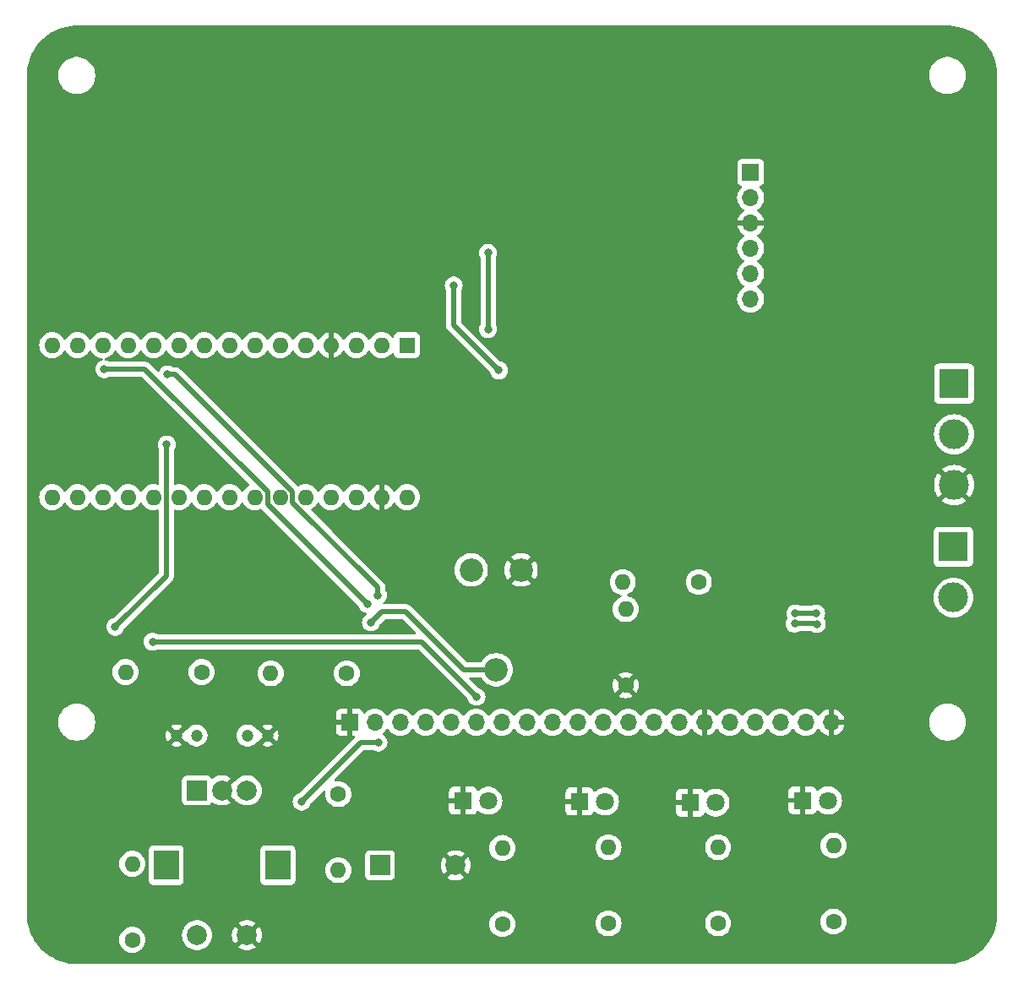
<source format=gbr>
%TF.GenerationSoftware,KiCad,Pcbnew,8.0.5*%
%TF.CreationDate,2024-12-25T22:13:30-08:00*%
%TF.ProjectId,ToastyReflowOvenPCB,546f6173-7479-4526-9566-6c6f774f7665,rev?*%
%TF.SameCoordinates,Original*%
%TF.FileFunction,Copper,L2,Bot*%
%TF.FilePolarity,Positive*%
%FSLAX46Y46*%
G04 Gerber Fmt 4.6, Leading zero omitted, Abs format (unit mm)*
G04 Created by KiCad (PCBNEW 8.0.5) date 2024-12-25 22:13:30*
%MOMM*%
%LPD*%
G01*
G04 APERTURE LIST*
%TA.AperFunction,ComponentPad*%
%ADD10C,1.600000*%
%TD*%
%TA.AperFunction,ComponentPad*%
%ADD11O,1.600000X1.600000*%
%TD*%
%TA.AperFunction,ComponentPad*%
%ADD12R,2.000000X2.000000*%
%TD*%
%TA.AperFunction,ComponentPad*%
%ADD13C,2.000000*%
%TD*%
%TA.AperFunction,ComponentPad*%
%ADD14R,2.500000X3.000000*%
%TD*%
%TA.AperFunction,ComponentPad*%
%ADD15C,2.340000*%
%TD*%
%TA.AperFunction,ComponentPad*%
%ADD16R,3.000000X3.000000*%
%TD*%
%TA.AperFunction,ComponentPad*%
%ADD17C,3.000000*%
%TD*%
%TA.AperFunction,ComponentPad*%
%ADD18R,1.700000X1.700000*%
%TD*%
%TA.AperFunction,ComponentPad*%
%ADD19O,1.700000X1.700000*%
%TD*%
%TA.AperFunction,ComponentPad*%
%ADD20R,1.800000X1.800000*%
%TD*%
%TA.AperFunction,ComponentPad*%
%ADD21C,1.800000*%
%TD*%
%TA.AperFunction,ComponentPad*%
%ADD22C,1.200000*%
%TD*%
%TA.AperFunction,ComponentPad*%
%ADD23R,1.600000X1.600000*%
%TD*%
%TA.AperFunction,ViaPad*%
%ADD24C,0.800000*%
%TD*%
%TA.AperFunction,Conductor*%
%ADD25C,0.500000*%
%TD*%
G04 APERTURE END LIST*
D10*
%TO.P,R10,1*%
%TO.N,Net-(J4-Pin_2)*%
X154020000Y-101720000D03*
D11*
%TO.P,R10,2*%
%TO.N,HEATER_LED_PIN*%
X146400000Y-101720000D03*
%TD*%
D10*
%TO.P,R8,1*%
%TO.N,+5V*%
X118750000Y-110870000D03*
D11*
%TO.P,R8,2*%
%TO.N,B_DT*%
X111130000Y-110870000D03*
%TD*%
D10*
%TO.P,R7,1*%
%TO.N,A_CLK*%
X104200000Y-110740000D03*
D11*
%TO.P,R7,2*%
%TO.N,+5V*%
X96580000Y-110740000D03*
%TD*%
D12*
%TO.P,SW1,A,A*%
%TO.N,A_CLK*%
X103740000Y-122610000D03*
D13*
%TO.P,SW1,B,B*%
%TO.N,B_DT*%
X108740000Y-122610000D03*
%TO.P,SW1,C,C*%
%TO.N,GND*%
X106240000Y-122610000D03*
D14*
%TO.P,SW1,MP,MP*%
%TO.N,unconnected-(SW1-PadMP)_1*%
X100640000Y-130110000D03*
%TO.N,unconnected-(SW1-PadMP)*%
X111840000Y-130110000D03*
D13*
%TO.P,SW1,S1,S1*%
%TO.N,Encoder_Switch*%
X103740000Y-137110000D03*
%TO.P,SW1,S2,S2*%
%TO.N,GND*%
X108740000Y-137110000D03*
%TD*%
D15*
%TO.P,RV1,1,1*%
%TO.N,+5V*%
X131210000Y-100510000D03*
%TO.P,RV1,2,2*%
%TO.N,Net-(J3-Pin_3)*%
X133710000Y-110510000D03*
%TO.P,RV1,3,3*%
%TO.N,GND*%
X136210000Y-100510000D03*
%TD*%
D10*
%TO.P,R9,1*%
%TO.N,Encoder_Switch*%
X97260000Y-137590000D03*
D11*
%TO.P,R9,2*%
%TO.N,+5V*%
X97260000Y-129970000D03*
%TD*%
D10*
%TO.P,R6,1*%
%TO.N,GND*%
X146700000Y-112060000D03*
D11*
%TO.P,R6,2*%
%TO.N,HEATER_LED_PIN*%
X146700000Y-104440000D03*
%TD*%
D10*
%TO.P,R5,1*%
%TO.N,BUZZER_PIN*%
X117900000Y-122980000D03*
D11*
%TO.P,R5,2*%
%TO.N,Net-(BZ1-+)*%
X117900000Y-130600000D03*
%TD*%
D10*
%TO.P,R4,1*%
%TO.N,+5V*%
X167520000Y-135750000D03*
D11*
%TO.P,R4,2*%
%TO.N,Net-(D2-A)*%
X167520000Y-128130000D03*
%TD*%
D10*
%TO.P,R3,1*%
%TO.N,STATUS_LED_PIN*%
X144970000Y-135930000D03*
D11*
%TO.P,R3,2*%
%TO.N,Net-(D1-A)*%
X144970000Y-128310000D03*
%TD*%
D10*
%TO.P,R2,1*%
%TO.N,HEATER_LED_PIN*%
X155960000Y-135930000D03*
D11*
%TO.P,R2,2*%
%TO.N,Net-(D3-A)*%
X155960000Y-128310000D03*
%TD*%
D10*
%TO.P,R1,1*%
%TO.N,ALERT_LED_PIN*%
X134340000Y-136000000D03*
D11*
%TO.P,R1,2*%
%TO.N,Net-(D4-A)*%
X134340000Y-128380000D03*
%TD*%
D16*
%TO.P,J4,1,Pin_1*%
%TO.N,SSR-*%
X179540000Y-98200000D03*
D17*
%TO.P,J4,2,Pin_2*%
%TO.N,Net-(J4-Pin_2)*%
X179540000Y-103280000D03*
%TD*%
D18*
%TO.P,J3,1,Pin_1*%
%TO.N,GND*%
X119020000Y-115770800D03*
D19*
%TO.P,J3,2,Pin_2*%
%TO.N,+5V*%
X121560000Y-115770800D03*
%TO.P,J3,3,Pin_3*%
%TO.N,Net-(J3-Pin_3)*%
X124100000Y-115770800D03*
%TO.P,J3,4,Pin_4*%
%TO.N,LCD_SS*%
X126640000Y-115770800D03*
%TO.P,J3,5,Pin_5*%
%TO.N,LCD_SPI_MOSI*%
X129180000Y-115770800D03*
%TO.P,J3,6,Pin_6*%
%TO.N,LCD_SPI_CLK*%
X131720000Y-115770800D03*
%TO.P,J3,7,Pin_7*%
%TO.N,unconnected-(J3-Pin_7-Pad7)*%
X134260000Y-115770800D03*
%TO.P,J3,8,Pin_8*%
%TO.N,unconnected-(J3-Pin_8-Pad8)*%
X136800000Y-115770800D03*
%TO.P,J3,9,Pin_9*%
%TO.N,unconnected-(J3-Pin_9-Pad9)*%
X139340000Y-115770800D03*
%TO.P,J3,10,Pin_10*%
%TO.N,unconnected-(J3-Pin_10-Pad10)*%
X141880000Y-115770800D03*
%TO.P,J3,11,Pin_11*%
%TO.N,unconnected-(J3-Pin_11-Pad11)*%
X144420000Y-115770800D03*
%TO.P,J3,12,Pin_12*%
%TO.N,unconnected-(J3-Pin_12-Pad12)*%
X146960000Y-115770800D03*
%TO.P,J3,13,Pin_13*%
%TO.N,unconnected-(J3-Pin_13-Pad13)*%
X149500000Y-115770800D03*
%TO.P,J3,14,Pin_14*%
%TO.N,unconnected-(J3-Pin_14-Pad14)*%
X152040000Y-115770800D03*
%TO.P,J3,15,Pin_15*%
%TO.N,GND*%
X154580000Y-115770800D03*
%TO.P,J3,16,Pin_16*%
%TO.N,unconnected-(J3-Pin_16-Pad16)*%
X157120000Y-115770800D03*
%TO.P,J3,17,Pin_17*%
%TO.N,unconnected-(J3-Pin_17-Pad17)*%
X159660000Y-115770800D03*
%TO.P,J3,18,Pin_18*%
%TO.N,unconnected-(J3-Pin_18-Pad18)*%
X162200000Y-115770800D03*
%TO.P,J3,19,Pin_19*%
%TO.N,+5V*%
X164740000Y-115770800D03*
%TO.P,J3,20,Pin_20*%
%TO.N,GND*%
X167280000Y-115770800D03*
%TD*%
D16*
%TO.P,J2,1,Pin_1*%
%TO.N,+5V*%
X179600000Y-81830000D03*
D17*
%TO.P,J2,2,Pin_2*%
%TO.N,unconnected-(J2-Pin_2-Pad2)*%
X179600000Y-86910000D03*
%TO.P,J2,3,Pin_3*%
%TO.N,GND*%
X179600000Y-91990000D03*
%TD*%
D18*
%TO.P,J1,1,Pin_1*%
%TO.N,+5V*%
X159220000Y-60650000D03*
D19*
%TO.P,J1,2,Pin_2*%
%TO.N,unconnected-(J1-Pin_2-Pad2)*%
X159220000Y-63190000D03*
%TO.P,J1,3,Pin_3*%
%TO.N,GND*%
X159220000Y-65730000D03*
%TO.P,J1,4,Pin_4*%
%TO.N,SPI_MISO*%
X159220000Y-68270000D03*
%TO.P,J1,5,Pin_5*%
%TO.N,MAX31855_SS*%
X159220000Y-70810000D03*
%TO.P,J1,6,Pin_6*%
%TO.N,SPI_CLK*%
X159220000Y-73350000D03*
%TD*%
D20*
%TO.P,D4,1,K*%
%TO.N,GND*%
X130395000Y-123640000D03*
D21*
%TO.P,D4,2,A*%
%TO.N,Net-(D4-A)*%
X132935000Y-123640000D03*
%TD*%
D20*
%TO.P,D3,1,K*%
%TO.N,GND*%
X153155000Y-123830000D03*
D21*
%TO.P,D3,2,A*%
%TO.N,Net-(D3-A)*%
X155695000Y-123830000D03*
%TD*%
D20*
%TO.P,D2,1,K*%
%TO.N,GND*%
X164425000Y-123610000D03*
D21*
%TO.P,D2,2,A*%
%TO.N,Net-(D2-A)*%
X166965000Y-123610000D03*
%TD*%
D20*
%TO.P,D1,1,K*%
%TO.N,GND*%
X142075000Y-123720000D03*
D21*
%TO.P,D1,2,A*%
%TO.N,Net-(D1-A)*%
X144615000Y-123720000D03*
%TD*%
D22*
%TO.P,C2,1*%
%TO.N,GND*%
X101690000Y-117100000D03*
%TO.P,C2,2*%
%TO.N,A_CLK*%
X103690000Y-117100000D03*
%TD*%
%TO.P,C1,1*%
%TO.N,B_DT*%
X108800000Y-117100000D03*
%TO.P,C1,2*%
%TO.N,GND*%
X110800000Y-117100000D03*
%TD*%
D12*
%TO.P,BZ1,1,+*%
%TO.N,Net-(BZ1-+)*%
X122060000Y-130110000D03*
D13*
%TO.P,BZ1,2,-*%
%TO.N,GND*%
X129660000Y-130110000D03*
%TD*%
D23*
%TO.P,A1,1,D1/TX*%
%TO.N,unconnected-(A1-D1{slash}TX-Pad1)*%
X124780000Y-77980000D03*
D11*
%TO.P,A1,2,D0/RX*%
%TO.N,unconnected-(A1-D0{slash}RX-Pad2)*%
X122240000Y-77980000D03*
%TO.P,A1,3,~{RESET}*%
%TO.N,unconnected-(A1-~{RESET}-Pad3)*%
X119700000Y-77980000D03*
%TO.P,A1,4,GND*%
%TO.N,GND*%
X117160000Y-77980000D03*
%TO.P,A1,5,D2*%
%TO.N,unconnected-(A1-D2-Pad5)*%
X114620000Y-77980000D03*
%TO.P,A1,6,D3*%
%TO.N,SPI_MISO*%
X112080000Y-77980000D03*
%TO.P,A1,7,D4*%
%TO.N,MAX31855_SS*%
X109540000Y-77980000D03*
%TO.P,A1,8,D5*%
%TO.N,SPI_CLK*%
X107000000Y-77980000D03*
%TO.P,A1,9,D6*%
%TO.N,BUZZER_PIN*%
X104460000Y-77980000D03*
%TO.P,A1,10,D7*%
%TO.N,STATUS_LED_PIN*%
X101920000Y-77980000D03*
%TO.P,A1,11,D8*%
%TO.N,Encoder_Switch*%
X99380000Y-77980000D03*
%TO.P,A1,12,D9*%
%TO.N,HEATER_LED_PIN*%
X96840000Y-77980000D03*
%TO.P,A1,13,D10*%
%TO.N,LCD_SS*%
X94300000Y-77980000D03*
%TO.P,A1,14,D11*%
%TO.N,LCD_SPI_MOSI*%
X91760000Y-77980000D03*
%TO.P,A1,15,D12*%
%TO.N,ALERT_LED_PIN*%
X89220000Y-77980000D03*
%TO.P,A1,16,D13*%
%TO.N,LCD_SPI_CLK*%
X89220000Y-93220000D03*
%TO.P,A1,17,3V3*%
%TO.N,unconnected-(A1-3V3-Pad17)*%
X91760000Y-93220000D03*
%TO.P,A1,18,AREF*%
%TO.N,unconnected-(A1-AREF-Pad18)*%
X94300000Y-93220000D03*
%TO.P,A1,19,A0*%
%TO.N,A_CLK*%
X96840000Y-93220000D03*
%TO.P,A1,20,A1*%
%TO.N,B_DT*%
X99380000Y-93220000D03*
%TO.P,A1,21,A2*%
%TO.N,unconnected-(A1-A2-Pad21)*%
X101920000Y-93220000D03*
%TO.P,A1,22,A3*%
%TO.N,unconnected-(A1-A3-Pad22)*%
X104460000Y-93220000D03*
%TO.P,A1,23,A4*%
%TO.N,unconnected-(A1-A4-Pad23)*%
X107000000Y-93220000D03*
%TO.P,A1,24,A5*%
%TO.N,unconnected-(A1-A5-Pad24)*%
X109540000Y-93220000D03*
%TO.P,A1,25,A6*%
%TO.N,unconnected-(A1-A6-Pad25)*%
X112080000Y-93220000D03*
%TO.P,A1,26,A7*%
%TO.N,unconnected-(A1-A7-Pad26)*%
X114620000Y-93220000D03*
%TO.P,A1,27,+5V*%
%TO.N,+5V*%
X117160000Y-93220000D03*
%TO.P,A1,28,~{RESET}*%
%TO.N,unconnected-(A1-~{RESET}-Pad28)*%
X119700000Y-93220000D03*
%TO.P,A1,29,GND*%
%TO.N,GND*%
X122240000Y-93220000D03*
%TO.P,A1,30,VIN*%
%TO.N,+5V*%
X124780000Y-93220000D03*
%TD*%
D24*
%TO.N,HEATER_LED_PIN*%
X165850000Y-105930000D03*
X163630000Y-105890000D03*
%TO.N,Net-(J4-Pin_2)*%
X163700000Y-104880000D03*
X165780000Y-104880000D03*
%TO.N,Encoder_Switch*%
X95550000Y-106220000D03*
X100710000Y-87950000D03*
%TO.N,HEATER_LED_PIN*%
X133980000Y-80500000D03*
X129460000Y-71990000D03*
%TO.N,Net-(J3-Pin_3)*%
X121170000Y-105770000D03*
%TO.N,LCD_SPI_MOSI*%
X100780000Y-80930000D03*
X121860000Y-103040000D03*
%TO.N,LCD_SS*%
X94450000Y-80390000D03*
X120810000Y-103910000D03*
%TO.N,LCD_SPI_CLK*%
X131740000Y-113220000D03*
X99280000Y-107710000D03*
%TO.N,+5V*%
X114220000Y-123740000D03*
X121910000Y-117810000D03*
X132910000Y-68740000D03*
X132910000Y-76370000D03*
%TD*%
D25*
%TO.N,HEATER_LED_PIN*%
X163630000Y-105890000D02*
X165810000Y-105890000D01*
X165810000Y-105890000D02*
X165850000Y-105930000D01*
%TO.N,Net-(J4-Pin_2)*%
X165780000Y-104880000D02*
X163700000Y-104880000D01*
%TO.N,Encoder_Switch*%
X100670000Y-87990000D02*
X100670000Y-101100000D01*
X100670000Y-101100000D02*
X95550000Y-106220000D01*
X100710000Y-87950000D02*
X100670000Y-87990000D01*
%TO.N,LCD_SPI_MOSI*%
X113330000Y-92702233D02*
X101557767Y-80930000D01*
X101557767Y-80930000D02*
X100780000Y-80930000D01*
X113330000Y-93737767D02*
X113330000Y-92702233D01*
X121860000Y-102267767D02*
X113330000Y-93737767D01*
X121860000Y-103040000D02*
X121860000Y-102267767D01*
%TO.N,HEATER_LED_PIN*%
X129460000Y-71990000D02*
X129460000Y-75980000D01*
X129460000Y-75980000D02*
X133980000Y-80500000D01*
%TO.N,Net-(J3-Pin_3)*%
X124640000Y-104710000D02*
X130440000Y-110510000D01*
X122230000Y-104710000D02*
X124640000Y-104710000D01*
X121170000Y-105770000D02*
X122230000Y-104710000D01*
X130440000Y-110510000D02*
X133710000Y-110510000D01*
%TO.N,LCD_SS*%
X110820000Y-92700000D02*
X98510000Y-80390000D01*
X110820000Y-93920000D02*
X110820000Y-92700000D01*
X98510000Y-80390000D02*
X94450000Y-80390000D01*
X120810000Y-103910000D02*
X110820000Y-93920000D01*
%TO.N,LCD_SPI_CLK*%
X126230000Y-107710000D02*
X131740000Y-113220000D01*
X99280000Y-107710000D02*
X126230000Y-107710000D01*
%TO.N,+5V*%
X120150000Y-117810000D02*
X121910000Y-117810000D01*
X114220000Y-123740000D02*
X120150000Y-117810000D01*
X132910000Y-68740000D02*
X132910000Y-76370000D01*
%TD*%
%TA.AperFunction,Conductor*%
%TO.N,GND*%
G36*
X178939641Y-45950006D02*
G01*
X179152481Y-45952328D01*
X179161915Y-45952792D01*
X179586552Y-45989943D01*
X179597270Y-45991354D01*
X180016393Y-46065256D01*
X180026921Y-46067590D01*
X180438033Y-46177747D01*
X180448322Y-46180992D01*
X180848255Y-46326555D01*
X180858221Y-46330683D01*
X181243942Y-46510547D01*
X181253528Y-46515538D01*
X181622088Y-46728326D01*
X181631207Y-46734135D01*
X181979820Y-46978237D01*
X181988402Y-46984822D01*
X182314420Y-47258383D01*
X182322395Y-47265692D01*
X182623307Y-47566604D01*
X182630616Y-47574579D01*
X182904177Y-47900597D01*
X182910762Y-47909179D01*
X183154864Y-48257792D01*
X183160676Y-48266916D01*
X183373459Y-48635467D01*
X183378454Y-48645062D01*
X183558310Y-49030764D01*
X183562448Y-49040756D01*
X183618206Y-49193947D01*
X183708003Y-49440664D01*
X183711256Y-49450980D01*
X183821405Y-49862061D01*
X183823746Y-49872623D01*
X183897644Y-50291725D01*
X183899056Y-50302450D01*
X183936206Y-50727073D01*
X183936671Y-50736527D01*
X183938993Y-50949357D01*
X183939000Y-50950710D01*
X183939000Y-134947239D01*
X183938472Y-134949035D01*
X183938544Y-134949036D01*
X183935661Y-135213445D01*
X183935196Y-135222899D01*
X183898056Y-135647457D01*
X183896645Y-135658181D01*
X183822761Y-136077249D01*
X183820420Y-136087808D01*
X183710304Y-136498825D01*
X183707052Y-136509141D01*
X183561534Y-136909005D01*
X183557395Y-136918999D01*
X183377582Y-137304663D01*
X183372588Y-137314257D01*
X183159856Y-137682777D01*
X183154045Y-137691900D01*
X182910005Y-138040482D01*
X182903422Y-138049063D01*
X182629933Y-138375054D01*
X182622626Y-138383029D01*
X182321766Y-138683950D01*
X182313792Y-138691259D01*
X181987857Y-138964812D01*
X181979277Y-138971397D01*
X181630744Y-139215506D01*
X181621622Y-139221319D01*
X181253144Y-139434125D01*
X181243551Y-139439121D01*
X180857913Y-139619015D01*
X180847921Y-139623155D01*
X180448098Y-139768749D01*
X180437783Y-139772003D01*
X180026780Y-139882205D01*
X180016220Y-139884548D01*
X179597182Y-139958512D01*
X179586459Y-139959926D01*
X179161884Y-139997152D01*
X179152437Y-139997618D01*
X178942327Y-139999962D01*
X178939716Y-139999992D01*
X178938334Y-140000000D01*
X91690710Y-140000000D01*
X91689359Y-139999993D01*
X91684454Y-139999939D01*
X91476527Y-139997671D01*
X91467073Y-139997206D01*
X91042450Y-139960056D01*
X91031725Y-139958644D01*
X90612623Y-139884746D01*
X90602061Y-139882405D01*
X90190980Y-139772256D01*
X90180664Y-139769003D01*
X89780759Y-139623450D01*
X89770764Y-139619310D01*
X89770131Y-139619015D01*
X89609952Y-139544322D01*
X89385062Y-139439454D01*
X89375467Y-139434459D01*
X89006916Y-139221676D01*
X88997792Y-139215864D01*
X88649179Y-138971762D01*
X88640597Y-138965177D01*
X88314579Y-138691616D01*
X88306604Y-138684307D01*
X88005692Y-138383395D01*
X87998383Y-138375420D01*
X87963299Y-138333609D01*
X87724821Y-138049401D01*
X87718237Y-138040820D01*
X87474132Y-137692203D01*
X87468323Y-137683083D01*
X87468146Y-137682777D01*
X87414580Y-137589998D01*
X95954532Y-137589998D01*
X95954532Y-137590001D01*
X95974364Y-137816686D01*
X95974366Y-137816697D01*
X96033258Y-138036488D01*
X96033261Y-138036497D01*
X96129431Y-138242732D01*
X96129432Y-138242734D01*
X96259954Y-138429141D01*
X96420858Y-138590045D01*
X96420861Y-138590047D01*
X96607266Y-138720568D01*
X96813504Y-138816739D01*
X97033308Y-138875635D01*
X97195230Y-138889801D01*
X97259998Y-138895468D01*
X97260000Y-138895468D01*
X97260002Y-138895468D01*
X97316673Y-138890509D01*
X97486692Y-138875635D01*
X97706496Y-138816739D01*
X97912734Y-138720568D01*
X98099139Y-138590047D01*
X98260047Y-138429139D01*
X98390568Y-138242734D01*
X98486739Y-138036496D01*
X98545635Y-137816692D01*
X98565468Y-137590000D01*
X98545635Y-137363308D01*
X98486739Y-137143504D01*
X98471113Y-137109994D01*
X102234357Y-137109994D01*
X102234357Y-137110005D01*
X102254890Y-137357812D01*
X102254892Y-137357824D01*
X102315936Y-137598881D01*
X102415826Y-137826606D01*
X102551833Y-138034782D01*
X102564980Y-138049063D01*
X102720256Y-138217738D01*
X102916491Y-138370474D01*
X102939691Y-138383029D01*
X103134332Y-138488364D01*
X103135190Y-138488828D01*
X103354141Y-138563994D01*
X103368964Y-138569083D01*
X103370386Y-138569571D01*
X103615665Y-138610500D01*
X103864335Y-138610500D01*
X104109614Y-138569571D01*
X104344810Y-138488828D01*
X104563509Y-138370474D01*
X104759744Y-138217738D01*
X104928164Y-138034785D01*
X105064173Y-137826607D01*
X105164063Y-137598881D01*
X105225108Y-137357821D01*
X105225116Y-137357729D01*
X105245643Y-137110005D01*
X105245643Y-137109994D01*
X107234859Y-137109994D01*
X107234859Y-137110005D01*
X107255385Y-137357729D01*
X107255387Y-137357738D01*
X107316412Y-137598717D01*
X107416266Y-137826364D01*
X107516564Y-137979882D01*
X108257037Y-137239409D01*
X108274075Y-137302993D01*
X108339901Y-137417007D01*
X108432993Y-137510099D01*
X108547007Y-137575925D01*
X108610590Y-137592962D01*
X107869942Y-138333609D01*
X107916768Y-138370055D01*
X107916770Y-138370056D01*
X108135385Y-138488364D01*
X108135396Y-138488369D01*
X108370506Y-138569083D01*
X108615707Y-138610000D01*
X108864293Y-138610000D01*
X109109493Y-138569083D01*
X109344603Y-138488369D01*
X109344614Y-138488364D01*
X109563228Y-138370057D01*
X109563231Y-138370055D01*
X109610056Y-138333609D01*
X108869409Y-137592962D01*
X108932993Y-137575925D01*
X109047007Y-137510099D01*
X109140099Y-137417007D01*
X109205925Y-137302993D01*
X109222962Y-137239410D01*
X109963434Y-137979882D01*
X110063731Y-137826369D01*
X110163587Y-137598717D01*
X110224612Y-137357738D01*
X110224614Y-137357729D01*
X110245141Y-137110005D01*
X110245141Y-137109994D01*
X110224614Y-136862270D01*
X110224612Y-136862261D01*
X110163587Y-136621282D01*
X110063731Y-136393630D01*
X109963434Y-136240116D01*
X109222962Y-136980589D01*
X109205925Y-136917007D01*
X109140099Y-136802993D01*
X109047007Y-136709901D01*
X108932993Y-136644075D01*
X108869410Y-136627037D01*
X109496449Y-135999998D01*
X133034532Y-135999998D01*
X133034532Y-136000001D01*
X133054364Y-136226686D01*
X133054366Y-136226697D01*
X133113258Y-136446488D01*
X133113261Y-136446497D01*
X133209431Y-136652732D01*
X133209432Y-136652734D01*
X133339954Y-136839141D01*
X133500858Y-137000045D01*
X133500861Y-137000047D01*
X133687266Y-137130568D01*
X133893504Y-137226739D01*
X134113308Y-137285635D01*
X134275230Y-137299801D01*
X134339998Y-137305468D01*
X134340000Y-137305468D01*
X134340002Y-137305468D01*
X134396673Y-137300509D01*
X134566692Y-137285635D01*
X134786496Y-137226739D01*
X134992734Y-137130568D01*
X135179139Y-137000047D01*
X135340047Y-136839139D01*
X135470568Y-136652734D01*
X135566739Y-136446496D01*
X135625635Y-136226692D01*
X135645468Y-136000000D01*
X135639344Y-135929998D01*
X143664532Y-135929998D01*
X143664532Y-135930001D01*
X143684364Y-136156686D01*
X143684366Y-136156697D01*
X143743258Y-136376488D01*
X143743261Y-136376497D01*
X143839431Y-136582732D01*
X143839432Y-136582734D01*
X143969954Y-136769141D01*
X144130858Y-136930045D01*
X144130861Y-136930047D01*
X144317266Y-137060568D01*
X144523504Y-137156739D01*
X144743308Y-137215635D01*
X144905230Y-137229801D01*
X144969998Y-137235468D01*
X144970000Y-137235468D01*
X144970002Y-137235468D01*
X145026673Y-137230509D01*
X145196692Y-137215635D01*
X145416496Y-137156739D01*
X145622734Y-137060568D01*
X145809139Y-136930047D01*
X145970047Y-136769139D01*
X146100568Y-136582734D01*
X146196739Y-136376496D01*
X146255635Y-136156692D01*
X146275468Y-135930000D01*
X146275468Y-135929998D01*
X154654532Y-135929998D01*
X154654532Y-135930001D01*
X154674364Y-136156686D01*
X154674366Y-136156697D01*
X154733258Y-136376488D01*
X154733261Y-136376497D01*
X154829431Y-136582732D01*
X154829432Y-136582734D01*
X154959954Y-136769141D01*
X155120858Y-136930045D01*
X155120861Y-136930047D01*
X155307266Y-137060568D01*
X155513504Y-137156739D01*
X155733308Y-137215635D01*
X155895230Y-137229801D01*
X155959998Y-137235468D01*
X155960000Y-137235468D01*
X155960002Y-137235468D01*
X156016673Y-137230509D01*
X156186692Y-137215635D01*
X156406496Y-137156739D01*
X156612734Y-137060568D01*
X156799139Y-136930047D01*
X156960047Y-136769139D01*
X157090568Y-136582734D01*
X157186739Y-136376496D01*
X157245635Y-136156692D01*
X157265468Y-135930000D01*
X157249720Y-135749998D01*
X166214532Y-135749998D01*
X166214532Y-135750001D01*
X166234364Y-135976686D01*
X166234366Y-135976697D01*
X166293258Y-136196488D01*
X166293261Y-136196497D01*
X166389431Y-136402732D01*
X166389432Y-136402734D01*
X166519954Y-136589141D01*
X166680858Y-136750045D01*
X166690001Y-136756447D01*
X166867266Y-136880568D01*
X167073504Y-136976739D01*
X167293308Y-137035635D01*
X167455230Y-137049801D01*
X167519998Y-137055468D01*
X167520000Y-137055468D01*
X167520002Y-137055468D01*
X167576673Y-137050509D01*
X167746692Y-137035635D01*
X167966496Y-136976739D01*
X168172734Y-136880568D01*
X168359139Y-136750047D01*
X168520047Y-136589139D01*
X168650568Y-136402734D01*
X168746739Y-136196496D01*
X168805635Y-135976692D01*
X168825468Y-135750000D01*
X168823820Y-135731169D01*
X168816497Y-135647457D01*
X168805635Y-135523308D01*
X168746739Y-135303504D01*
X168650568Y-135097266D01*
X168520047Y-134910861D01*
X168520045Y-134910858D01*
X168359141Y-134749954D01*
X168172734Y-134619432D01*
X168172732Y-134619431D01*
X167966497Y-134523261D01*
X167966488Y-134523258D01*
X167746697Y-134464366D01*
X167746693Y-134464365D01*
X167746692Y-134464365D01*
X167746691Y-134464364D01*
X167746686Y-134464364D01*
X167520002Y-134444532D01*
X167519998Y-134444532D01*
X167293313Y-134464364D01*
X167293302Y-134464366D01*
X167073511Y-134523258D01*
X167073502Y-134523261D01*
X166867267Y-134619431D01*
X166867265Y-134619432D01*
X166680858Y-134749954D01*
X166519954Y-134910858D01*
X166389432Y-135097265D01*
X166389431Y-135097267D01*
X166293261Y-135303502D01*
X166293258Y-135303511D01*
X166234366Y-135523302D01*
X166234364Y-135523313D01*
X166214532Y-135749998D01*
X157249720Y-135749998D01*
X157245635Y-135703308D01*
X157186739Y-135483504D01*
X157090568Y-135277266D01*
X156992839Y-135137693D01*
X156960045Y-135090858D01*
X156799141Y-134929954D01*
X156612734Y-134799432D01*
X156612732Y-134799431D01*
X156406497Y-134703261D01*
X156406488Y-134703258D01*
X156186697Y-134644366D01*
X156186693Y-134644365D01*
X156186692Y-134644365D01*
X156186691Y-134644364D01*
X156186686Y-134644364D01*
X155960002Y-134624532D01*
X155959998Y-134624532D01*
X155733313Y-134644364D01*
X155733302Y-134644366D01*
X155513511Y-134703258D01*
X155513502Y-134703261D01*
X155307267Y-134799431D01*
X155307265Y-134799432D01*
X155120858Y-134929954D01*
X154959954Y-135090858D01*
X154829432Y-135277265D01*
X154829431Y-135277267D01*
X154733261Y-135483502D01*
X154733258Y-135483511D01*
X154674366Y-135703302D01*
X154674364Y-135703313D01*
X154654532Y-135929998D01*
X146275468Y-135929998D01*
X146255635Y-135703308D01*
X146196739Y-135483504D01*
X146100568Y-135277266D01*
X146002839Y-135137693D01*
X145970045Y-135090858D01*
X145809141Y-134929954D01*
X145622734Y-134799432D01*
X145622732Y-134799431D01*
X145416497Y-134703261D01*
X145416488Y-134703258D01*
X145196697Y-134644366D01*
X145196693Y-134644365D01*
X145196692Y-134644365D01*
X145196691Y-134644364D01*
X145196686Y-134644364D01*
X144970002Y-134624532D01*
X144969998Y-134624532D01*
X144743313Y-134644364D01*
X144743302Y-134644366D01*
X144523511Y-134703258D01*
X144523502Y-134703261D01*
X144317267Y-134799431D01*
X144317265Y-134799432D01*
X144130858Y-134929954D01*
X143969954Y-135090858D01*
X143839432Y-135277265D01*
X143839431Y-135277267D01*
X143743261Y-135483502D01*
X143743258Y-135483511D01*
X143684366Y-135703302D01*
X143684364Y-135703313D01*
X143664532Y-135929998D01*
X135639344Y-135929998D01*
X135625635Y-135773308D01*
X135566739Y-135553504D01*
X135470568Y-135347266D01*
X135340047Y-135160861D01*
X135340045Y-135160858D01*
X135179141Y-134999954D01*
X134992734Y-134869432D01*
X134992732Y-134869431D01*
X134786497Y-134773261D01*
X134786488Y-134773258D01*
X134566697Y-134714366D01*
X134566693Y-134714365D01*
X134566692Y-134714365D01*
X134566691Y-134714364D01*
X134566686Y-134714364D01*
X134340002Y-134694532D01*
X134339998Y-134694532D01*
X134113313Y-134714364D01*
X134113302Y-134714366D01*
X133893511Y-134773258D01*
X133893502Y-134773261D01*
X133687267Y-134869431D01*
X133687265Y-134869432D01*
X133500858Y-134999954D01*
X133339954Y-135160858D01*
X133209432Y-135347265D01*
X133209431Y-135347267D01*
X133113261Y-135553502D01*
X133113258Y-135553511D01*
X133054366Y-135773302D01*
X133054364Y-135773313D01*
X133034532Y-135999998D01*
X109496449Y-135999998D01*
X109610057Y-135886390D01*
X109610056Y-135886389D01*
X109563229Y-135849943D01*
X109344614Y-135731635D01*
X109344603Y-135731630D01*
X109109493Y-135650916D01*
X108864293Y-135610000D01*
X108615707Y-135610000D01*
X108370506Y-135650916D01*
X108135396Y-135731630D01*
X108135390Y-135731632D01*
X107916761Y-135849949D01*
X107869942Y-135886388D01*
X107869942Y-135886390D01*
X108610590Y-136627037D01*
X108547007Y-136644075D01*
X108432993Y-136709901D01*
X108339901Y-136802993D01*
X108274075Y-136917007D01*
X108257037Y-136980589D01*
X107516564Y-136240116D01*
X107416267Y-136393632D01*
X107316412Y-136621282D01*
X107255387Y-136862261D01*
X107255385Y-136862270D01*
X107234859Y-137109994D01*
X105245643Y-137109994D01*
X105225109Y-136862187D01*
X105225107Y-136862175D01*
X105164063Y-136621118D01*
X105064173Y-136393393D01*
X104928166Y-136185217D01*
X104901901Y-136156686D01*
X104759744Y-136002262D01*
X104563509Y-135849526D01*
X104563507Y-135849525D01*
X104563506Y-135849524D01*
X104344811Y-135731172D01*
X104344802Y-135731169D01*
X104109616Y-135650429D01*
X103864335Y-135609500D01*
X103615665Y-135609500D01*
X103370383Y-135650429D01*
X103135197Y-135731169D01*
X103135188Y-135731172D01*
X102916493Y-135849524D01*
X102720257Y-136002261D01*
X102551833Y-136185217D01*
X102415826Y-136393393D01*
X102315936Y-136621118D01*
X102254892Y-136862175D01*
X102254890Y-136862187D01*
X102234357Y-137109994D01*
X98471113Y-137109994D01*
X98390568Y-136937266D01*
X98260047Y-136750861D01*
X98260045Y-136750858D01*
X98099141Y-136589954D01*
X97912734Y-136459432D01*
X97912732Y-136459431D01*
X97706497Y-136363261D01*
X97706488Y-136363258D01*
X97486697Y-136304366D01*
X97486693Y-136304365D01*
X97486692Y-136304365D01*
X97486691Y-136304364D01*
X97486686Y-136304364D01*
X97260002Y-136284532D01*
X97259998Y-136284532D01*
X97033313Y-136304364D01*
X97033302Y-136304366D01*
X96813511Y-136363258D01*
X96813502Y-136363261D01*
X96607267Y-136459431D01*
X96607265Y-136459432D01*
X96420858Y-136589954D01*
X96259954Y-136750858D01*
X96129432Y-136937265D01*
X96129431Y-136937267D01*
X96033261Y-137143502D01*
X96033258Y-137143511D01*
X95974366Y-137363302D01*
X95974364Y-137363313D01*
X95954532Y-137589998D01*
X87414580Y-137589998D01*
X87255538Y-137314528D01*
X87250545Y-137304937D01*
X87070683Y-136919221D01*
X87066555Y-136909255D01*
X86920992Y-136509322D01*
X86917747Y-136499033D01*
X86807590Y-136087921D01*
X86805256Y-136077393D01*
X86731354Y-135658270D01*
X86729943Y-135647549D01*
X86719073Y-135523302D01*
X86692792Y-135222915D01*
X86692328Y-135213471D01*
X86691754Y-135160858D01*
X86690007Y-135000641D01*
X86690000Y-134999289D01*
X86690000Y-129969998D01*
X95954532Y-129969998D01*
X95954532Y-129970001D01*
X95974364Y-130196686D01*
X95974366Y-130196697D01*
X96033258Y-130416488D01*
X96033261Y-130416497D01*
X96129431Y-130622732D01*
X96129432Y-130622734D01*
X96259954Y-130809141D01*
X96420858Y-130970045D01*
X96420861Y-130970047D01*
X96607266Y-131100568D01*
X96813504Y-131196739D01*
X97033308Y-131255635D01*
X97195230Y-131269801D01*
X97259998Y-131275468D01*
X97260000Y-131275468D01*
X97260002Y-131275468D01*
X97316673Y-131270509D01*
X97486692Y-131255635D01*
X97706496Y-131196739D01*
X97912734Y-131100568D01*
X98099139Y-130970047D01*
X98260047Y-130809139D01*
X98390568Y-130622734D01*
X98486739Y-130416496D01*
X98545635Y-130196692D01*
X98565468Y-129970000D01*
X98545635Y-129743308D01*
X98486739Y-129523504D01*
X98390568Y-129317266D01*
X98260047Y-129130861D01*
X98260045Y-129130858D01*
X98099141Y-128969954D01*
X97912734Y-128839432D01*
X97912732Y-128839431D01*
X97706497Y-128743261D01*
X97706488Y-128743258D01*
X97486697Y-128684366D01*
X97486693Y-128684365D01*
X97486692Y-128684365D01*
X97486691Y-128684364D01*
X97486686Y-128684364D01*
X97260002Y-128664532D01*
X97259998Y-128664532D01*
X97033313Y-128684364D01*
X97033302Y-128684366D01*
X96813511Y-128743258D01*
X96813502Y-128743261D01*
X96607267Y-128839431D01*
X96607265Y-128839432D01*
X96420858Y-128969954D01*
X96259954Y-129130858D01*
X96129432Y-129317265D01*
X96129431Y-129317267D01*
X96033261Y-129523502D01*
X96033258Y-129523511D01*
X95974366Y-129743302D01*
X95974364Y-129743313D01*
X95954532Y-129969998D01*
X86690000Y-129969998D01*
X86690000Y-128562135D01*
X98889500Y-128562135D01*
X98889500Y-131657870D01*
X98889501Y-131657876D01*
X98895908Y-131717483D01*
X98946202Y-131852328D01*
X98946206Y-131852335D01*
X99032452Y-131967544D01*
X99032455Y-131967547D01*
X99147664Y-132053793D01*
X99147671Y-132053797D01*
X99282517Y-132104091D01*
X99282516Y-132104091D01*
X99289444Y-132104835D01*
X99342127Y-132110500D01*
X101937872Y-132110499D01*
X101997483Y-132104091D01*
X102132331Y-132053796D01*
X102247546Y-131967546D01*
X102333796Y-131852331D01*
X102384091Y-131717483D01*
X102390500Y-131657873D01*
X102390499Y-128562135D01*
X110089500Y-128562135D01*
X110089500Y-131657870D01*
X110089501Y-131657876D01*
X110095908Y-131717483D01*
X110146202Y-131852328D01*
X110146206Y-131852335D01*
X110232452Y-131967544D01*
X110232455Y-131967547D01*
X110347664Y-132053793D01*
X110347671Y-132053797D01*
X110482517Y-132104091D01*
X110482516Y-132104091D01*
X110489444Y-132104835D01*
X110542127Y-132110500D01*
X113137872Y-132110499D01*
X113197483Y-132104091D01*
X113332331Y-132053796D01*
X113447546Y-131967546D01*
X113533796Y-131852331D01*
X113584091Y-131717483D01*
X113590500Y-131657873D01*
X113590500Y-130599998D01*
X116594532Y-130599998D01*
X116594532Y-130600001D01*
X116614364Y-130826686D01*
X116614366Y-130826697D01*
X116673258Y-131046488D01*
X116673261Y-131046497D01*
X116769431Y-131252732D01*
X116769432Y-131252734D01*
X116899954Y-131439141D01*
X117060858Y-131600045D01*
X117107693Y-131632839D01*
X117247266Y-131730568D01*
X117453504Y-131826739D01*
X117673308Y-131885635D01*
X117835230Y-131899801D01*
X117899998Y-131905468D01*
X117900000Y-131905468D01*
X117900002Y-131905468D01*
X117956673Y-131900509D01*
X118126692Y-131885635D01*
X118346496Y-131826739D01*
X118552734Y-131730568D01*
X118739139Y-131600047D01*
X118900047Y-131439139D01*
X119030568Y-131252734D01*
X119126739Y-131046496D01*
X119185635Y-130826692D01*
X119205468Y-130600000D01*
X119185635Y-130373308D01*
X119126739Y-130153504D01*
X119030568Y-129947266D01*
X118900047Y-129760861D01*
X118900045Y-129760858D01*
X118739141Y-129599954D01*
X118552734Y-129469432D01*
X118552732Y-129469431D01*
X118346497Y-129373261D01*
X118346488Y-129373258D01*
X118126697Y-129314366D01*
X118126693Y-129314365D01*
X118126692Y-129314365D01*
X118126691Y-129314364D01*
X118126686Y-129314364D01*
X117900002Y-129294532D01*
X117899998Y-129294532D01*
X117673313Y-129314364D01*
X117673302Y-129314366D01*
X117453511Y-129373258D01*
X117453502Y-129373261D01*
X117247267Y-129469431D01*
X117247265Y-129469432D01*
X117060858Y-129599954D01*
X116899954Y-129760858D01*
X116769432Y-129947265D01*
X116769431Y-129947267D01*
X116673261Y-130153502D01*
X116673258Y-130153511D01*
X116614366Y-130373302D01*
X116614364Y-130373313D01*
X116594532Y-130599998D01*
X113590500Y-130599998D01*
X113590499Y-129062135D01*
X120559500Y-129062135D01*
X120559500Y-131157870D01*
X120559501Y-131157876D01*
X120565908Y-131217483D01*
X120616202Y-131352328D01*
X120616206Y-131352335D01*
X120702452Y-131467544D01*
X120702455Y-131467547D01*
X120817664Y-131553793D01*
X120817671Y-131553797D01*
X120952517Y-131604091D01*
X120952516Y-131604091D01*
X120959444Y-131604835D01*
X121012127Y-131610500D01*
X123107872Y-131610499D01*
X123167483Y-131604091D01*
X123302331Y-131553796D01*
X123417546Y-131467546D01*
X123503796Y-131352331D01*
X123554091Y-131217483D01*
X123560500Y-131157873D01*
X123560499Y-130109994D01*
X128154859Y-130109994D01*
X128154859Y-130110005D01*
X128175385Y-130357729D01*
X128175387Y-130357738D01*
X128236412Y-130598717D01*
X128336266Y-130826364D01*
X128436564Y-130979882D01*
X129177037Y-130239409D01*
X129194075Y-130302993D01*
X129259901Y-130417007D01*
X129352993Y-130510099D01*
X129467007Y-130575925D01*
X129530590Y-130592962D01*
X128789942Y-131333609D01*
X128836768Y-131370055D01*
X128836770Y-131370056D01*
X129055385Y-131488364D01*
X129055396Y-131488369D01*
X129290506Y-131569083D01*
X129535707Y-131610000D01*
X129784293Y-131610000D01*
X130029493Y-131569083D01*
X130264603Y-131488369D01*
X130264614Y-131488364D01*
X130483228Y-131370057D01*
X130483231Y-131370055D01*
X130530056Y-131333609D01*
X129789409Y-130592962D01*
X129852993Y-130575925D01*
X129967007Y-130510099D01*
X130060099Y-130417007D01*
X130125925Y-130302993D01*
X130142962Y-130239410D01*
X130883434Y-130979882D01*
X130983731Y-130826369D01*
X131083587Y-130598717D01*
X131144612Y-130357738D01*
X131144614Y-130357729D01*
X131165141Y-130110005D01*
X131165141Y-130109994D01*
X131144614Y-129862270D01*
X131144612Y-129862261D01*
X131083587Y-129621282D01*
X130983731Y-129393630D01*
X130883434Y-129240116D01*
X130142962Y-129980589D01*
X130125925Y-129917007D01*
X130060099Y-129802993D01*
X129967007Y-129709901D01*
X129852993Y-129644075D01*
X129789410Y-129627037D01*
X130530057Y-128886390D01*
X130530056Y-128886389D01*
X130483229Y-128849943D01*
X130264614Y-128731635D01*
X130264603Y-128731630D01*
X130029493Y-128650916D01*
X129784293Y-128610000D01*
X129535707Y-128610000D01*
X129290506Y-128650916D01*
X129055396Y-128731630D01*
X129055390Y-128731632D01*
X128836761Y-128849949D01*
X128789942Y-128886388D01*
X128789942Y-128886390D01*
X129530590Y-129627037D01*
X129467007Y-129644075D01*
X129352993Y-129709901D01*
X129259901Y-129802993D01*
X129194075Y-129917007D01*
X129177037Y-129980589D01*
X128436564Y-129240116D01*
X128336267Y-129393632D01*
X128236412Y-129621282D01*
X128175387Y-129862261D01*
X128175385Y-129862270D01*
X128154859Y-130109994D01*
X123560499Y-130109994D01*
X123560499Y-129062128D01*
X123554091Y-129002517D01*
X123541945Y-128969953D01*
X123503797Y-128867671D01*
X123503793Y-128867664D01*
X123417547Y-128752455D01*
X123417544Y-128752452D01*
X123302335Y-128666206D01*
X123302328Y-128666202D01*
X123167482Y-128615908D01*
X123167483Y-128615908D01*
X123107883Y-128609501D01*
X123107881Y-128609500D01*
X123107873Y-128609500D01*
X123107864Y-128609500D01*
X121012129Y-128609500D01*
X121012123Y-128609501D01*
X120952516Y-128615908D01*
X120817671Y-128666202D01*
X120817664Y-128666206D01*
X120702455Y-128752452D01*
X120702452Y-128752455D01*
X120616206Y-128867664D01*
X120616202Y-128867671D01*
X120565908Y-129002517D01*
X120562660Y-129032732D01*
X120559501Y-129062123D01*
X120559500Y-129062135D01*
X113590499Y-129062135D01*
X113590499Y-128562128D01*
X113584091Y-128502517D01*
X113538394Y-128379998D01*
X133034532Y-128379998D01*
X133034532Y-128380001D01*
X133054364Y-128606686D01*
X133054366Y-128606697D01*
X133113258Y-128826488D01*
X133113261Y-128826497D01*
X133209431Y-129032732D01*
X133209432Y-129032734D01*
X133339954Y-129219141D01*
X133500858Y-129380045D01*
X133547693Y-129412839D01*
X133687266Y-129510568D01*
X133893504Y-129606739D01*
X134113308Y-129665635D01*
X134275230Y-129679801D01*
X134339998Y-129685468D01*
X134340000Y-129685468D01*
X134340002Y-129685468D01*
X134396673Y-129680509D01*
X134566692Y-129665635D01*
X134786496Y-129606739D01*
X134992734Y-129510568D01*
X135179139Y-129380047D01*
X135340047Y-129219139D01*
X135470568Y-129032734D01*
X135566739Y-128826496D01*
X135625635Y-128606692D01*
X135645468Y-128380000D01*
X135639344Y-128309998D01*
X143664532Y-128309998D01*
X143664532Y-128310001D01*
X143684364Y-128536686D01*
X143684366Y-128536697D01*
X143743258Y-128756488D01*
X143743261Y-128756497D01*
X143839431Y-128962732D01*
X143839432Y-128962734D01*
X143969954Y-129149141D01*
X144130858Y-129310045D01*
X144130861Y-129310047D01*
X144317266Y-129440568D01*
X144523504Y-129536739D01*
X144743308Y-129595635D01*
X144905230Y-129609801D01*
X144969998Y-129615468D01*
X144970000Y-129615468D01*
X144970002Y-129615468D01*
X145032499Y-129610000D01*
X145196692Y-129595635D01*
X145416496Y-129536739D01*
X145622734Y-129440568D01*
X145809139Y-129310047D01*
X145970047Y-129149139D01*
X146100568Y-128962734D01*
X146196739Y-128756496D01*
X146255635Y-128536692D01*
X146275468Y-128310000D01*
X146275468Y-128309998D01*
X154654532Y-128309998D01*
X154654532Y-128310001D01*
X154674364Y-128536686D01*
X154674366Y-128536697D01*
X154733258Y-128756488D01*
X154733261Y-128756497D01*
X154829431Y-128962732D01*
X154829432Y-128962734D01*
X154959954Y-129149141D01*
X155120858Y-129310045D01*
X155120861Y-129310047D01*
X155307266Y-129440568D01*
X155513504Y-129536739D01*
X155733308Y-129595635D01*
X155895230Y-129609801D01*
X155959998Y-129615468D01*
X155960000Y-129615468D01*
X155960002Y-129615468D01*
X156022499Y-129610000D01*
X156186692Y-129595635D01*
X156406496Y-129536739D01*
X156612734Y-129440568D01*
X156799139Y-129310047D01*
X156960047Y-129149139D01*
X157090568Y-128962734D01*
X157186739Y-128756496D01*
X157245635Y-128536692D01*
X157265468Y-128310000D01*
X157249720Y-128129998D01*
X166214532Y-128129998D01*
X166214532Y-128130001D01*
X166234364Y-128356686D01*
X166234366Y-128356697D01*
X166293258Y-128576488D01*
X166293261Y-128576497D01*
X166389431Y-128782732D01*
X166389432Y-128782734D01*
X166519954Y-128969141D01*
X166680858Y-129130045D01*
X166708127Y-129149139D01*
X166867266Y-129260568D01*
X167073504Y-129356739D01*
X167293308Y-129415635D01*
X167455230Y-129429801D01*
X167519998Y-129435468D01*
X167520000Y-129435468D01*
X167520002Y-129435468D01*
X167576673Y-129430509D01*
X167746692Y-129415635D01*
X167966496Y-129356739D01*
X168172734Y-129260568D01*
X168359139Y-129130047D01*
X168520047Y-128969139D01*
X168650568Y-128782734D01*
X168746739Y-128576496D01*
X168805635Y-128356692D01*
X168825468Y-128130000D01*
X168823674Y-128109500D01*
X168808277Y-127933511D01*
X168805635Y-127903308D01*
X168746739Y-127683504D01*
X168650568Y-127477266D01*
X168520047Y-127290861D01*
X168520045Y-127290858D01*
X168359141Y-127129954D01*
X168172734Y-126999432D01*
X168172732Y-126999431D01*
X167966497Y-126903261D01*
X167966488Y-126903258D01*
X167746697Y-126844366D01*
X167746693Y-126844365D01*
X167746692Y-126844365D01*
X167746691Y-126844364D01*
X167746686Y-126844364D01*
X167520002Y-126824532D01*
X167519998Y-126824532D01*
X167293313Y-126844364D01*
X167293302Y-126844366D01*
X167073511Y-126903258D01*
X167073502Y-126903261D01*
X166867267Y-126999431D01*
X166867265Y-126999432D01*
X166680858Y-127129954D01*
X166519954Y-127290858D01*
X166389432Y-127477265D01*
X166389431Y-127477267D01*
X166293261Y-127683502D01*
X166293258Y-127683511D01*
X166234366Y-127903302D01*
X166234364Y-127903313D01*
X166214532Y-128129998D01*
X157249720Y-128129998D01*
X157245635Y-128083308D01*
X157186739Y-127863504D01*
X157090568Y-127657266D01*
X156992839Y-127517693D01*
X156960045Y-127470858D01*
X156799141Y-127309954D01*
X156612734Y-127179432D01*
X156612732Y-127179431D01*
X156406497Y-127083261D01*
X156406488Y-127083258D01*
X156186697Y-127024366D01*
X156186693Y-127024365D01*
X156186692Y-127024365D01*
X156186691Y-127024364D01*
X156186686Y-127024364D01*
X155960002Y-127004532D01*
X155959998Y-127004532D01*
X155733313Y-127024364D01*
X155733302Y-127024366D01*
X155513511Y-127083258D01*
X155513502Y-127083261D01*
X155307267Y-127179431D01*
X155307265Y-127179432D01*
X155120858Y-127309954D01*
X154959954Y-127470858D01*
X154829432Y-127657265D01*
X154829431Y-127657267D01*
X154733261Y-127863502D01*
X154733258Y-127863511D01*
X154674366Y-128083302D01*
X154674364Y-128083313D01*
X154654532Y-128309998D01*
X146275468Y-128309998D01*
X146255635Y-128083308D01*
X146196739Y-127863504D01*
X146100568Y-127657266D01*
X146002839Y-127517693D01*
X145970045Y-127470858D01*
X145809141Y-127309954D01*
X145622734Y-127179432D01*
X145622732Y-127179431D01*
X145416497Y-127083261D01*
X145416488Y-127083258D01*
X145196697Y-127024366D01*
X145196693Y-127024365D01*
X145196692Y-127024365D01*
X145196691Y-127024364D01*
X145196686Y-127024364D01*
X144970002Y-127004532D01*
X144969998Y-127004532D01*
X144743313Y-127024364D01*
X144743302Y-127024366D01*
X144523511Y-127083258D01*
X144523502Y-127083261D01*
X144317267Y-127179431D01*
X144317265Y-127179432D01*
X144130858Y-127309954D01*
X143969954Y-127470858D01*
X143839432Y-127657265D01*
X143839431Y-127657267D01*
X143743261Y-127863502D01*
X143743258Y-127863511D01*
X143684366Y-128083302D01*
X143684364Y-128083313D01*
X143664532Y-128309998D01*
X135639344Y-128309998D01*
X135625635Y-128153308D01*
X135566739Y-127933504D01*
X135470568Y-127727266D01*
X135340047Y-127540861D01*
X135340045Y-127540858D01*
X135179141Y-127379954D01*
X134992734Y-127249432D01*
X134992732Y-127249431D01*
X134786497Y-127153261D01*
X134786488Y-127153258D01*
X134566697Y-127094366D01*
X134566693Y-127094365D01*
X134566692Y-127094365D01*
X134566691Y-127094364D01*
X134566686Y-127094364D01*
X134340002Y-127074532D01*
X134339998Y-127074532D01*
X134113313Y-127094364D01*
X134113302Y-127094366D01*
X133893511Y-127153258D01*
X133893502Y-127153261D01*
X133687267Y-127249431D01*
X133687265Y-127249432D01*
X133500858Y-127379954D01*
X133339954Y-127540858D01*
X133209432Y-127727265D01*
X133209431Y-127727267D01*
X133113261Y-127933502D01*
X133113258Y-127933511D01*
X133054366Y-128153302D01*
X133054364Y-128153313D01*
X133034532Y-128379998D01*
X113538394Y-128379998D01*
X113533797Y-128367671D01*
X113533793Y-128367664D01*
X113447547Y-128252455D01*
X113447544Y-128252452D01*
X113332335Y-128166206D01*
X113332328Y-128166202D01*
X113197482Y-128115908D01*
X113197483Y-128115908D01*
X113137883Y-128109501D01*
X113137881Y-128109500D01*
X113137873Y-128109500D01*
X113137864Y-128109500D01*
X110542129Y-128109500D01*
X110542123Y-128109501D01*
X110482516Y-128115908D01*
X110347671Y-128166202D01*
X110347664Y-128166206D01*
X110232455Y-128252452D01*
X110232452Y-128252455D01*
X110146206Y-128367664D01*
X110146202Y-128367671D01*
X110095908Y-128502517D01*
X110092234Y-128536697D01*
X110089501Y-128562123D01*
X110089500Y-128562135D01*
X102390499Y-128562135D01*
X102390499Y-128562128D01*
X102384091Y-128502517D01*
X102338394Y-128379998D01*
X102333797Y-128367671D01*
X102333793Y-128367664D01*
X102247547Y-128252455D01*
X102247544Y-128252452D01*
X102132335Y-128166206D01*
X102132328Y-128166202D01*
X101997482Y-128115908D01*
X101997483Y-128115908D01*
X101937883Y-128109501D01*
X101937881Y-128109500D01*
X101937873Y-128109500D01*
X101937864Y-128109500D01*
X99342129Y-128109500D01*
X99342123Y-128109501D01*
X99282516Y-128115908D01*
X99147671Y-128166202D01*
X99147664Y-128166206D01*
X99032455Y-128252452D01*
X99032452Y-128252455D01*
X98946206Y-128367664D01*
X98946202Y-128367671D01*
X98895908Y-128502517D01*
X98892234Y-128536697D01*
X98889501Y-128562123D01*
X98889500Y-128562135D01*
X86690000Y-128562135D01*
X86690000Y-121562135D01*
X102239500Y-121562135D01*
X102239500Y-123657870D01*
X102239501Y-123657876D01*
X102245908Y-123717483D01*
X102296202Y-123852328D01*
X102296206Y-123852335D01*
X102382452Y-123967544D01*
X102382455Y-123967547D01*
X102497664Y-124053793D01*
X102497671Y-124053797D01*
X102632517Y-124104091D01*
X102632516Y-124104091D01*
X102639444Y-124104835D01*
X102692127Y-124110500D01*
X104787872Y-124110499D01*
X104847483Y-124104091D01*
X104982331Y-124053796D01*
X105097546Y-123967546D01*
X105183796Y-123852331D01*
X105183796Y-123852329D01*
X105185461Y-123850106D01*
X105241395Y-123808235D01*
X105311087Y-123803251D01*
X105360890Y-123826564D01*
X105416762Y-123870051D01*
X105416771Y-123870057D01*
X105635385Y-123988364D01*
X105635396Y-123988369D01*
X105870506Y-124069083D01*
X106115707Y-124110000D01*
X106364293Y-124110000D01*
X106609493Y-124069083D01*
X106844603Y-123988369D01*
X106844614Y-123988364D01*
X107063228Y-123870057D01*
X107063231Y-123870055D01*
X107110056Y-123833609D01*
X106369409Y-123092962D01*
X106432993Y-123075925D01*
X106547007Y-123010099D01*
X106640099Y-122917007D01*
X106705925Y-122802993D01*
X106722962Y-122739410D01*
X107472625Y-123489073D01*
X107506111Y-123495244D01*
X107547122Y-123531949D01*
X107548683Y-123530735D01*
X107551830Y-123534779D01*
X107566538Y-123550756D01*
X107720256Y-123717738D01*
X107916491Y-123870474D01*
X107916493Y-123870475D01*
X108134332Y-123988364D01*
X108135190Y-123988828D01*
X108253177Y-124029333D01*
X108368964Y-124069083D01*
X108370386Y-124069571D01*
X108615665Y-124110500D01*
X108864335Y-124110500D01*
X109109614Y-124069571D01*
X109344810Y-123988828D01*
X109563509Y-123870474D01*
X109731142Y-123740000D01*
X113314540Y-123740000D01*
X113334326Y-123928256D01*
X113334327Y-123928259D01*
X113392818Y-124108277D01*
X113392821Y-124108284D01*
X113487467Y-124272216D01*
X113520451Y-124308848D01*
X113614129Y-124412888D01*
X113767265Y-124524148D01*
X113767270Y-124524151D01*
X113940192Y-124601142D01*
X113940197Y-124601144D01*
X114125354Y-124640500D01*
X114125355Y-124640500D01*
X114314644Y-124640500D01*
X114314646Y-124640500D01*
X114499803Y-124601144D01*
X114672730Y-124524151D01*
X114825871Y-124412888D01*
X114952533Y-124272216D01*
X115047179Y-124108284D01*
X115102522Y-123937955D01*
X115132769Y-123888597D01*
X116413893Y-122607473D01*
X116475214Y-122573990D01*
X116544906Y-122578974D01*
X116600839Y-122620846D01*
X116625256Y-122686310D01*
X116621347Y-122727247D01*
X116614367Y-122753296D01*
X116614364Y-122753313D01*
X116594532Y-122979998D01*
X116594532Y-122980001D01*
X116614364Y-123206686D01*
X116614366Y-123206697D01*
X116673258Y-123426488D01*
X116673261Y-123426497D01*
X116769431Y-123632732D01*
X116769432Y-123632734D01*
X116899954Y-123819141D01*
X117060858Y-123980045D01*
X117084081Y-123996306D01*
X117247266Y-124110568D01*
X117453504Y-124206739D01*
X117673308Y-124265635D01*
X117824333Y-124278848D01*
X117899998Y-124285468D01*
X117900000Y-124285468D01*
X117900002Y-124285468D01*
X117975655Y-124278849D01*
X118126692Y-124265635D01*
X118346496Y-124206739D01*
X118552734Y-124110568D01*
X118739139Y-123980047D01*
X118900047Y-123819139D01*
X119030568Y-123632734D01*
X119126739Y-123426496D01*
X119185635Y-123206692D01*
X119205468Y-122980000D01*
X119185635Y-122753308D01*
X119169249Y-122692155D01*
X128995000Y-122692155D01*
X128995000Y-123390000D01*
X130019722Y-123390000D01*
X129975667Y-123466306D01*
X129945000Y-123580756D01*
X129945000Y-123699244D01*
X129975667Y-123813694D01*
X130019722Y-123890000D01*
X128995000Y-123890000D01*
X128995000Y-124587844D01*
X129001401Y-124647372D01*
X129001403Y-124647379D01*
X129051645Y-124782086D01*
X129051649Y-124782093D01*
X129137809Y-124897187D01*
X129137812Y-124897190D01*
X129252906Y-124983350D01*
X129252913Y-124983354D01*
X129387620Y-125033596D01*
X129387627Y-125033598D01*
X129447155Y-125039999D01*
X129447172Y-125040000D01*
X130145000Y-125040000D01*
X130145000Y-124015277D01*
X130221306Y-124059333D01*
X130335756Y-124090000D01*
X130454244Y-124090000D01*
X130568694Y-124059333D01*
X130645000Y-124015277D01*
X130645000Y-125040000D01*
X131342828Y-125040000D01*
X131342844Y-125039999D01*
X131402372Y-125033598D01*
X131402379Y-125033596D01*
X131537086Y-124983354D01*
X131537093Y-124983350D01*
X131652187Y-124897190D01*
X131652190Y-124897187D01*
X131738350Y-124782093D01*
X131738355Y-124782084D01*
X131767075Y-124705081D01*
X131808945Y-124649147D01*
X131874409Y-124624729D01*
X131942682Y-124639580D01*
X131974484Y-124664428D01*
X131983216Y-124673913D01*
X131983219Y-124673915D01*
X131983222Y-124673918D01*
X132166365Y-124816464D01*
X132166371Y-124816468D01*
X132166374Y-124816470D01*
X132370497Y-124926936D01*
X132447450Y-124953354D01*
X132590015Y-125002297D01*
X132590017Y-125002297D01*
X132590019Y-125002298D01*
X132818951Y-125040500D01*
X132818952Y-125040500D01*
X133051048Y-125040500D01*
X133051049Y-125040500D01*
X133279981Y-125002298D01*
X133499503Y-124926936D01*
X133703626Y-124816470D01*
X133886784Y-124673913D01*
X134043979Y-124503153D01*
X134170924Y-124308849D01*
X134264157Y-124096300D01*
X134321134Y-123871305D01*
X134321203Y-123870474D01*
X134340300Y-123640006D01*
X134340300Y-123639993D01*
X134321135Y-123408702D01*
X134321133Y-123408691D01*
X134264157Y-123183699D01*
X134170924Y-122971151D01*
X134043983Y-122776852D01*
X134043980Y-122776849D01*
X134043979Y-122776847D01*
X134039660Y-122772155D01*
X140675000Y-122772155D01*
X140675000Y-123470000D01*
X141699722Y-123470000D01*
X141655667Y-123546306D01*
X141625000Y-123660756D01*
X141625000Y-123779244D01*
X141655667Y-123893694D01*
X141699722Y-123970000D01*
X140675000Y-123970000D01*
X140675000Y-124667844D01*
X140681401Y-124727372D01*
X140681403Y-124727379D01*
X140731645Y-124862086D01*
X140731649Y-124862093D01*
X140817809Y-124977187D01*
X140817812Y-124977190D01*
X140932906Y-125063350D01*
X140932913Y-125063354D01*
X141067620Y-125113596D01*
X141067627Y-125113598D01*
X141127155Y-125119999D01*
X141127172Y-125120000D01*
X141825000Y-125120000D01*
X141825000Y-124095277D01*
X141901306Y-124139333D01*
X142015756Y-124170000D01*
X142134244Y-124170000D01*
X142248694Y-124139333D01*
X142325000Y-124095277D01*
X142325000Y-125120000D01*
X143022828Y-125120000D01*
X143022844Y-125119999D01*
X143082372Y-125113598D01*
X143082379Y-125113596D01*
X143217086Y-125063354D01*
X143217093Y-125063350D01*
X143332187Y-124977190D01*
X143332190Y-124977187D01*
X143418350Y-124862093D01*
X143418355Y-124862084D01*
X143447075Y-124785081D01*
X143488945Y-124729147D01*
X143554409Y-124704729D01*
X143622682Y-124719580D01*
X143654484Y-124744428D01*
X143663216Y-124753913D01*
X143663219Y-124753915D01*
X143663222Y-124753918D01*
X143846365Y-124896464D01*
X143846371Y-124896468D01*
X143846374Y-124896470D01*
X144050497Y-125006936D01*
X144128155Y-125033596D01*
X144270015Y-125082297D01*
X144270017Y-125082297D01*
X144270019Y-125082298D01*
X144498951Y-125120500D01*
X144498952Y-125120500D01*
X144731048Y-125120500D01*
X144731049Y-125120500D01*
X144959981Y-125082298D01*
X145179503Y-125006936D01*
X145383626Y-124896470D01*
X145425456Y-124863913D01*
X145488647Y-124814729D01*
X145566784Y-124753913D01*
X145723979Y-124583153D01*
X145850924Y-124388849D01*
X145944157Y-124176300D01*
X146001134Y-123951305D01*
X146006214Y-123890000D01*
X146020300Y-123720006D01*
X146020300Y-123719993D01*
X146001135Y-123488702D01*
X146001133Y-123488691D01*
X145944157Y-123263699D01*
X145850924Y-123051151D01*
X145740514Y-122882155D01*
X151755000Y-122882155D01*
X151755000Y-123580000D01*
X152779722Y-123580000D01*
X152735667Y-123656306D01*
X152705000Y-123770756D01*
X152705000Y-123889244D01*
X152735667Y-124003694D01*
X152779722Y-124080000D01*
X151755000Y-124080000D01*
X151755000Y-124777844D01*
X151761401Y-124837372D01*
X151761403Y-124837379D01*
X151811645Y-124972086D01*
X151811649Y-124972093D01*
X151897809Y-125087187D01*
X151897812Y-125087190D01*
X152012906Y-125173350D01*
X152012913Y-125173354D01*
X152147620Y-125223596D01*
X152147627Y-125223598D01*
X152207155Y-125229999D01*
X152207172Y-125230000D01*
X152905000Y-125230000D01*
X152905000Y-124205277D01*
X152981306Y-124249333D01*
X153095756Y-124280000D01*
X153214244Y-124280000D01*
X153328694Y-124249333D01*
X153405000Y-124205277D01*
X153405000Y-125230000D01*
X154102828Y-125230000D01*
X154102844Y-125229999D01*
X154162372Y-125223598D01*
X154162379Y-125223596D01*
X154297086Y-125173354D01*
X154297093Y-125173350D01*
X154412187Y-125087190D01*
X154412190Y-125087187D01*
X154498350Y-124972093D01*
X154498355Y-124972084D01*
X154527075Y-124895081D01*
X154568945Y-124839147D01*
X154634409Y-124814729D01*
X154702682Y-124829580D01*
X154734484Y-124854428D01*
X154743216Y-124863913D01*
X154743219Y-124863915D01*
X154743222Y-124863918D01*
X154926365Y-125006464D01*
X154926371Y-125006468D01*
X154926374Y-125006470D01*
X155130497Y-125116936D01*
X155244487Y-125156068D01*
X155350015Y-125192297D01*
X155350017Y-125192297D01*
X155350019Y-125192298D01*
X155578951Y-125230500D01*
X155578952Y-125230500D01*
X155811048Y-125230500D01*
X155811049Y-125230500D01*
X156039981Y-125192298D01*
X156259503Y-125116936D01*
X156463626Y-125006470D01*
X156468988Y-125002297D01*
X156565813Y-124926935D01*
X156646784Y-124863913D01*
X156803979Y-124693153D01*
X156930924Y-124498849D01*
X157024157Y-124286300D01*
X157081134Y-124061305D01*
X157081242Y-124060000D01*
X157100300Y-123830006D01*
X157100300Y-123829993D01*
X157081135Y-123598702D01*
X157081133Y-123598691D01*
X157024157Y-123373699D01*
X156930924Y-123161151D01*
X156803983Y-122966852D01*
X156803980Y-122966849D01*
X156803979Y-122966847D01*
X156646784Y-122796087D01*
X156646779Y-122796083D01*
X156646777Y-122796081D01*
X156474709Y-122662155D01*
X163025000Y-122662155D01*
X163025000Y-123360000D01*
X164049722Y-123360000D01*
X164005667Y-123436306D01*
X163975000Y-123550756D01*
X163975000Y-123669244D01*
X164005667Y-123783694D01*
X164049722Y-123860000D01*
X163025000Y-123860000D01*
X163025000Y-124557844D01*
X163031401Y-124617372D01*
X163031403Y-124617379D01*
X163081645Y-124752086D01*
X163081649Y-124752093D01*
X163167809Y-124867187D01*
X163167812Y-124867190D01*
X163282906Y-124953350D01*
X163282913Y-124953354D01*
X163417620Y-125003596D01*
X163417627Y-125003598D01*
X163477155Y-125009999D01*
X163477172Y-125010000D01*
X164175000Y-125010000D01*
X164175000Y-123985277D01*
X164251306Y-124029333D01*
X164365756Y-124060000D01*
X164484244Y-124060000D01*
X164598694Y-124029333D01*
X164675000Y-123985277D01*
X164675000Y-125010000D01*
X165372828Y-125010000D01*
X165372844Y-125009999D01*
X165432372Y-125003598D01*
X165432379Y-125003596D01*
X165567086Y-124953354D01*
X165567093Y-124953350D01*
X165682187Y-124867190D01*
X165682190Y-124867187D01*
X165768350Y-124752093D01*
X165768355Y-124752084D01*
X165797075Y-124675081D01*
X165838945Y-124619147D01*
X165904409Y-124594729D01*
X165972682Y-124609580D01*
X166004484Y-124634428D01*
X166013216Y-124643913D01*
X166013219Y-124643915D01*
X166013222Y-124643918D01*
X166196365Y-124786464D01*
X166196371Y-124786468D01*
X166196374Y-124786470D01*
X166400497Y-124896936D01*
X166487881Y-124926935D01*
X166620015Y-124972297D01*
X166620017Y-124972297D01*
X166620019Y-124972298D01*
X166848951Y-125010500D01*
X166848952Y-125010500D01*
X167081048Y-125010500D01*
X167081049Y-125010500D01*
X167309981Y-124972298D01*
X167529503Y-124896936D01*
X167733626Y-124786470D01*
X167775456Y-124753913D01*
X167878237Y-124673915D01*
X167916784Y-124643913D01*
X168073979Y-124473153D01*
X168200924Y-124278849D01*
X168294157Y-124066300D01*
X168351134Y-123841305D01*
X168351772Y-123833609D01*
X168370300Y-123610006D01*
X168370300Y-123609993D01*
X168351135Y-123378702D01*
X168351133Y-123378691D01*
X168294157Y-123153699D01*
X168200924Y-122941151D01*
X168073983Y-122746852D01*
X168073980Y-122746849D01*
X168073979Y-122746847D01*
X167916784Y-122576087D01*
X167916779Y-122576083D01*
X167916777Y-122576081D01*
X167733634Y-122433535D01*
X167733628Y-122433531D01*
X167529504Y-122323064D01*
X167529495Y-122323061D01*
X167309984Y-122247702D01*
X167122404Y-122216401D01*
X167081049Y-122209500D01*
X166848951Y-122209500D01*
X166807596Y-122216401D01*
X166620015Y-122247702D01*
X166400504Y-122323061D01*
X166400495Y-122323064D01*
X166196371Y-122433531D01*
X166196365Y-122433535D01*
X166013222Y-122576081D01*
X166013215Y-122576087D01*
X166004484Y-122585572D01*
X165944595Y-122621561D01*
X165874757Y-122619458D01*
X165817143Y-122579932D01*
X165797075Y-122544918D01*
X165768355Y-122467915D01*
X165768350Y-122467906D01*
X165682190Y-122352812D01*
X165682187Y-122352809D01*
X165567093Y-122266649D01*
X165567086Y-122266645D01*
X165432379Y-122216403D01*
X165432372Y-122216401D01*
X165372844Y-122210000D01*
X164675000Y-122210000D01*
X164675000Y-123234722D01*
X164598694Y-123190667D01*
X164484244Y-123160000D01*
X164365756Y-123160000D01*
X164251306Y-123190667D01*
X164175000Y-123234722D01*
X164175000Y-122210000D01*
X163477155Y-122210000D01*
X163417627Y-122216401D01*
X163417620Y-122216403D01*
X163282913Y-122266645D01*
X163282906Y-122266649D01*
X163167812Y-122352809D01*
X163167809Y-122352812D01*
X163081649Y-122467906D01*
X163081645Y-122467913D01*
X163031403Y-122602620D01*
X163031401Y-122602627D01*
X163025000Y-122662155D01*
X156474709Y-122662155D01*
X156463634Y-122653535D01*
X156463628Y-122653531D01*
X156259504Y-122543064D01*
X156259495Y-122543061D01*
X156039984Y-122467702D01*
X155835199Y-122433530D01*
X155811049Y-122429500D01*
X155578951Y-122429500D01*
X155554801Y-122433530D01*
X155350015Y-122467702D01*
X155130504Y-122543061D01*
X155130495Y-122543064D01*
X154926371Y-122653531D01*
X154926365Y-122653535D01*
X154743222Y-122796081D01*
X154743215Y-122796087D01*
X154734484Y-122805572D01*
X154674595Y-122841561D01*
X154604757Y-122839458D01*
X154547143Y-122799932D01*
X154527075Y-122764918D01*
X154498355Y-122687915D01*
X154498350Y-122687906D01*
X154412190Y-122572812D01*
X154412187Y-122572809D01*
X154297093Y-122486649D01*
X154297086Y-122486645D01*
X154162379Y-122436403D01*
X154162372Y-122436401D01*
X154102844Y-122430000D01*
X153405000Y-122430000D01*
X153405000Y-123454722D01*
X153328694Y-123410667D01*
X153214244Y-123380000D01*
X153095756Y-123380000D01*
X152981306Y-123410667D01*
X152905000Y-123454722D01*
X152905000Y-122430000D01*
X152207155Y-122430000D01*
X152147627Y-122436401D01*
X152147620Y-122436403D01*
X152012913Y-122486645D01*
X152012906Y-122486649D01*
X151897812Y-122572809D01*
X151897809Y-122572812D01*
X151811649Y-122687906D01*
X151811645Y-122687913D01*
X151761403Y-122822620D01*
X151761401Y-122822627D01*
X151755000Y-122882155D01*
X145740514Y-122882155D01*
X145723983Y-122856852D01*
X145723980Y-122856849D01*
X145723979Y-122856847D01*
X145566784Y-122686087D01*
X145566779Y-122686083D01*
X145566777Y-122686081D01*
X145383634Y-122543535D01*
X145383628Y-122543531D01*
X145179504Y-122433064D01*
X145179495Y-122433061D01*
X144959984Y-122357702D01*
X144772404Y-122326401D01*
X144731049Y-122319500D01*
X144498951Y-122319500D01*
X144457596Y-122326401D01*
X144270015Y-122357702D01*
X144050504Y-122433061D01*
X144050495Y-122433064D01*
X143846371Y-122543531D01*
X143846365Y-122543535D01*
X143663222Y-122686081D01*
X143663215Y-122686087D01*
X143654484Y-122695572D01*
X143594595Y-122731561D01*
X143524757Y-122729458D01*
X143467143Y-122689932D01*
X143447075Y-122654918D01*
X143418355Y-122577915D01*
X143418350Y-122577906D01*
X143332190Y-122462812D01*
X143332187Y-122462809D01*
X143217093Y-122376649D01*
X143217086Y-122376645D01*
X143082379Y-122326403D01*
X143082372Y-122326401D01*
X143022844Y-122320000D01*
X142325000Y-122320000D01*
X142325000Y-123344722D01*
X142248694Y-123300667D01*
X142134244Y-123270000D01*
X142015756Y-123270000D01*
X141901306Y-123300667D01*
X141825000Y-123344722D01*
X141825000Y-122320000D01*
X141127155Y-122320000D01*
X141067627Y-122326401D01*
X141067620Y-122326403D01*
X140932913Y-122376645D01*
X140932906Y-122376649D01*
X140817812Y-122462809D01*
X140817809Y-122462812D01*
X140731649Y-122577906D01*
X140731645Y-122577913D01*
X140681403Y-122712620D01*
X140681401Y-122712627D01*
X140675000Y-122772155D01*
X134039660Y-122772155D01*
X133886784Y-122606087D01*
X133886779Y-122606083D01*
X133886777Y-122606081D01*
X133703634Y-122463535D01*
X133703628Y-122463531D01*
X133499504Y-122353064D01*
X133499495Y-122353061D01*
X133279984Y-122277702D01*
X133092404Y-122246401D01*
X133051049Y-122239500D01*
X132818951Y-122239500D01*
X132777596Y-122246401D01*
X132590015Y-122277702D01*
X132370504Y-122353061D01*
X132370495Y-122353064D01*
X132166371Y-122463531D01*
X132166365Y-122463535D01*
X131983222Y-122606081D01*
X131983215Y-122606087D01*
X131974484Y-122615572D01*
X131914595Y-122651561D01*
X131844757Y-122649458D01*
X131787143Y-122609932D01*
X131767075Y-122574918D01*
X131738355Y-122497915D01*
X131738350Y-122497906D01*
X131652190Y-122382812D01*
X131652187Y-122382809D01*
X131537093Y-122296649D01*
X131537086Y-122296645D01*
X131402379Y-122246403D01*
X131402372Y-122246401D01*
X131342844Y-122240000D01*
X130645000Y-122240000D01*
X130645000Y-123264722D01*
X130568694Y-123220667D01*
X130454244Y-123190000D01*
X130335756Y-123190000D01*
X130221306Y-123220667D01*
X130145000Y-123264722D01*
X130145000Y-122240000D01*
X129447155Y-122240000D01*
X129387627Y-122246401D01*
X129387620Y-122246403D01*
X129252913Y-122296645D01*
X129252906Y-122296649D01*
X129137812Y-122382809D01*
X129137809Y-122382812D01*
X129051649Y-122497906D01*
X129051645Y-122497913D01*
X129001403Y-122632620D01*
X129001401Y-122632627D01*
X128995000Y-122692155D01*
X119169249Y-122692155D01*
X119137587Y-122573990D01*
X119126741Y-122533511D01*
X119126738Y-122533502D01*
X119110143Y-122497915D01*
X119030568Y-122327266D01*
X118932839Y-122187693D01*
X118900045Y-122140858D01*
X118739141Y-121979954D01*
X118552734Y-121849432D01*
X118552732Y-121849431D01*
X118346497Y-121753261D01*
X118346488Y-121753258D01*
X118126697Y-121694366D01*
X118126693Y-121694365D01*
X118126692Y-121694365D01*
X118126691Y-121694364D01*
X118126686Y-121694364D01*
X117900002Y-121674532D01*
X117899998Y-121674532D01*
X117673313Y-121694364D01*
X117673296Y-121694367D01*
X117647247Y-121701347D01*
X117577398Y-121699683D01*
X117519536Y-121660520D01*
X117492033Y-121596291D01*
X117503620Y-121527389D01*
X117527472Y-121493894D01*
X120424548Y-118596819D01*
X120485871Y-118563334D01*
X120512229Y-118560500D01*
X121370663Y-118560500D01*
X121437702Y-118580185D01*
X121443548Y-118584182D01*
X121457265Y-118594148D01*
X121457270Y-118594151D01*
X121630192Y-118671142D01*
X121630197Y-118671144D01*
X121815354Y-118710500D01*
X121815355Y-118710500D01*
X122004644Y-118710500D01*
X122004646Y-118710500D01*
X122189803Y-118671144D01*
X122362730Y-118594151D01*
X122515871Y-118482888D01*
X122642533Y-118342216D01*
X122737179Y-118178284D01*
X122795674Y-117998256D01*
X122815460Y-117810000D01*
X122795674Y-117621744D01*
X122737179Y-117441716D01*
X122642533Y-117277784D01*
X122515871Y-117137112D01*
X122515870Y-117137111D01*
X122385291Y-117042240D01*
X122342625Y-116986910D01*
X122336646Y-116917297D01*
X122369252Y-116855502D01*
X122387046Y-116840352D01*
X122431401Y-116809295D01*
X122598495Y-116642201D01*
X122728425Y-116456642D01*
X122783002Y-116413017D01*
X122852500Y-116405823D01*
X122914855Y-116437346D01*
X122931575Y-116456642D01*
X123061281Y-116641882D01*
X123061505Y-116642201D01*
X123228599Y-116809295D01*
X123305135Y-116862886D01*
X123422165Y-116944832D01*
X123422167Y-116944833D01*
X123422170Y-116944835D01*
X123636337Y-117044703D01*
X123864592Y-117105863D01*
X124035319Y-117120800D01*
X124099999Y-117126459D01*
X124100000Y-117126459D01*
X124100001Y-117126459D01*
X124164681Y-117120800D01*
X124335408Y-117105863D01*
X124563663Y-117044703D01*
X124777830Y-116944835D01*
X124971401Y-116809295D01*
X125138495Y-116642201D01*
X125268425Y-116456642D01*
X125323002Y-116413017D01*
X125392500Y-116405823D01*
X125454855Y-116437346D01*
X125471575Y-116456642D01*
X125601281Y-116641882D01*
X125601505Y-116642201D01*
X125768599Y-116809295D01*
X125845135Y-116862886D01*
X125962165Y-116944832D01*
X125962167Y-116944833D01*
X125962170Y-116944835D01*
X126176337Y-117044703D01*
X126404592Y-117105863D01*
X126575319Y-117120800D01*
X126639999Y-117126459D01*
X126640000Y-117126459D01*
X126640001Y-117126459D01*
X126704681Y-117120800D01*
X126875408Y-117105863D01*
X127103663Y-117044703D01*
X127317830Y-116944835D01*
X127511401Y-116809295D01*
X127678495Y-116642201D01*
X127808425Y-116456642D01*
X127863002Y-116413017D01*
X127932500Y-116405823D01*
X127994855Y-116437346D01*
X128011575Y-116456642D01*
X128141281Y-116641882D01*
X128141505Y-116642201D01*
X128308599Y-116809295D01*
X128385135Y-116862886D01*
X128502165Y-116944832D01*
X128502167Y-116944833D01*
X128502170Y-116944835D01*
X128716337Y-117044703D01*
X128944592Y-117105863D01*
X129115319Y-117120800D01*
X129179999Y-117126459D01*
X129180000Y-117126459D01*
X129180001Y-117126459D01*
X129244681Y-117120800D01*
X129415408Y-117105863D01*
X129643663Y-117044703D01*
X129857830Y-116944835D01*
X130051401Y-116809295D01*
X130218495Y-116642201D01*
X130348425Y-116456642D01*
X130403002Y-116413017D01*
X130472500Y-116405823D01*
X130534855Y-116437346D01*
X130551575Y-116456642D01*
X130681281Y-116641882D01*
X130681505Y-116642201D01*
X130848599Y-116809295D01*
X130925135Y-116862886D01*
X131042165Y-116944832D01*
X131042167Y-116944833D01*
X131042170Y-116944835D01*
X131256337Y-117044703D01*
X131484592Y-117105863D01*
X131655319Y-117120800D01*
X131719999Y-117126459D01*
X131720000Y-117126459D01*
X131720001Y-117126459D01*
X131784681Y-117120800D01*
X131955408Y-117105863D01*
X132183663Y-117044703D01*
X132397830Y-116944835D01*
X132591401Y-116809295D01*
X132758495Y-116642201D01*
X132888425Y-116456642D01*
X132943002Y-116413017D01*
X133012500Y-116405823D01*
X133074855Y-116437346D01*
X133091575Y-116456642D01*
X133221281Y-116641882D01*
X133221505Y-116642201D01*
X133388599Y-116809295D01*
X133465135Y-116862886D01*
X133582165Y-116944832D01*
X133582167Y-116944833D01*
X133582170Y-116944835D01*
X133796337Y-117044703D01*
X134024592Y-117105863D01*
X134195319Y-117120800D01*
X134259999Y-117126459D01*
X134260000Y-117126459D01*
X134260001Y-117126459D01*
X134324681Y-117120800D01*
X134495408Y-117105863D01*
X134723663Y-117044703D01*
X134937830Y-116944835D01*
X135131401Y-116809295D01*
X135298495Y-116642201D01*
X135428425Y-116456642D01*
X135483002Y-116413017D01*
X135552500Y-116405823D01*
X135614855Y-116437346D01*
X135631575Y-116456642D01*
X135761281Y-116641882D01*
X135761505Y-116642201D01*
X135928599Y-116809295D01*
X136005135Y-116862886D01*
X136122165Y-116944832D01*
X136122167Y-116944833D01*
X136122170Y-116944835D01*
X136336337Y-117044703D01*
X136564592Y-117105863D01*
X136735319Y-117120800D01*
X136799999Y-117126459D01*
X136800000Y-117126459D01*
X136800001Y-117126459D01*
X136864681Y-117120800D01*
X137035408Y-117105863D01*
X137263663Y-117044703D01*
X137477830Y-116944835D01*
X137671401Y-116809295D01*
X137838495Y-116642201D01*
X137968425Y-116456642D01*
X138023002Y-116413017D01*
X138092500Y-116405823D01*
X138154855Y-116437346D01*
X138171575Y-116456642D01*
X138301281Y-116641882D01*
X138301505Y-116642201D01*
X138468599Y-116809295D01*
X138545135Y-116862886D01*
X138662165Y-116944832D01*
X138662167Y-116944833D01*
X138662170Y-116944835D01*
X138876337Y-117044703D01*
X139104592Y-117105863D01*
X139275319Y-117120800D01*
X139339999Y-117126459D01*
X139340000Y-117126459D01*
X139340001Y-117126459D01*
X139404681Y-117120800D01*
X139575408Y-117105863D01*
X139803663Y-117044703D01*
X140017830Y-116944835D01*
X140211401Y-116809295D01*
X140378495Y-116642201D01*
X140508425Y-116456642D01*
X140563002Y-116413017D01*
X140632500Y-116405823D01*
X140694855Y-116437346D01*
X140711575Y-116456642D01*
X140841281Y-116641882D01*
X140841505Y-116642201D01*
X141008599Y-116809295D01*
X141085135Y-116862886D01*
X141202165Y-116944832D01*
X141202167Y-116944833D01*
X141202170Y-116944835D01*
X141416337Y-117044703D01*
X141644592Y-117105863D01*
X141815319Y-117120800D01*
X141879999Y-117126459D01*
X141880000Y-117126459D01*
X141880001Y-117126459D01*
X141944681Y-117120800D01*
X142115408Y-117105863D01*
X142343663Y-117044703D01*
X142557830Y-116944835D01*
X142751401Y-116809295D01*
X142918495Y-116642201D01*
X143048425Y-116456642D01*
X143103002Y-116413017D01*
X143172500Y-116405823D01*
X143234855Y-116437346D01*
X143251575Y-116456642D01*
X143381281Y-116641882D01*
X143381505Y-116642201D01*
X143548599Y-116809295D01*
X143625135Y-116862886D01*
X143742165Y-116944832D01*
X143742167Y-116944833D01*
X143742170Y-116944835D01*
X143956337Y-117044703D01*
X144184592Y-117105863D01*
X144355319Y-117120800D01*
X144419999Y-117126459D01*
X144420000Y-117126459D01*
X144420001Y-117126459D01*
X144484681Y-117120800D01*
X144655408Y-117105863D01*
X144883663Y-117044703D01*
X145097830Y-116944835D01*
X145291401Y-116809295D01*
X145458495Y-116642201D01*
X145588425Y-116456642D01*
X145643002Y-116413017D01*
X145712500Y-116405823D01*
X145774855Y-116437346D01*
X145791575Y-116456642D01*
X145921281Y-116641882D01*
X145921505Y-116642201D01*
X146088599Y-116809295D01*
X146165135Y-116862886D01*
X146282165Y-116944832D01*
X146282167Y-116944833D01*
X146282170Y-116944835D01*
X146496337Y-117044703D01*
X146724592Y-117105863D01*
X146895319Y-117120800D01*
X146959999Y-117126459D01*
X146960000Y-117126459D01*
X146960001Y-117126459D01*
X147024681Y-117120800D01*
X147195408Y-117105863D01*
X147423663Y-117044703D01*
X147637830Y-116944835D01*
X147831401Y-116809295D01*
X147998495Y-116642201D01*
X148128425Y-116456642D01*
X148183002Y-116413017D01*
X148252500Y-116405823D01*
X148314855Y-116437346D01*
X148331575Y-116456642D01*
X148461281Y-116641882D01*
X148461505Y-116642201D01*
X148628599Y-116809295D01*
X148705135Y-116862886D01*
X148822165Y-116944832D01*
X148822167Y-116944833D01*
X148822170Y-116944835D01*
X149036337Y-117044703D01*
X149264592Y-117105863D01*
X149435319Y-117120800D01*
X149499999Y-117126459D01*
X149500000Y-117126459D01*
X149500001Y-117126459D01*
X149564681Y-117120800D01*
X149735408Y-117105863D01*
X149963663Y-117044703D01*
X150177830Y-116944835D01*
X150371401Y-116809295D01*
X150538495Y-116642201D01*
X150668425Y-116456642D01*
X150723002Y-116413017D01*
X150792500Y-116405823D01*
X150854855Y-116437346D01*
X150871575Y-116456642D01*
X151001281Y-116641882D01*
X151001505Y-116642201D01*
X151168599Y-116809295D01*
X151245135Y-116862886D01*
X151362165Y-116944832D01*
X151362167Y-116944833D01*
X151362170Y-116944835D01*
X151576337Y-117044703D01*
X151804592Y-117105863D01*
X151975319Y-117120800D01*
X152039999Y-117126459D01*
X152040000Y-117126459D01*
X152040001Y-117126459D01*
X152104681Y-117120800D01*
X152275408Y-117105863D01*
X152503663Y-117044703D01*
X152717830Y-116944835D01*
X152911401Y-116809295D01*
X153078495Y-116642201D01*
X153208730Y-116456205D01*
X153263307Y-116412581D01*
X153332805Y-116405387D01*
X153395160Y-116436910D01*
X153411879Y-116456205D01*
X153541890Y-116641878D01*
X153708917Y-116808905D01*
X153902421Y-116944400D01*
X154116507Y-117044229D01*
X154116516Y-117044233D01*
X154330000Y-117101434D01*
X154330000Y-116203812D01*
X154387007Y-116236725D01*
X154514174Y-116270800D01*
X154645826Y-116270800D01*
X154772993Y-116236725D01*
X154830000Y-116203812D01*
X154830000Y-117101434D01*
X155043483Y-117044233D01*
X155043492Y-117044229D01*
X155257578Y-116944400D01*
X155451082Y-116808905D01*
X155618105Y-116641882D01*
X155748119Y-116456205D01*
X155802696Y-116412581D01*
X155872195Y-116405388D01*
X155934549Y-116436910D01*
X155951269Y-116456205D01*
X156081505Y-116642201D01*
X156248599Y-116809295D01*
X156325135Y-116862886D01*
X156442165Y-116944832D01*
X156442167Y-116944833D01*
X156442170Y-116944835D01*
X156656337Y-117044703D01*
X156884592Y-117105863D01*
X157055319Y-117120800D01*
X157119999Y-117126459D01*
X157120000Y-117126459D01*
X157120001Y-117126459D01*
X157184681Y-117120800D01*
X157355408Y-117105863D01*
X157583663Y-117044703D01*
X157797830Y-116944835D01*
X157991401Y-116809295D01*
X158158495Y-116642201D01*
X158288425Y-116456642D01*
X158343002Y-116413017D01*
X158412500Y-116405823D01*
X158474855Y-116437346D01*
X158491575Y-116456642D01*
X158621281Y-116641882D01*
X158621505Y-116642201D01*
X158788599Y-116809295D01*
X158865135Y-116862886D01*
X158982165Y-116944832D01*
X158982167Y-116944833D01*
X158982170Y-116944835D01*
X159196337Y-117044703D01*
X159424592Y-117105863D01*
X159595319Y-117120800D01*
X159659999Y-117126459D01*
X159660000Y-117126459D01*
X159660001Y-117126459D01*
X159724681Y-117120800D01*
X159895408Y-117105863D01*
X160123663Y-117044703D01*
X160337830Y-116944835D01*
X160531401Y-116809295D01*
X160698495Y-116642201D01*
X160828425Y-116456642D01*
X160883002Y-116413017D01*
X160952500Y-116405823D01*
X161014855Y-116437346D01*
X161031575Y-116456642D01*
X161161281Y-116641882D01*
X161161505Y-116642201D01*
X161328599Y-116809295D01*
X161405135Y-116862886D01*
X161522165Y-116944832D01*
X161522167Y-116944833D01*
X161522170Y-116944835D01*
X161736337Y-117044703D01*
X161964592Y-117105863D01*
X162135319Y-117120800D01*
X162199999Y-117126459D01*
X162200000Y-117126459D01*
X162200001Y-117126459D01*
X162264681Y-117120800D01*
X162435408Y-117105863D01*
X162663663Y-117044703D01*
X162877830Y-116944835D01*
X163071401Y-116809295D01*
X163238495Y-116642201D01*
X163368425Y-116456642D01*
X163423002Y-116413017D01*
X163492500Y-116405823D01*
X163554855Y-116437346D01*
X163571575Y-116456642D01*
X163701281Y-116641882D01*
X163701505Y-116642201D01*
X163868599Y-116809295D01*
X163945135Y-116862886D01*
X164062165Y-116944832D01*
X164062167Y-116944833D01*
X164062170Y-116944835D01*
X164276337Y-117044703D01*
X164504592Y-117105863D01*
X164675319Y-117120800D01*
X164739999Y-117126459D01*
X164740000Y-117126459D01*
X164740001Y-117126459D01*
X164804681Y-117120800D01*
X164975408Y-117105863D01*
X165203663Y-117044703D01*
X165417830Y-116944835D01*
X165611401Y-116809295D01*
X165778495Y-116642201D01*
X165908730Y-116456205D01*
X165963307Y-116412581D01*
X166032805Y-116405387D01*
X166095160Y-116436910D01*
X166111879Y-116456205D01*
X166241890Y-116641878D01*
X166408917Y-116808905D01*
X166602421Y-116944400D01*
X166816507Y-117044229D01*
X166816516Y-117044233D01*
X167030000Y-117101434D01*
X167030000Y-116203812D01*
X167087007Y-116236725D01*
X167214174Y-116270800D01*
X167345826Y-116270800D01*
X167472993Y-116236725D01*
X167530000Y-116203812D01*
X167530000Y-117101433D01*
X167743483Y-117044233D01*
X167743492Y-117044229D01*
X167957578Y-116944400D01*
X168151082Y-116808905D01*
X168318105Y-116641882D01*
X168453600Y-116448378D01*
X168553429Y-116234292D01*
X168553432Y-116234286D01*
X168610636Y-116020800D01*
X167713012Y-116020800D01*
X167745925Y-115963793D01*
X167780000Y-115836626D01*
X167780000Y-115704974D01*
X167765138Y-115649511D01*
X177088500Y-115649511D01*
X177088500Y-115892088D01*
X177120161Y-116132585D01*
X177182947Y-116366904D01*
X177245719Y-116518449D01*
X177275776Y-116591012D01*
X177397064Y-116801089D01*
X177397066Y-116801092D01*
X177397067Y-116801093D01*
X177544733Y-116993536D01*
X177544739Y-116993543D01*
X177716256Y-117165060D01*
X177716262Y-117165065D01*
X177908711Y-117312736D01*
X178118788Y-117434024D01*
X178342900Y-117526854D01*
X178577211Y-117589638D01*
X178757586Y-117613384D01*
X178817711Y-117621300D01*
X178817712Y-117621300D01*
X179060289Y-117621300D01*
X179108388Y-117614967D01*
X179300789Y-117589638D01*
X179535100Y-117526854D01*
X179759212Y-117434024D01*
X179969289Y-117312736D01*
X180161738Y-117165065D01*
X180333265Y-116993538D01*
X180480936Y-116801089D01*
X180602224Y-116591012D01*
X180695054Y-116366900D01*
X180757838Y-116132589D01*
X180789500Y-115892088D01*
X180789500Y-115649512D01*
X180757838Y-115409011D01*
X180695054Y-115174700D01*
X180602224Y-114950588D01*
X180480936Y-114740511D01*
X180333265Y-114548062D01*
X180333260Y-114548056D01*
X180161743Y-114376539D01*
X180161736Y-114376533D01*
X179969293Y-114228867D01*
X179969292Y-114228866D01*
X179969289Y-114228864D01*
X179759212Y-114107576D01*
X179759205Y-114107573D01*
X179535104Y-114014747D01*
X179300785Y-113951961D01*
X179060289Y-113920300D01*
X179060288Y-113920300D01*
X178817712Y-113920300D01*
X178817711Y-113920300D01*
X178577214Y-113951961D01*
X178342895Y-114014747D01*
X178118794Y-114107573D01*
X178118785Y-114107577D01*
X177908706Y-114228867D01*
X177716263Y-114376533D01*
X177716256Y-114376539D01*
X177544739Y-114548056D01*
X177544733Y-114548063D01*
X177397067Y-114740506D01*
X177275777Y-114950585D01*
X177275773Y-114950594D01*
X177182947Y-115174695D01*
X177120161Y-115409014D01*
X177088500Y-115649511D01*
X167765138Y-115649511D01*
X167745925Y-115577807D01*
X167713012Y-115520800D01*
X168610636Y-115520800D01*
X168610635Y-115520799D01*
X168553432Y-115307313D01*
X168553429Y-115307307D01*
X168453600Y-115093222D01*
X168453599Y-115093220D01*
X168318113Y-114899726D01*
X168318108Y-114899720D01*
X168151082Y-114732694D01*
X167957578Y-114597199D01*
X167743492Y-114497370D01*
X167743486Y-114497367D01*
X167530000Y-114440164D01*
X167530000Y-115337788D01*
X167472993Y-115304875D01*
X167345826Y-115270800D01*
X167214174Y-115270800D01*
X167087007Y-115304875D01*
X167030000Y-115337788D01*
X167030000Y-114440164D01*
X167029999Y-114440164D01*
X166816513Y-114497367D01*
X166816507Y-114497370D01*
X166602422Y-114597199D01*
X166602420Y-114597200D01*
X166408926Y-114732686D01*
X166408920Y-114732691D01*
X166241891Y-114899720D01*
X166241890Y-114899722D01*
X166111880Y-115085395D01*
X166057303Y-115129019D01*
X165987804Y-115136212D01*
X165925450Y-115104690D01*
X165908730Y-115085394D01*
X165778494Y-114899397D01*
X165611402Y-114732306D01*
X165611395Y-114732301D01*
X165417834Y-114596767D01*
X165417830Y-114596765D01*
X165346727Y-114563609D01*
X165203663Y-114496897D01*
X165203659Y-114496896D01*
X165203655Y-114496894D01*
X164975413Y-114435738D01*
X164975403Y-114435736D01*
X164740001Y-114415141D01*
X164739999Y-114415141D01*
X164504596Y-114435736D01*
X164504586Y-114435738D01*
X164276344Y-114496894D01*
X164276335Y-114496898D01*
X164062171Y-114596764D01*
X164062169Y-114596765D01*
X163868597Y-114732305D01*
X163701505Y-114899397D01*
X163571575Y-115084958D01*
X163516998Y-115128583D01*
X163447500Y-115135777D01*
X163385145Y-115104254D01*
X163368425Y-115084958D01*
X163238494Y-114899397D01*
X163071402Y-114732306D01*
X163071395Y-114732301D01*
X162877834Y-114596767D01*
X162877830Y-114596765D01*
X162806727Y-114563609D01*
X162663663Y-114496897D01*
X162663659Y-114496896D01*
X162663655Y-114496894D01*
X162435413Y-114435738D01*
X162435403Y-114435736D01*
X162200001Y-114415141D01*
X162199999Y-114415141D01*
X161964596Y-114435736D01*
X161964586Y-114435738D01*
X161736344Y-114496894D01*
X161736335Y-114496898D01*
X161522171Y-114596764D01*
X161522169Y-114596765D01*
X161328597Y-114732305D01*
X161161505Y-114899397D01*
X161031575Y-115084958D01*
X160976998Y-115128583D01*
X160907500Y-115135777D01*
X160845145Y-115104254D01*
X160828425Y-115084958D01*
X160698494Y-114899397D01*
X160531402Y-114732306D01*
X160531395Y-114732301D01*
X160337834Y-114596767D01*
X160337830Y-114596765D01*
X160266727Y-114563609D01*
X160123663Y-114496897D01*
X160123659Y-114496896D01*
X160123655Y-114496894D01*
X159895413Y-114435738D01*
X159895403Y-114435736D01*
X159660001Y-114415141D01*
X159659999Y-114415141D01*
X159424596Y-114435736D01*
X159424586Y-114435738D01*
X159196344Y-114496894D01*
X159196335Y-114496898D01*
X158982171Y-114596764D01*
X158982169Y-114596765D01*
X158788597Y-114732305D01*
X158621505Y-114899397D01*
X158491575Y-115084958D01*
X158436998Y-115128583D01*
X158367500Y-115135777D01*
X158305145Y-115104254D01*
X158288425Y-115084958D01*
X158158494Y-114899397D01*
X157991402Y-114732306D01*
X157991395Y-114732301D01*
X157797834Y-114596767D01*
X157797830Y-114596765D01*
X157726727Y-114563609D01*
X157583663Y-114496897D01*
X157583659Y-114496896D01*
X157583655Y-114496894D01*
X157355413Y-114435738D01*
X157355403Y-114435736D01*
X157120001Y-114415141D01*
X157119999Y-114415141D01*
X156884596Y-114435736D01*
X156884586Y-114435738D01*
X156656344Y-114496894D01*
X156656335Y-114496898D01*
X156442171Y-114596764D01*
X156442169Y-114596765D01*
X156248597Y-114732305D01*
X156081508Y-114899394D01*
X155951269Y-115085395D01*
X155896692Y-115129019D01*
X155827193Y-115136212D01*
X155764839Y-115104690D01*
X155748119Y-115085394D01*
X155618113Y-114899726D01*
X155618108Y-114899720D01*
X155451082Y-114732694D01*
X155257578Y-114597199D01*
X155043492Y-114497370D01*
X155043486Y-114497367D01*
X154830000Y-114440164D01*
X154830000Y-115337788D01*
X154772993Y-115304875D01*
X154645826Y-115270800D01*
X154514174Y-115270800D01*
X154387007Y-115304875D01*
X154330000Y-115337788D01*
X154330000Y-114440164D01*
X154329999Y-114440164D01*
X154116513Y-114497367D01*
X154116507Y-114497370D01*
X153902422Y-114597199D01*
X153902420Y-114597200D01*
X153708926Y-114732686D01*
X153708920Y-114732691D01*
X153541891Y-114899720D01*
X153541890Y-114899722D01*
X153411880Y-115085395D01*
X153357303Y-115129019D01*
X153287804Y-115136212D01*
X153225450Y-115104690D01*
X153208730Y-115085394D01*
X153078494Y-114899397D01*
X152911402Y-114732306D01*
X152911395Y-114732301D01*
X152717834Y-114596767D01*
X152717830Y-114596765D01*
X152646727Y-114563609D01*
X152503663Y-114496897D01*
X152503659Y-114496896D01*
X152503655Y-114496894D01*
X152275413Y-114435738D01*
X152275403Y-114435736D01*
X152040001Y-114415141D01*
X152039999Y-114415141D01*
X151804596Y-114435736D01*
X151804586Y-114435738D01*
X151576344Y-114496894D01*
X151576335Y-114496898D01*
X151362171Y-114596764D01*
X151362169Y-114596765D01*
X151168597Y-114732305D01*
X151001505Y-114899397D01*
X150871575Y-115084958D01*
X150816998Y-115128583D01*
X150747500Y-115135777D01*
X150685145Y-115104254D01*
X150668425Y-115084958D01*
X150538494Y-114899397D01*
X150371402Y-114732306D01*
X150371395Y-114732301D01*
X150177834Y-114596767D01*
X150177830Y-114596765D01*
X150106727Y-114563609D01*
X149963663Y-114496897D01*
X149963659Y-114496896D01*
X149963655Y-114496894D01*
X149735413Y-114435738D01*
X149735403Y-114435736D01*
X149500001Y-114415141D01*
X149499999Y-114415141D01*
X149264596Y-114435736D01*
X149264586Y-114435738D01*
X149036344Y-114496894D01*
X149036335Y-114496898D01*
X148822171Y-114596764D01*
X148822169Y-114596765D01*
X148628597Y-114732305D01*
X148461505Y-114899397D01*
X148331575Y-115084958D01*
X148276998Y-115128583D01*
X148207500Y-115135777D01*
X148145145Y-115104254D01*
X148128425Y-115084958D01*
X147998494Y-114899397D01*
X147831402Y-114732306D01*
X147831395Y-114732301D01*
X147637834Y-114596767D01*
X147637830Y-114596765D01*
X147566727Y-114563609D01*
X147423663Y-114496897D01*
X147423659Y-114496896D01*
X147423655Y-114496894D01*
X147195413Y-114435738D01*
X147195403Y-114435736D01*
X146960001Y-114415141D01*
X146959999Y-114415141D01*
X146724596Y-114435736D01*
X146724586Y-114435738D01*
X146496344Y-114496894D01*
X146496335Y-114496898D01*
X146282171Y-114596764D01*
X146282169Y-114596765D01*
X146088597Y-114732305D01*
X145921505Y-114899397D01*
X145791575Y-115084958D01*
X145736998Y-115128583D01*
X145667500Y-115135777D01*
X145605145Y-115104254D01*
X145588425Y-115084958D01*
X145458494Y-114899397D01*
X145291402Y-114732306D01*
X145291395Y-114732301D01*
X145097834Y-114596767D01*
X145097830Y-114596765D01*
X145026727Y-114563609D01*
X144883663Y-114496897D01*
X144883659Y-114496896D01*
X144883655Y-114496894D01*
X144655413Y-114435738D01*
X144655403Y-114435736D01*
X144420001Y-114415141D01*
X144419999Y-114415141D01*
X144184596Y-114435736D01*
X144184586Y-114435738D01*
X143956344Y-114496894D01*
X143956335Y-114496898D01*
X143742171Y-114596764D01*
X143742169Y-114596765D01*
X143548597Y-114732305D01*
X143381505Y-114899397D01*
X143251575Y-115084958D01*
X143196998Y-115128583D01*
X143127500Y-115135777D01*
X143065145Y-115104254D01*
X143048425Y-115084958D01*
X142918494Y-114899397D01*
X142751402Y-114732306D01*
X142751395Y-114732301D01*
X142557834Y-114596767D01*
X142557830Y-114596765D01*
X142486727Y-114563609D01*
X142343663Y-114496897D01*
X142343659Y-114496896D01*
X142343655Y-114496894D01*
X142115413Y-114435738D01*
X142115403Y-114435736D01*
X141880001Y-114415141D01*
X141879999Y-114415141D01*
X141644596Y-114435736D01*
X141644586Y-114435738D01*
X141416344Y-114496894D01*
X141416335Y-114496898D01*
X141202171Y-114596764D01*
X141202169Y-114596765D01*
X141008597Y-114732305D01*
X140841505Y-114899397D01*
X140711575Y-115084958D01*
X140656998Y-115128583D01*
X140587500Y-115135777D01*
X140525145Y-115104254D01*
X140508425Y-115084958D01*
X140378494Y-114899397D01*
X140211402Y-114732306D01*
X140211395Y-114732301D01*
X140017834Y-114596767D01*
X140017830Y-114596765D01*
X139946727Y-114563609D01*
X139803663Y-114496897D01*
X139803659Y-114496896D01*
X139803655Y-114496894D01*
X139575413Y-114435738D01*
X139575403Y-114435736D01*
X139340001Y-114415141D01*
X139339999Y-114415141D01*
X139104596Y-114435736D01*
X139104586Y-114435738D01*
X138876344Y-114496894D01*
X138876335Y-114496898D01*
X138662171Y-114596764D01*
X138662169Y-114596765D01*
X138468597Y-114732305D01*
X138301505Y-114899397D01*
X138171575Y-115084958D01*
X138116998Y-115128583D01*
X138047500Y-115135777D01*
X137985145Y-115104254D01*
X137968425Y-115084958D01*
X137838494Y-114899397D01*
X137671402Y-114732306D01*
X137671395Y-114732301D01*
X137477834Y-114596767D01*
X137477830Y-114596765D01*
X137406727Y-114563609D01*
X137263663Y-114496897D01*
X137263659Y-114496896D01*
X137263655Y-114496894D01*
X137035413Y-114435738D01*
X137035403Y-114435736D01*
X136800001Y-114415141D01*
X136799999Y-114415141D01*
X136564596Y-114435736D01*
X136564586Y-114435738D01*
X136336344Y-114496894D01*
X136336335Y-114496898D01*
X136122171Y-114596764D01*
X136122169Y-114596765D01*
X135928597Y-114732305D01*
X135761505Y-114899397D01*
X135631575Y-115084958D01*
X135576998Y-115128583D01*
X135507500Y-115135777D01*
X135445145Y-115104254D01*
X135428425Y-115084958D01*
X135298494Y-114899397D01*
X135131402Y-114732306D01*
X135131395Y-114732301D01*
X134937834Y-114596767D01*
X134937830Y-114596765D01*
X134866727Y-114563609D01*
X134723663Y-114496897D01*
X134723659Y-114496896D01*
X134723655Y-114496894D01*
X134495413Y-114435738D01*
X134495403Y-114435736D01*
X134260001Y-114415141D01*
X134259999Y-114415141D01*
X134024596Y-114435736D01*
X134024586Y-114435738D01*
X133796344Y-114496894D01*
X133796335Y-114496898D01*
X133582171Y-114596764D01*
X133582169Y-114596765D01*
X133388597Y-114732305D01*
X133221505Y-114899397D01*
X133091575Y-115084958D01*
X133036998Y-115128583D01*
X132967500Y-115135777D01*
X132905145Y-115104254D01*
X132888425Y-115084958D01*
X132758494Y-114899397D01*
X132591402Y-114732306D01*
X132591395Y-114732301D01*
X132397834Y-114596767D01*
X132397830Y-114596765D01*
X132326727Y-114563609D01*
X132183663Y-114496897D01*
X132183659Y-114496896D01*
X132183655Y-114496894D01*
X131955413Y-114435738D01*
X131955403Y-114435736D01*
X131720001Y-114415141D01*
X131719999Y-114415141D01*
X131484596Y-114435736D01*
X131484586Y-114435738D01*
X131256344Y-114496894D01*
X131256335Y-114496898D01*
X131042171Y-114596764D01*
X131042169Y-114596765D01*
X130848597Y-114732305D01*
X130681505Y-114899397D01*
X130551575Y-115084958D01*
X130496998Y-115128583D01*
X130427500Y-115135777D01*
X130365145Y-115104254D01*
X130348425Y-115084958D01*
X130218494Y-114899397D01*
X130051402Y-114732306D01*
X130051395Y-114732301D01*
X129857834Y-114596767D01*
X129857830Y-114596765D01*
X129786727Y-114563609D01*
X129643663Y-114496897D01*
X129643659Y-114496896D01*
X129643655Y-114496894D01*
X129415413Y-114435738D01*
X129415403Y-114435736D01*
X129180001Y-114415141D01*
X129179999Y-114415141D01*
X128944596Y-114435736D01*
X128944586Y-114435738D01*
X128716344Y-114496894D01*
X128716335Y-114496898D01*
X128502171Y-114596764D01*
X128502169Y-114596765D01*
X128308597Y-114732305D01*
X128141505Y-114899397D01*
X128011575Y-115084958D01*
X127956998Y-115128583D01*
X127887500Y-115135777D01*
X127825145Y-115104254D01*
X127808425Y-115084958D01*
X127678494Y-114899397D01*
X127511402Y-114732306D01*
X127511395Y-114732301D01*
X127317834Y-114596767D01*
X127317830Y-114596765D01*
X127246727Y-114563609D01*
X127103663Y-114496897D01*
X127103659Y-114496896D01*
X127103655Y-114496894D01*
X126875413Y-114435738D01*
X126875403Y-114435736D01*
X126640001Y-114415141D01*
X126639999Y-114415141D01*
X126404596Y-114435736D01*
X126404586Y-114435738D01*
X126176344Y-114496894D01*
X126176335Y-114496898D01*
X125962171Y-114596764D01*
X125962169Y-114596765D01*
X125768597Y-114732305D01*
X125601505Y-114899397D01*
X125471575Y-115084958D01*
X125416998Y-115128583D01*
X125347500Y-115135777D01*
X125285145Y-115104254D01*
X125268425Y-115084958D01*
X125138494Y-114899397D01*
X124971402Y-114732306D01*
X124971395Y-114732301D01*
X124777834Y-114596767D01*
X124777830Y-114596765D01*
X124706727Y-114563609D01*
X124563663Y-114496897D01*
X124563659Y-114496896D01*
X124563655Y-114496894D01*
X124335413Y-114435738D01*
X124335403Y-114435736D01*
X124100001Y-114415141D01*
X124099999Y-114415141D01*
X123864596Y-114435736D01*
X123864586Y-114435738D01*
X123636344Y-114496894D01*
X123636335Y-114496898D01*
X123422171Y-114596764D01*
X123422169Y-114596765D01*
X123228597Y-114732305D01*
X123061505Y-114899397D01*
X122931575Y-115084958D01*
X122876998Y-115128583D01*
X122807500Y-115135777D01*
X122745145Y-115104254D01*
X122728425Y-115084958D01*
X122598494Y-114899397D01*
X122431402Y-114732306D01*
X122431395Y-114732301D01*
X122237834Y-114596767D01*
X122237830Y-114596765D01*
X122166727Y-114563609D01*
X122023663Y-114496897D01*
X122023659Y-114496896D01*
X122023655Y-114496894D01*
X121795413Y-114435738D01*
X121795403Y-114435736D01*
X121560001Y-114415141D01*
X121559999Y-114415141D01*
X121324596Y-114435736D01*
X121324586Y-114435738D01*
X121096344Y-114496894D01*
X121096335Y-114496898D01*
X120882171Y-114596764D01*
X120882169Y-114596765D01*
X120688600Y-114732303D01*
X120566284Y-114854619D01*
X120504961Y-114888103D01*
X120435269Y-114883119D01*
X120379336Y-114841247D01*
X120362421Y-114810270D01*
X120313354Y-114678713D01*
X120313350Y-114678706D01*
X120227190Y-114563612D01*
X120227187Y-114563609D01*
X120112093Y-114477449D01*
X120112086Y-114477445D01*
X119977379Y-114427203D01*
X119977372Y-114427201D01*
X119917844Y-114420800D01*
X119270000Y-114420800D01*
X119270000Y-115337788D01*
X119212993Y-115304875D01*
X119085826Y-115270800D01*
X118954174Y-115270800D01*
X118827007Y-115304875D01*
X118770000Y-115337788D01*
X118770000Y-114420800D01*
X118122155Y-114420800D01*
X118062627Y-114427201D01*
X118062620Y-114427203D01*
X117927913Y-114477445D01*
X117927906Y-114477449D01*
X117812812Y-114563609D01*
X117812809Y-114563612D01*
X117726649Y-114678706D01*
X117726645Y-114678713D01*
X117676403Y-114813420D01*
X117676401Y-114813427D01*
X117670000Y-114872955D01*
X117670000Y-115520800D01*
X118586988Y-115520800D01*
X118554075Y-115577807D01*
X118520000Y-115704974D01*
X118520000Y-115836626D01*
X118554075Y-115963793D01*
X118586988Y-116020800D01*
X117670000Y-116020800D01*
X117670000Y-116668644D01*
X117676401Y-116728172D01*
X117676403Y-116728179D01*
X117726645Y-116862886D01*
X117726649Y-116862893D01*
X117812809Y-116977987D01*
X117812812Y-116977990D01*
X117927906Y-117064150D01*
X117927913Y-117064154D01*
X118062620Y-117114396D01*
X118062627Y-117114398D01*
X118122155Y-117120799D01*
X118122172Y-117120800D01*
X118770000Y-117120800D01*
X118770000Y-116203812D01*
X118827007Y-116236725D01*
X118954174Y-116270800D01*
X119085826Y-116270800D01*
X119212993Y-116236725D01*
X119270000Y-116203812D01*
X119270000Y-117120800D01*
X119478470Y-117120800D01*
X119545509Y-117140485D01*
X119591264Y-117193289D01*
X119601208Y-117262447D01*
X119572183Y-117326003D01*
X119566151Y-117332481D01*
X114067228Y-122831402D01*
X114005905Y-122864887D01*
X114005329Y-122865011D01*
X113940196Y-122878856D01*
X113940192Y-122878857D01*
X113767270Y-122955848D01*
X113767265Y-122955851D01*
X113614129Y-123067111D01*
X113487466Y-123207785D01*
X113392821Y-123371715D01*
X113392818Y-123371722D01*
X113339838Y-123534779D01*
X113334326Y-123551744D01*
X113314540Y-123740000D01*
X109731142Y-123740000D01*
X109759744Y-123717738D01*
X109928164Y-123534785D01*
X110064173Y-123326607D01*
X110164063Y-123098881D01*
X110225108Y-122857821D01*
X110225145Y-122857375D01*
X110245643Y-122610005D01*
X110245643Y-122609994D01*
X110225109Y-122362187D01*
X110225107Y-122362175D01*
X110164063Y-122121118D01*
X110064173Y-121893393D01*
X109928166Y-121685217D01*
X109905431Y-121660520D01*
X109759744Y-121502262D01*
X109563509Y-121349526D01*
X109563507Y-121349525D01*
X109563506Y-121349524D01*
X109344811Y-121231172D01*
X109344802Y-121231169D01*
X109109616Y-121150429D01*
X108864335Y-121109500D01*
X108615665Y-121109500D01*
X108370383Y-121150429D01*
X108135197Y-121231169D01*
X108135188Y-121231172D01*
X107916493Y-121349524D01*
X107720257Y-121502261D01*
X107551837Y-121685213D01*
X107548690Y-121689258D01*
X107546973Y-121687922D01*
X107500771Y-121727294D01*
X107471596Y-121731954D01*
X106722962Y-122480589D01*
X106705925Y-122417007D01*
X106640099Y-122302993D01*
X106547007Y-122209901D01*
X106432993Y-122144075D01*
X106369409Y-122127037D01*
X107110057Y-121386389D01*
X107063229Y-121349943D01*
X106844614Y-121231635D01*
X106844603Y-121231630D01*
X106609493Y-121150916D01*
X106364293Y-121110000D01*
X106115707Y-121110000D01*
X105870506Y-121150916D01*
X105635396Y-121231630D01*
X105635385Y-121231635D01*
X105416768Y-121349944D01*
X105416757Y-121349951D01*
X105360890Y-121393435D01*
X105295896Y-121419078D01*
X105227356Y-121405512D01*
X105185462Y-121369893D01*
X105097547Y-121252455D01*
X105097544Y-121252452D01*
X104982335Y-121166206D01*
X104982328Y-121166202D01*
X104847482Y-121115908D01*
X104847483Y-121115908D01*
X104787883Y-121109501D01*
X104787881Y-121109500D01*
X104787873Y-121109500D01*
X104787864Y-121109500D01*
X102692129Y-121109500D01*
X102692123Y-121109501D01*
X102632516Y-121115908D01*
X102497671Y-121166202D01*
X102497664Y-121166206D01*
X102382455Y-121252452D01*
X102382452Y-121252455D01*
X102296206Y-121367664D01*
X102296202Y-121367671D01*
X102245908Y-121502517D01*
X102239501Y-121562116D01*
X102239500Y-121562135D01*
X86690000Y-121562135D01*
X86690000Y-118034240D01*
X101109311Y-118034240D01*
X101197585Y-118088897D01*
X101387678Y-118162539D01*
X101588072Y-118200000D01*
X101791928Y-118200000D01*
X101992322Y-118162539D01*
X102182412Y-118088899D01*
X102182416Y-118088897D01*
X102270686Y-118034241D01*
X102270686Y-118034240D01*
X101690001Y-117453553D01*
X101690000Y-117453553D01*
X101109311Y-118034240D01*
X86690000Y-118034240D01*
X86690000Y-115649511D01*
X89839500Y-115649511D01*
X89839500Y-115892088D01*
X89871161Y-116132585D01*
X89933947Y-116366904D01*
X89996719Y-116518449D01*
X90026776Y-116591012D01*
X90148064Y-116801089D01*
X90148066Y-116801092D01*
X90148067Y-116801093D01*
X90295733Y-116993536D01*
X90295739Y-116993543D01*
X90467256Y-117165060D01*
X90467262Y-117165065D01*
X90659711Y-117312736D01*
X90869788Y-117434024D01*
X91093900Y-117526854D01*
X91328211Y-117589638D01*
X91508586Y-117613384D01*
X91568711Y-117621300D01*
X91568712Y-117621300D01*
X91811289Y-117621300D01*
X91859388Y-117614967D01*
X92051789Y-117589638D01*
X92286100Y-117526854D01*
X92510212Y-117434024D01*
X92720289Y-117312736D01*
X92912738Y-117165065D01*
X92977804Y-117099999D01*
X100585287Y-117099999D01*
X100585287Y-117100000D01*
X100604096Y-117302989D01*
X100604097Y-117302992D01*
X100659883Y-117499063D01*
X100659886Y-117499069D01*
X100750751Y-117681551D01*
X100752533Y-117683911D01*
X101336446Y-117100000D01*
X101296950Y-117060504D01*
X101390000Y-117060504D01*
X101390000Y-117139496D01*
X101410444Y-117215796D01*
X101449940Y-117284205D01*
X101505795Y-117340060D01*
X101574204Y-117379556D01*
X101650504Y-117400000D01*
X101729496Y-117400000D01*
X101805796Y-117379556D01*
X101874205Y-117340060D01*
X101930060Y-117284205D01*
X101969556Y-117215796D01*
X101990000Y-117139496D01*
X101990000Y-117100000D01*
X102043553Y-117100000D01*
X102627465Y-117683912D01*
X102678683Y-117680363D01*
X102746923Y-117695365D01*
X102786210Y-117729339D01*
X102847123Y-117810000D01*
X102873234Y-117844577D01*
X102873237Y-117844580D01*
X103023958Y-117981980D01*
X103023960Y-117981982D01*
X103108360Y-118034240D01*
X103197363Y-118089348D01*
X103387544Y-118163024D01*
X103588024Y-118200500D01*
X103588026Y-118200500D01*
X103791974Y-118200500D01*
X103791976Y-118200500D01*
X103992456Y-118163024D01*
X104182637Y-118089348D01*
X104356041Y-117981981D01*
X104506764Y-117844579D01*
X104629673Y-117681821D01*
X104720582Y-117499250D01*
X104776397Y-117303083D01*
X104795215Y-117100000D01*
X104795215Y-117099999D01*
X107694785Y-117099999D01*
X107694785Y-117100000D01*
X107713602Y-117303082D01*
X107769417Y-117499247D01*
X107769422Y-117499260D01*
X107860327Y-117681821D01*
X107983237Y-117844581D01*
X108133958Y-117981980D01*
X108133960Y-117981982D01*
X108218360Y-118034240D01*
X108307363Y-118089348D01*
X108497544Y-118163024D01*
X108698024Y-118200500D01*
X108698026Y-118200500D01*
X108901974Y-118200500D01*
X108901976Y-118200500D01*
X109102456Y-118163024D01*
X109292637Y-118089348D01*
X109381640Y-118034240D01*
X110219311Y-118034240D01*
X110307585Y-118088897D01*
X110497678Y-118162539D01*
X110698072Y-118200000D01*
X110901928Y-118200000D01*
X111102322Y-118162539D01*
X111292412Y-118088899D01*
X111292416Y-118088897D01*
X111380686Y-118034241D01*
X111380686Y-118034240D01*
X110800001Y-117453553D01*
X110800000Y-117453553D01*
X110219311Y-118034240D01*
X109381640Y-118034240D01*
X109466041Y-117981981D01*
X109616764Y-117844579D01*
X109703794Y-117729333D01*
X109759903Y-117687696D01*
X109811338Y-117680357D01*
X109862533Y-117683911D01*
X110446446Y-117100000D01*
X110406950Y-117060504D01*
X110500000Y-117060504D01*
X110500000Y-117139496D01*
X110520444Y-117215796D01*
X110559940Y-117284205D01*
X110615795Y-117340060D01*
X110684204Y-117379556D01*
X110760504Y-117400000D01*
X110839496Y-117400000D01*
X110915796Y-117379556D01*
X110984205Y-117340060D01*
X111040060Y-117284205D01*
X111079556Y-117215796D01*
X111100000Y-117139496D01*
X111100000Y-117100000D01*
X111153553Y-117100000D01*
X111737465Y-117683912D01*
X111739247Y-117681553D01*
X111739248Y-117681551D01*
X111830113Y-117499069D01*
X111830116Y-117499063D01*
X111885902Y-117302992D01*
X111885903Y-117302989D01*
X111904713Y-117100000D01*
X111904713Y-117099999D01*
X111885903Y-116897010D01*
X111885902Y-116897007D01*
X111830116Y-116700936D01*
X111830113Y-116700930D01*
X111739249Y-116518449D01*
X111739247Y-116518447D01*
X111737465Y-116516087D01*
X111153553Y-117100000D01*
X111100000Y-117100000D01*
X111100000Y-117060504D01*
X111079556Y-116984204D01*
X111040060Y-116915795D01*
X110984205Y-116859940D01*
X110915796Y-116820444D01*
X110839496Y-116800000D01*
X110760504Y-116800000D01*
X110684204Y-116820444D01*
X110615795Y-116859940D01*
X110559940Y-116915795D01*
X110520444Y-116984204D01*
X110500000Y-117060504D01*
X110406950Y-117060504D01*
X109862532Y-116516086D01*
X109811352Y-116519645D01*
X109743108Y-116504658D01*
X109703797Y-116470671D01*
X109616762Y-116355418D01*
X109466041Y-116218019D01*
X109466039Y-116218017D01*
X109381637Y-116165758D01*
X110219311Y-116165758D01*
X110800000Y-116746446D01*
X110800001Y-116746446D01*
X111380687Y-116165758D01*
X111292413Y-116111101D01*
X111292411Y-116111100D01*
X111102321Y-116037460D01*
X110901928Y-116000000D01*
X110698072Y-116000000D01*
X110497678Y-116037460D01*
X110307588Y-116111100D01*
X110307581Y-116111104D01*
X110219312Y-116165757D01*
X110219311Y-116165758D01*
X109381637Y-116165758D01*
X109292642Y-116110655D01*
X109292635Y-116110651D01*
X109103705Y-116037460D01*
X109102456Y-116036976D01*
X108901976Y-115999500D01*
X108698024Y-115999500D01*
X108497544Y-116036976D01*
X108497541Y-116036976D01*
X108497541Y-116036977D01*
X108307364Y-116110651D01*
X108307357Y-116110655D01*
X108133960Y-116218017D01*
X108133958Y-116218019D01*
X107983237Y-116355418D01*
X107860327Y-116518178D01*
X107769422Y-116700739D01*
X107769417Y-116700752D01*
X107713602Y-116896917D01*
X107694785Y-117099999D01*
X104795215Y-117099999D01*
X104791893Y-117064154D01*
X104776397Y-116896917D01*
X104751466Y-116809295D01*
X104720582Y-116700750D01*
X104704595Y-116668644D01*
X104665936Y-116591005D01*
X104629673Y-116518179D01*
X104568302Y-116436910D01*
X104506762Y-116355418D01*
X104356041Y-116218019D01*
X104356039Y-116218017D01*
X104182642Y-116110655D01*
X104182635Y-116110651D01*
X103993705Y-116037460D01*
X103992456Y-116036976D01*
X103791976Y-115999500D01*
X103588024Y-115999500D01*
X103387544Y-116036976D01*
X103387541Y-116036976D01*
X103387541Y-116036977D01*
X103197364Y-116110651D01*
X103197357Y-116110655D01*
X103023960Y-116218017D01*
X103023958Y-116218019D01*
X102873236Y-116355419D01*
X102786206Y-116470665D01*
X102730097Y-116512300D01*
X102678669Y-116519640D01*
X102627465Y-116516087D01*
X102043553Y-117100000D01*
X101990000Y-117100000D01*
X101990000Y-117060504D01*
X101969556Y-116984204D01*
X101930060Y-116915795D01*
X101874205Y-116859940D01*
X101805796Y-116820444D01*
X101729496Y-116800000D01*
X101650504Y-116800000D01*
X101574204Y-116820444D01*
X101505795Y-116859940D01*
X101449940Y-116915795D01*
X101410444Y-116984204D01*
X101390000Y-117060504D01*
X101296950Y-117060504D01*
X100752533Y-116516087D01*
X100750755Y-116518442D01*
X100750754Y-116518443D01*
X100659886Y-116700930D01*
X100659883Y-116700936D01*
X100604097Y-116897007D01*
X100604096Y-116897010D01*
X100585287Y-117099999D01*
X92977804Y-117099999D01*
X93084265Y-116993538D01*
X93231936Y-116801089D01*
X93353224Y-116591012D01*
X93446054Y-116366900D01*
X93499950Y-116165758D01*
X101109311Y-116165758D01*
X101690000Y-116746446D01*
X101690001Y-116746446D01*
X102270687Y-116165758D01*
X102182413Y-116111101D01*
X102182411Y-116111100D01*
X101992321Y-116037460D01*
X101791928Y-116000000D01*
X101588072Y-116000000D01*
X101387678Y-116037460D01*
X101197588Y-116111100D01*
X101197581Y-116111104D01*
X101109312Y-116165757D01*
X101109311Y-116165758D01*
X93499950Y-116165758D01*
X93508838Y-116132589D01*
X93540500Y-115892088D01*
X93540500Y-115649512D01*
X93508838Y-115409011D01*
X93446054Y-115174700D01*
X93353224Y-114950588D01*
X93231936Y-114740511D01*
X93084265Y-114548062D01*
X93084260Y-114548056D01*
X92912743Y-114376539D01*
X92912736Y-114376533D01*
X92720293Y-114228867D01*
X92720292Y-114228866D01*
X92720289Y-114228864D01*
X92510212Y-114107576D01*
X92510205Y-114107573D01*
X92286104Y-114014747D01*
X92051785Y-113951961D01*
X91811289Y-113920300D01*
X91811288Y-113920300D01*
X91568712Y-113920300D01*
X91568711Y-113920300D01*
X91328214Y-113951961D01*
X91093895Y-114014747D01*
X90869794Y-114107573D01*
X90869785Y-114107577D01*
X90659706Y-114228867D01*
X90467263Y-114376533D01*
X90467256Y-114376539D01*
X90295739Y-114548056D01*
X90295733Y-114548063D01*
X90148067Y-114740506D01*
X90026777Y-114950585D01*
X90026773Y-114950594D01*
X89933947Y-115174695D01*
X89871161Y-115409014D01*
X89839500Y-115649511D01*
X86690000Y-115649511D01*
X86690000Y-110739998D01*
X95274532Y-110739998D01*
X95274532Y-110740001D01*
X95294364Y-110966686D01*
X95294366Y-110966697D01*
X95353258Y-111186488D01*
X95353261Y-111186497D01*
X95449431Y-111392732D01*
X95449432Y-111392734D01*
X95579954Y-111579141D01*
X95740858Y-111740045D01*
X95740861Y-111740047D01*
X95927266Y-111870568D01*
X96133504Y-111966739D01*
X96353308Y-112025635D01*
X96515230Y-112039801D01*
X96579998Y-112045468D01*
X96580000Y-112045468D01*
X96580002Y-112045468D01*
X96636673Y-112040509D01*
X96806692Y-112025635D01*
X97026496Y-111966739D01*
X97232734Y-111870568D01*
X97419139Y-111740047D01*
X97580047Y-111579139D01*
X97710568Y-111392734D01*
X97806739Y-111186496D01*
X97865635Y-110966692D01*
X97885468Y-110740000D01*
X97885468Y-110739998D01*
X102894532Y-110739998D01*
X102894532Y-110740001D01*
X102914364Y-110966686D01*
X102914366Y-110966697D01*
X102973258Y-111186488D01*
X102973261Y-111186497D01*
X103069431Y-111392732D01*
X103069432Y-111392734D01*
X103199954Y-111579141D01*
X103360858Y-111740045D01*
X103360861Y-111740047D01*
X103547266Y-111870568D01*
X103753504Y-111966739D01*
X103973308Y-112025635D01*
X104135230Y-112039801D01*
X104199998Y-112045468D01*
X104200000Y-112045468D01*
X104200002Y-112045468D01*
X104256673Y-112040509D01*
X104426692Y-112025635D01*
X104646496Y-111966739D01*
X104852734Y-111870568D01*
X105039139Y-111740047D01*
X105200047Y-111579139D01*
X105330568Y-111392734D01*
X105426739Y-111186496D01*
X105485635Y-110966692D01*
X105494095Y-110869998D01*
X109824532Y-110869998D01*
X109824532Y-110870001D01*
X109844364Y-111096686D01*
X109844366Y-111096697D01*
X109903258Y-111316488D01*
X109903261Y-111316497D01*
X109999431Y-111522732D01*
X109999432Y-111522734D01*
X110129954Y-111709141D01*
X110290858Y-111870045D01*
X110290861Y-111870047D01*
X110477266Y-112000568D01*
X110683504Y-112096739D01*
X110903308Y-112155635D01*
X111065230Y-112169801D01*
X111129998Y-112175468D01*
X111130000Y-112175468D01*
X111130002Y-112175468D01*
X111186673Y-112170509D01*
X111356692Y-112155635D01*
X111576496Y-112096739D01*
X111782734Y-112000568D01*
X111969139Y-111870047D01*
X112130047Y-111709139D01*
X112260568Y-111522734D01*
X112356739Y-111316496D01*
X112415635Y-111096692D01*
X112435468Y-110870000D01*
X112435468Y-110869998D01*
X117444532Y-110869998D01*
X117444532Y-110870001D01*
X117464364Y-111096686D01*
X117464366Y-111096697D01*
X117523258Y-111316488D01*
X117523261Y-111316497D01*
X117619431Y-111522732D01*
X117619432Y-111522734D01*
X117749954Y-111709141D01*
X117910858Y-111870045D01*
X117910861Y-111870047D01*
X118097266Y-112000568D01*
X118303504Y-112096739D01*
X118523308Y-112155635D01*
X118685230Y-112169801D01*
X118749998Y-112175468D01*
X118750000Y-112175468D01*
X118750002Y-112175468D01*
X118806673Y-112170509D01*
X118976692Y-112155635D01*
X119196496Y-112096739D01*
X119402734Y-112000568D01*
X119589139Y-111870047D01*
X119750047Y-111709139D01*
X119880568Y-111522734D01*
X119976739Y-111316496D01*
X120035635Y-111096692D01*
X120055468Y-110870000D01*
X120035635Y-110643308D01*
X119976739Y-110423504D01*
X119880568Y-110217266D01*
X119750047Y-110030861D01*
X119750045Y-110030858D01*
X119589141Y-109869954D01*
X119402734Y-109739432D01*
X119402732Y-109739431D01*
X119196497Y-109643261D01*
X119196488Y-109643258D01*
X118976697Y-109584366D01*
X118976693Y-109584365D01*
X118976692Y-109584365D01*
X118976691Y-109584364D01*
X118976686Y-109584364D01*
X118750002Y-109564532D01*
X118749998Y-109564532D01*
X118523313Y-109584364D01*
X118523302Y-109584366D01*
X118303511Y-109643258D01*
X118303502Y-109643261D01*
X118097267Y-109739431D01*
X118097265Y-109739432D01*
X117910858Y-109869954D01*
X117749954Y-110030858D01*
X117619432Y-110217265D01*
X117619431Y-110217267D01*
X117523261Y-110423502D01*
X117523258Y-110423511D01*
X117464366Y-110643302D01*
X117464364Y-110643313D01*
X117444532Y-110869998D01*
X112435468Y-110869998D01*
X112415635Y-110643308D01*
X112356739Y-110423504D01*
X112260568Y-110217266D01*
X112130047Y-110030861D01*
X112130045Y-110030858D01*
X111969141Y-109869954D01*
X111782734Y-109739432D01*
X111782732Y-109739431D01*
X111576497Y-109643261D01*
X111576488Y-109643258D01*
X111356697Y-109584366D01*
X111356693Y-109584365D01*
X111356692Y-109584365D01*
X111356691Y-109584364D01*
X111356686Y-109584364D01*
X111130002Y-109564532D01*
X111129998Y-109564532D01*
X110903313Y-109584364D01*
X110903302Y-109584366D01*
X110683511Y-109643258D01*
X110683502Y-109643261D01*
X110477267Y-109739431D01*
X110477265Y-109739432D01*
X110290858Y-109869954D01*
X110129954Y-110030858D01*
X109999432Y-110217265D01*
X109999431Y-110217267D01*
X109903261Y-110423502D01*
X109903258Y-110423511D01*
X109844366Y-110643302D01*
X109844364Y-110643313D01*
X109824532Y-110869998D01*
X105494095Y-110869998D01*
X105505468Y-110740000D01*
X105485635Y-110513308D01*
X105426739Y-110293504D01*
X105330568Y-110087266D01*
X105200047Y-109900861D01*
X105200045Y-109900858D01*
X105039141Y-109739954D01*
X104852734Y-109609432D01*
X104852732Y-109609431D01*
X104646497Y-109513261D01*
X104646488Y-109513258D01*
X104426697Y-109454366D01*
X104426693Y-109454365D01*
X104426692Y-109454365D01*
X104426691Y-109454364D01*
X104426686Y-109454364D01*
X104200002Y-109434532D01*
X104199998Y-109434532D01*
X103973313Y-109454364D01*
X103973302Y-109454366D01*
X103753511Y-109513258D01*
X103753502Y-109513261D01*
X103547267Y-109609431D01*
X103547265Y-109609432D01*
X103360858Y-109739954D01*
X103199954Y-109900858D01*
X103069432Y-110087265D01*
X103069431Y-110087267D01*
X102973261Y-110293502D01*
X102973258Y-110293511D01*
X102914366Y-110513302D01*
X102914364Y-110513313D01*
X102894532Y-110739998D01*
X97885468Y-110739998D01*
X97865635Y-110513308D01*
X97806739Y-110293504D01*
X97710568Y-110087266D01*
X97580047Y-109900861D01*
X97580045Y-109900858D01*
X97419141Y-109739954D01*
X97232734Y-109609432D01*
X97232732Y-109609431D01*
X97026497Y-109513261D01*
X97026488Y-109513258D01*
X96806697Y-109454366D01*
X96806693Y-109454365D01*
X96806692Y-109454365D01*
X96806691Y-109454364D01*
X96806686Y-109454364D01*
X96580002Y-109434532D01*
X96579998Y-109434532D01*
X96353313Y-109454364D01*
X96353302Y-109454366D01*
X96133511Y-109513258D01*
X96133502Y-109513261D01*
X95927267Y-109609431D01*
X95927265Y-109609432D01*
X95740858Y-109739954D01*
X95579954Y-109900858D01*
X95449432Y-110087265D01*
X95449431Y-110087267D01*
X95353261Y-110293502D01*
X95353258Y-110293511D01*
X95294366Y-110513302D01*
X95294364Y-110513313D01*
X95274532Y-110739998D01*
X86690000Y-110739998D01*
X86690000Y-77979998D01*
X87914532Y-77979998D01*
X87914532Y-77980001D01*
X87934364Y-78206686D01*
X87934366Y-78206697D01*
X87993258Y-78426488D01*
X87993261Y-78426497D01*
X88089431Y-78632732D01*
X88089432Y-78632734D01*
X88219954Y-78819141D01*
X88380858Y-78980045D01*
X88380861Y-78980047D01*
X88567266Y-79110568D01*
X88773504Y-79206739D01*
X88993308Y-79265635D01*
X89155230Y-79279801D01*
X89219998Y-79285468D01*
X89220000Y-79285468D01*
X89220002Y-79285468D01*
X89276807Y-79280498D01*
X89446692Y-79265635D01*
X89666496Y-79206739D01*
X89872734Y-79110568D01*
X90059139Y-78980047D01*
X90220047Y-78819139D01*
X90350568Y-78632734D01*
X90377618Y-78574724D01*
X90423790Y-78522285D01*
X90490983Y-78503133D01*
X90557865Y-78523348D01*
X90602382Y-78574725D01*
X90629429Y-78632728D01*
X90629432Y-78632734D01*
X90759954Y-78819141D01*
X90920858Y-78980045D01*
X90920861Y-78980047D01*
X91107266Y-79110568D01*
X91313504Y-79206739D01*
X91533308Y-79265635D01*
X91695230Y-79279801D01*
X91759998Y-79285468D01*
X91760000Y-79285468D01*
X91760002Y-79285468D01*
X91816807Y-79280498D01*
X91986692Y-79265635D01*
X92206496Y-79206739D01*
X92412734Y-79110568D01*
X92599139Y-78980047D01*
X92760047Y-78819139D01*
X92890568Y-78632734D01*
X92917618Y-78574724D01*
X92963790Y-78522285D01*
X93030983Y-78503133D01*
X93097865Y-78523348D01*
X93142382Y-78574725D01*
X93169429Y-78632728D01*
X93169432Y-78632734D01*
X93299954Y-78819141D01*
X93460858Y-78980045D01*
X93460861Y-78980047D01*
X93647266Y-79110568D01*
X93853504Y-79206739D01*
X94073308Y-79265635D01*
X94174181Y-79274460D01*
X94192671Y-79276078D01*
X94257740Y-79301530D01*
X94298719Y-79358121D01*
X94302597Y-79427883D01*
X94268143Y-79488667D01*
X94207645Y-79520896D01*
X94170197Y-79528855D01*
X94170192Y-79528857D01*
X93997270Y-79605848D01*
X93997265Y-79605851D01*
X93844129Y-79717111D01*
X93717466Y-79857785D01*
X93622821Y-80021715D01*
X93622818Y-80021722D01*
X93564327Y-80201740D01*
X93564326Y-80201744D01*
X93544540Y-80390000D01*
X93564326Y-80578256D01*
X93564327Y-80578259D01*
X93622818Y-80758277D01*
X93622821Y-80758284D01*
X93717467Y-80922216D01*
X93816510Y-81032214D01*
X93844129Y-81062888D01*
X93997265Y-81174148D01*
X93997270Y-81174151D01*
X94170192Y-81251142D01*
X94170197Y-81251144D01*
X94355354Y-81290500D01*
X94355355Y-81290500D01*
X94544644Y-81290500D01*
X94544646Y-81290500D01*
X94729803Y-81251144D01*
X94902730Y-81174151D01*
X94904776Y-81172664D01*
X94916452Y-81164182D01*
X94982258Y-81140702D01*
X94989337Y-81140500D01*
X98147770Y-81140500D01*
X98214809Y-81160185D01*
X98235451Y-81176819D01*
X108939904Y-91881272D01*
X108973389Y-91942595D01*
X108968405Y-92012287D01*
X108926533Y-92068220D01*
X108904631Y-92081334D01*
X108887264Y-92089432D01*
X108700858Y-92219954D01*
X108539954Y-92380858D01*
X108409432Y-92567265D01*
X108409431Y-92567267D01*
X108382382Y-92625275D01*
X108336209Y-92677714D01*
X108269016Y-92696866D01*
X108202135Y-92676650D01*
X108157618Y-92625275D01*
X108130568Y-92567266D01*
X108000047Y-92380861D01*
X108000045Y-92380858D01*
X107839141Y-92219954D01*
X107652734Y-92089432D01*
X107652732Y-92089431D01*
X107446497Y-91993261D01*
X107446488Y-91993258D01*
X107226697Y-91934366D01*
X107226693Y-91934365D01*
X107226692Y-91934365D01*
X107226691Y-91934364D01*
X107226686Y-91934364D01*
X107000002Y-91914532D01*
X106999998Y-91914532D01*
X106773313Y-91934364D01*
X106773302Y-91934366D01*
X106553511Y-91993258D01*
X106553502Y-91993261D01*
X106347267Y-92089431D01*
X106347265Y-92089432D01*
X106160858Y-92219954D01*
X105999954Y-92380858D01*
X105869432Y-92567265D01*
X105869431Y-92567267D01*
X105842382Y-92625275D01*
X105796209Y-92677714D01*
X105729016Y-92696866D01*
X105662135Y-92676650D01*
X105617618Y-92625275D01*
X105590568Y-92567266D01*
X105460047Y-92380861D01*
X105460045Y-92380858D01*
X105299141Y-92219954D01*
X105112734Y-92089432D01*
X105112732Y-92089431D01*
X104906497Y-91993261D01*
X104906488Y-91993258D01*
X104686697Y-91934366D01*
X104686693Y-91934365D01*
X104686692Y-91934365D01*
X104686691Y-91934364D01*
X104686686Y-91934364D01*
X104460002Y-91914532D01*
X104459998Y-91914532D01*
X104233313Y-91934364D01*
X104233302Y-91934366D01*
X104013511Y-91993258D01*
X104013502Y-91993261D01*
X103807267Y-92089431D01*
X103807265Y-92089432D01*
X103620858Y-92219954D01*
X103459954Y-92380858D01*
X103329432Y-92567265D01*
X103329431Y-92567267D01*
X103302382Y-92625275D01*
X103256209Y-92677714D01*
X103189016Y-92696866D01*
X103122135Y-92676650D01*
X103077618Y-92625275D01*
X103050568Y-92567266D01*
X102920047Y-92380861D01*
X102920045Y-92380858D01*
X102759141Y-92219954D01*
X102572734Y-92089432D01*
X102572732Y-92089431D01*
X102366497Y-91993261D01*
X102366488Y-91993258D01*
X102146697Y-91934366D01*
X102146693Y-91934365D01*
X102146692Y-91934365D01*
X102146691Y-91934364D01*
X102146686Y-91934364D01*
X101920002Y-91914532D01*
X101919998Y-91914532D01*
X101693313Y-91934364D01*
X101693302Y-91934366D01*
X101576593Y-91965638D01*
X101506743Y-91963975D01*
X101448881Y-91924812D01*
X101421377Y-91860583D01*
X101420500Y-91845863D01*
X101420500Y-88552831D01*
X101439539Y-88487991D01*
X101439284Y-88487844D01*
X101439891Y-88486792D01*
X101440185Y-88485792D01*
X101442006Y-88483127D01*
X101442530Y-88482219D01*
X101442533Y-88482216D01*
X101537179Y-88318284D01*
X101595674Y-88138256D01*
X101615460Y-87950000D01*
X101595674Y-87761744D01*
X101537179Y-87581716D01*
X101442533Y-87417784D01*
X101315871Y-87277112D01*
X101315870Y-87277111D01*
X101162734Y-87165851D01*
X101162729Y-87165848D01*
X100989807Y-87088857D01*
X100989802Y-87088855D01*
X100844001Y-87057865D01*
X100804646Y-87049500D01*
X100615354Y-87049500D01*
X100582897Y-87056398D01*
X100430197Y-87088855D01*
X100430192Y-87088857D01*
X100257270Y-87165848D01*
X100257265Y-87165851D01*
X100104129Y-87277111D01*
X99977466Y-87417785D01*
X99882821Y-87581715D01*
X99882818Y-87581722D01*
X99830364Y-87743161D01*
X99824326Y-87761744D01*
X99804540Y-87950000D01*
X99824326Y-88138256D01*
X99824327Y-88138259D01*
X99882818Y-88318277D01*
X99882821Y-88318284D01*
X99902887Y-88353039D01*
X99919500Y-88415039D01*
X99919500Y-91856581D01*
X99899815Y-91923620D01*
X99847011Y-91969375D01*
X99777853Y-91979319D01*
X99763407Y-91976356D01*
X99606697Y-91934366D01*
X99606693Y-91934365D01*
X99606692Y-91934365D01*
X99606691Y-91934364D01*
X99606686Y-91934364D01*
X99380002Y-91914532D01*
X99379998Y-91914532D01*
X99153313Y-91934364D01*
X99153302Y-91934366D01*
X98933511Y-91993258D01*
X98933502Y-91993261D01*
X98727267Y-92089431D01*
X98727265Y-92089432D01*
X98540858Y-92219954D01*
X98379954Y-92380858D01*
X98249432Y-92567265D01*
X98249431Y-92567267D01*
X98222382Y-92625275D01*
X98176209Y-92677714D01*
X98109016Y-92696866D01*
X98042135Y-92676650D01*
X97997618Y-92625275D01*
X97970568Y-92567266D01*
X97840047Y-92380861D01*
X97840045Y-92380858D01*
X97679141Y-92219954D01*
X97492734Y-92089432D01*
X97492732Y-92089431D01*
X97286497Y-91993261D01*
X97286488Y-91993258D01*
X97066697Y-91934366D01*
X97066693Y-91934365D01*
X97066692Y-91934365D01*
X97066691Y-91934364D01*
X97066686Y-91934364D01*
X96840002Y-91914532D01*
X96839998Y-91914532D01*
X96613313Y-91934364D01*
X96613302Y-91934366D01*
X96393511Y-91993258D01*
X96393502Y-91993261D01*
X96187267Y-92089431D01*
X96187265Y-92089432D01*
X96000858Y-92219954D01*
X95839954Y-92380858D01*
X95709432Y-92567265D01*
X95709431Y-92567267D01*
X95682382Y-92625275D01*
X95636209Y-92677714D01*
X95569016Y-92696866D01*
X95502135Y-92676650D01*
X95457618Y-92625275D01*
X95430568Y-92567266D01*
X95300047Y-92380861D01*
X95300045Y-92380858D01*
X95139141Y-92219954D01*
X94952734Y-92089432D01*
X94952732Y-92089431D01*
X94746497Y-91993261D01*
X94746488Y-91993258D01*
X94526697Y-91934366D01*
X94526693Y-91934365D01*
X94526692Y-91934365D01*
X94526691Y-91934364D01*
X94526686Y-91934364D01*
X94300002Y-91914532D01*
X94299998Y-91914532D01*
X94073313Y-91934364D01*
X94073302Y-91934366D01*
X93853511Y-91993258D01*
X93853502Y-91993261D01*
X93647267Y-92089431D01*
X93647265Y-92089432D01*
X93460858Y-92219954D01*
X93299954Y-92380858D01*
X93169432Y-92567265D01*
X93169431Y-92567267D01*
X93142382Y-92625275D01*
X93096209Y-92677714D01*
X93029016Y-92696866D01*
X92962135Y-92676650D01*
X92917618Y-92625275D01*
X92890568Y-92567266D01*
X92760047Y-92380861D01*
X92760045Y-92380858D01*
X92599141Y-92219954D01*
X92412734Y-92089432D01*
X92412732Y-92089431D01*
X92206497Y-91993261D01*
X92206488Y-91993258D01*
X91986697Y-91934366D01*
X91986693Y-91934365D01*
X91986692Y-91934365D01*
X91986691Y-91934364D01*
X91986686Y-91934364D01*
X91760002Y-91914532D01*
X91759998Y-91914532D01*
X91533313Y-91934364D01*
X91533302Y-91934366D01*
X91313511Y-91993258D01*
X91313502Y-91993261D01*
X91107267Y-92089431D01*
X91107265Y-92089432D01*
X90920858Y-92219954D01*
X90759954Y-92380858D01*
X90629432Y-92567265D01*
X90629431Y-92567267D01*
X90602382Y-92625275D01*
X90556209Y-92677714D01*
X90489016Y-92696866D01*
X90422135Y-92676650D01*
X90377618Y-92625275D01*
X90350568Y-92567266D01*
X90220047Y-92380861D01*
X90220045Y-92380858D01*
X90059141Y-92219954D01*
X89872734Y-92089432D01*
X89872732Y-92089431D01*
X89666497Y-91993261D01*
X89666488Y-91993258D01*
X89446697Y-91934366D01*
X89446693Y-91934365D01*
X89446692Y-91934365D01*
X89446691Y-91934364D01*
X89446686Y-91934364D01*
X89220002Y-91914532D01*
X89219998Y-91914532D01*
X88993313Y-91934364D01*
X88993302Y-91934366D01*
X88773511Y-91993258D01*
X88773502Y-91993261D01*
X88567267Y-92089431D01*
X88567265Y-92089432D01*
X88380858Y-92219954D01*
X88219954Y-92380858D01*
X88089432Y-92567265D01*
X88089431Y-92567267D01*
X87993261Y-92773502D01*
X87993258Y-92773511D01*
X87934366Y-92993302D01*
X87934364Y-92993313D01*
X87914532Y-93219998D01*
X87914532Y-93220001D01*
X87934364Y-93446686D01*
X87934366Y-93446697D01*
X87993258Y-93666488D01*
X87993261Y-93666497D01*
X88089431Y-93872732D01*
X88089432Y-93872734D01*
X88219954Y-94059141D01*
X88380858Y-94220045D01*
X88380861Y-94220047D01*
X88567266Y-94350568D01*
X88773504Y-94446739D01*
X88993308Y-94505635D01*
X89155230Y-94519801D01*
X89219998Y-94525468D01*
X89220000Y-94525468D01*
X89220002Y-94525468D01*
X89276673Y-94520509D01*
X89446692Y-94505635D01*
X89666496Y-94446739D01*
X89872734Y-94350568D01*
X90059139Y-94220047D01*
X90220047Y-94059139D01*
X90350568Y-93872734D01*
X90377618Y-93814724D01*
X90423790Y-93762285D01*
X90490983Y-93743133D01*
X90557865Y-93763348D01*
X90602382Y-93814725D01*
X90629429Y-93872728D01*
X90629432Y-93872734D01*
X90759954Y-94059141D01*
X90920858Y-94220045D01*
X90920861Y-94220047D01*
X91107266Y-94350568D01*
X91313504Y-94446739D01*
X91533308Y-94505635D01*
X91695230Y-94519801D01*
X91759998Y-94525468D01*
X91760000Y-94525468D01*
X91760002Y-94525468D01*
X91816673Y-94520509D01*
X91986692Y-94505635D01*
X92206496Y-94446739D01*
X92412734Y-94350568D01*
X92599139Y-94220047D01*
X92760047Y-94059139D01*
X92890568Y-93872734D01*
X92917618Y-93814724D01*
X92963790Y-93762285D01*
X93030983Y-93743133D01*
X93097865Y-93763348D01*
X93142382Y-93814725D01*
X93169429Y-93872728D01*
X93169432Y-93872734D01*
X93299954Y-94059141D01*
X93460858Y-94220045D01*
X93460861Y-94220047D01*
X93647266Y-94350568D01*
X93853504Y-94446739D01*
X94073308Y-94505635D01*
X94235230Y-94519801D01*
X94299998Y-94525468D01*
X94300000Y-94525468D01*
X94300002Y-94525468D01*
X94356673Y-94520509D01*
X94526692Y-94505635D01*
X94746496Y-94446739D01*
X94952734Y-94350568D01*
X95139139Y-94220047D01*
X95300047Y-94059139D01*
X95430568Y-93872734D01*
X95457618Y-93814724D01*
X95503790Y-93762285D01*
X95570983Y-93743133D01*
X95637865Y-93763348D01*
X95682382Y-93814725D01*
X95709429Y-93872728D01*
X95709432Y-93872734D01*
X95839954Y-94059141D01*
X96000858Y-94220045D01*
X96000861Y-94220047D01*
X96187266Y-94350568D01*
X96393504Y-94446739D01*
X96613308Y-94505635D01*
X96775230Y-94519801D01*
X96839998Y-94525468D01*
X96840000Y-94525468D01*
X96840002Y-94525468D01*
X96896673Y-94520509D01*
X97066692Y-94505635D01*
X97286496Y-94446739D01*
X97492734Y-94350568D01*
X97679139Y-94220047D01*
X97840047Y-94059139D01*
X97970568Y-93872734D01*
X97997618Y-93814724D01*
X98043790Y-93762285D01*
X98110983Y-93743133D01*
X98177865Y-93763348D01*
X98222382Y-93814725D01*
X98249429Y-93872728D01*
X98249432Y-93872734D01*
X98379954Y-94059141D01*
X98540858Y-94220045D01*
X98540861Y-94220047D01*
X98727266Y-94350568D01*
X98933504Y-94446739D01*
X99153308Y-94505635D01*
X99315230Y-94519801D01*
X99379998Y-94525468D01*
X99380000Y-94525468D01*
X99380002Y-94525468D01*
X99436673Y-94520509D01*
X99606692Y-94505635D01*
X99763408Y-94463643D01*
X99833256Y-94465306D01*
X99891119Y-94504468D01*
X99918623Y-94568697D01*
X99919500Y-94583418D01*
X99919500Y-100737769D01*
X99899815Y-100804808D01*
X99883181Y-100825450D01*
X95397228Y-105311402D01*
X95335905Y-105344887D01*
X95335329Y-105345011D01*
X95270196Y-105358856D01*
X95270192Y-105358857D01*
X95097270Y-105435848D01*
X95097265Y-105435851D01*
X94944129Y-105547111D01*
X94817466Y-105687785D01*
X94722821Y-105851715D01*
X94722818Y-105851722D01*
X94685051Y-105967958D01*
X94664326Y-106031744D01*
X94644540Y-106220000D01*
X94664326Y-106408256D01*
X94664327Y-106408259D01*
X94722818Y-106588277D01*
X94722821Y-106588284D01*
X94817467Y-106752216D01*
X94904483Y-106848857D01*
X94944129Y-106892888D01*
X95097265Y-107004148D01*
X95097270Y-107004151D01*
X95270192Y-107081142D01*
X95270197Y-107081144D01*
X95455354Y-107120500D01*
X95455355Y-107120500D01*
X95644644Y-107120500D01*
X95644646Y-107120500D01*
X95829803Y-107081144D01*
X96002730Y-107004151D01*
X96155871Y-106892888D01*
X96282533Y-106752216D01*
X96377179Y-106588284D01*
X96432522Y-106417956D01*
X96462768Y-106368598D01*
X101252951Y-101578416D01*
X101335084Y-101455495D01*
X101335843Y-101453664D01*
X101391656Y-101318917D01*
X101391658Y-101318913D01*
X101400514Y-101274390D01*
X101420500Y-101173918D01*
X101420500Y-94594136D01*
X101440185Y-94527097D01*
X101492989Y-94481342D01*
X101562147Y-94471398D01*
X101576582Y-94474358D01*
X101693308Y-94505635D01*
X101855230Y-94519801D01*
X101919998Y-94525468D01*
X101920000Y-94525468D01*
X101920002Y-94525468D01*
X101976673Y-94520509D01*
X102146692Y-94505635D01*
X102366496Y-94446739D01*
X102572734Y-94350568D01*
X102759139Y-94220047D01*
X102920047Y-94059139D01*
X103050568Y-93872734D01*
X103077618Y-93814724D01*
X103123790Y-93762285D01*
X103190983Y-93743133D01*
X103257865Y-93763348D01*
X103302382Y-93814725D01*
X103329429Y-93872728D01*
X103329432Y-93872734D01*
X103459954Y-94059141D01*
X103620858Y-94220045D01*
X103620861Y-94220047D01*
X103807266Y-94350568D01*
X104013504Y-94446739D01*
X104233308Y-94505635D01*
X104395230Y-94519801D01*
X104459998Y-94525468D01*
X104460000Y-94525468D01*
X104460002Y-94525468D01*
X104516673Y-94520509D01*
X104686692Y-94505635D01*
X104906496Y-94446739D01*
X105112734Y-94350568D01*
X105299139Y-94220047D01*
X105460047Y-94059139D01*
X105590568Y-93872734D01*
X105617618Y-93814724D01*
X105663790Y-93762285D01*
X105730983Y-93743133D01*
X105797865Y-93763348D01*
X105842382Y-93814725D01*
X105869429Y-93872728D01*
X105869432Y-93872734D01*
X105999954Y-94059141D01*
X106160858Y-94220045D01*
X106160861Y-94220047D01*
X106347266Y-94350568D01*
X106553504Y-94446739D01*
X106773308Y-94505635D01*
X106935230Y-94519801D01*
X106999998Y-94525468D01*
X107000000Y-94525468D01*
X107000002Y-94525468D01*
X107056673Y-94520509D01*
X107226692Y-94505635D01*
X107446496Y-94446739D01*
X107652734Y-94350568D01*
X107839139Y-94220047D01*
X108000047Y-94059139D01*
X108130568Y-93872734D01*
X108157618Y-93814724D01*
X108203790Y-93762285D01*
X108270983Y-93743133D01*
X108337865Y-93763348D01*
X108382382Y-93814725D01*
X108409429Y-93872728D01*
X108409432Y-93872734D01*
X108539954Y-94059141D01*
X108700858Y-94220045D01*
X108700861Y-94220047D01*
X108887266Y-94350568D01*
X109093504Y-94446739D01*
X109313308Y-94505635D01*
X109475230Y-94519801D01*
X109539998Y-94525468D01*
X109540000Y-94525468D01*
X109540002Y-94525468D01*
X109596673Y-94520509D01*
X109766692Y-94505635D01*
X109986496Y-94446739D01*
X110111633Y-94388385D01*
X110180710Y-94377894D01*
X110244494Y-94406414D01*
X110251719Y-94413087D01*
X119897228Y-104058595D01*
X119927478Y-104107958D01*
X119982818Y-104278277D01*
X119982821Y-104278284D01*
X120077467Y-104442216D01*
X120140051Y-104511722D01*
X120204129Y-104582888D01*
X120357265Y-104694148D01*
X120357270Y-104694151D01*
X120530191Y-104771142D01*
X120530193Y-104771142D01*
X120530197Y-104771144D01*
X120631137Y-104792599D01*
X120692615Y-104825790D01*
X120726392Y-104886952D01*
X120721740Y-104956667D01*
X120680136Y-105012800D01*
X120678239Y-105014206D01*
X120564127Y-105097113D01*
X120437466Y-105237785D01*
X120342821Y-105401715D01*
X120342818Y-105401722D01*
X120287957Y-105570568D01*
X120284326Y-105581744D01*
X120264540Y-105770000D01*
X120284326Y-105958256D01*
X120284327Y-105958259D01*
X120342818Y-106138277D01*
X120342821Y-106138284D01*
X120437467Y-106302216D01*
X120497236Y-106368596D01*
X120564129Y-106442888D01*
X120717265Y-106554148D01*
X120717270Y-106554151D01*
X120890192Y-106631142D01*
X120890197Y-106631144D01*
X121075354Y-106670500D01*
X121075355Y-106670500D01*
X121264644Y-106670500D01*
X121264646Y-106670500D01*
X121449803Y-106631144D01*
X121622730Y-106554151D01*
X121775871Y-106442888D01*
X121902533Y-106302216D01*
X121997179Y-106138284D01*
X122052522Y-105967955D01*
X122082769Y-105918597D01*
X122504548Y-105496819D01*
X122565871Y-105463334D01*
X122592229Y-105460500D01*
X124277770Y-105460500D01*
X124344809Y-105480185D01*
X124365451Y-105496819D01*
X125616451Y-106747819D01*
X125649936Y-106809142D01*
X125644952Y-106878834D01*
X125603080Y-106934767D01*
X125537616Y-106959184D01*
X125528770Y-106959500D01*
X99819337Y-106959500D01*
X99752298Y-106939815D01*
X99746452Y-106935818D01*
X99732734Y-106925851D01*
X99732729Y-106925848D01*
X99559807Y-106848857D01*
X99559802Y-106848855D01*
X99414001Y-106817865D01*
X99374646Y-106809500D01*
X99185354Y-106809500D01*
X99152897Y-106816398D01*
X99000197Y-106848855D01*
X99000192Y-106848857D01*
X98827270Y-106925848D01*
X98827265Y-106925851D01*
X98674129Y-107037111D01*
X98547466Y-107177785D01*
X98452821Y-107341715D01*
X98452818Y-107341722D01*
X98394327Y-107521740D01*
X98394326Y-107521744D01*
X98374540Y-107710000D01*
X98394326Y-107898256D01*
X98394327Y-107898259D01*
X98452818Y-108078277D01*
X98452821Y-108078284D01*
X98547467Y-108242216D01*
X98674129Y-108382888D01*
X98827265Y-108494148D01*
X98827270Y-108494151D01*
X99000192Y-108571142D01*
X99000197Y-108571144D01*
X99185354Y-108610500D01*
X99185355Y-108610500D01*
X99374644Y-108610500D01*
X99374646Y-108610500D01*
X99559803Y-108571144D01*
X99732730Y-108494151D01*
X99734776Y-108492664D01*
X99746452Y-108484182D01*
X99812258Y-108460702D01*
X99819337Y-108460500D01*
X125867770Y-108460500D01*
X125934809Y-108480185D01*
X125955451Y-108496819D01*
X130827228Y-113368596D01*
X130857478Y-113417958D01*
X130912819Y-113588280D01*
X130912821Y-113588284D01*
X131007467Y-113752216D01*
X131134129Y-113892888D01*
X131287265Y-114004148D01*
X131287270Y-114004151D01*
X131460192Y-114081142D01*
X131460197Y-114081144D01*
X131645354Y-114120500D01*
X131645355Y-114120500D01*
X131834644Y-114120500D01*
X131834646Y-114120500D01*
X132019803Y-114081144D01*
X132192730Y-114004151D01*
X132345871Y-113892888D01*
X132472533Y-113752216D01*
X132567179Y-113588284D01*
X132625674Y-113408256D01*
X132645460Y-113220000D01*
X132625674Y-113031744D01*
X132567179Y-112851716D01*
X132472533Y-112687784D01*
X132345871Y-112547112D01*
X132289741Y-112506331D01*
X132192734Y-112435851D01*
X132192729Y-112435848D01*
X132019807Y-112358857D01*
X132019803Y-112358856D01*
X131954669Y-112345011D01*
X131893188Y-112311818D01*
X131892770Y-112311402D01*
X131053549Y-111472181D01*
X131020064Y-111410858D01*
X131025048Y-111341166D01*
X131066920Y-111285233D01*
X131132384Y-111260816D01*
X131141230Y-111260500D01*
X132142783Y-111260500D01*
X132209822Y-111280185D01*
X132250169Y-111322499D01*
X132325898Y-111453665D01*
X132425962Y-111579141D01*
X132482006Y-111649418D01*
X132655264Y-111810177D01*
X132665540Y-111819712D01*
X132872408Y-111960752D01*
X132872413Y-111960754D01*
X132872414Y-111960755D01*
X132872415Y-111960756D01*
X132969147Y-112007339D01*
X133097983Y-112069383D01*
X133097984Y-112069383D01*
X133097987Y-112069385D01*
X133337236Y-112143184D01*
X133337237Y-112143184D01*
X133337240Y-112143185D01*
X133584805Y-112180499D01*
X133584810Y-112180499D01*
X133584813Y-112180500D01*
X133584814Y-112180500D01*
X133835186Y-112180500D01*
X133835187Y-112180500D01*
X133835194Y-112180499D01*
X134082759Y-112143185D01*
X134082760Y-112143184D01*
X134082764Y-112143184D01*
X134322013Y-112069385D01*
X134341507Y-112059997D01*
X145395034Y-112059997D01*
X145395034Y-112060002D01*
X145414858Y-112286599D01*
X145414860Y-112286610D01*
X145473730Y-112506317D01*
X145473735Y-112506331D01*
X145569863Y-112712478D01*
X145620974Y-112785472D01*
X146300000Y-112106446D01*
X146300000Y-112112661D01*
X146327259Y-112214394D01*
X146379920Y-112305606D01*
X146454394Y-112380080D01*
X146545606Y-112432741D01*
X146647339Y-112460000D01*
X146653553Y-112460000D01*
X145974526Y-113139025D01*
X146047513Y-113190132D01*
X146047521Y-113190136D01*
X146253668Y-113286264D01*
X146253682Y-113286269D01*
X146473389Y-113345139D01*
X146473400Y-113345141D01*
X146699998Y-113364966D01*
X146700002Y-113364966D01*
X146926599Y-113345141D01*
X146926610Y-113345139D01*
X147146317Y-113286269D01*
X147146331Y-113286264D01*
X147352478Y-113190136D01*
X147425471Y-113139024D01*
X146746447Y-112460000D01*
X146752661Y-112460000D01*
X146854394Y-112432741D01*
X146945606Y-112380080D01*
X147020080Y-112305606D01*
X147072741Y-112214394D01*
X147100000Y-112112661D01*
X147100000Y-112106447D01*
X147779024Y-112785471D01*
X147830136Y-112712478D01*
X147926264Y-112506331D01*
X147926269Y-112506317D01*
X147985139Y-112286610D01*
X147985141Y-112286599D01*
X148004966Y-112060002D01*
X148004966Y-112059997D01*
X147985141Y-111833400D01*
X147985139Y-111833389D01*
X147926269Y-111613682D01*
X147926264Y-111613668D01*
X147830136Y-111407521D01*
X147830132Y-111407513D01*
X147779025Y-111334526D01*
X147100000Y-112013551D01*
X147100000Y-112007339D01*
X147072741Y-111905606D01*
X147020080Y-111814394D01*
X146945606Y-111739920D01*
X146854394Y-111687259D01*
X146752661Y-111660000D01*
X146746448Y-111660000D01*
X147425472Y-110980974D01*
X147352478Y-110929863D01*
X147146331Y-110833735D01*
X147146317Y-110833730D01*
X146926610Y-110774860D01*
X146926599Y-110774858D01*
X146700002Y-110755034D01*
X146699998Y-110755034D01*
X146473400Y-110774858D01*
X146473389Y-110774860D01*
X146253682Y-110833730D01*
X146253673Y-110833734D01*
X146047516Y-110929866D01*
X146047512Y-110929868D01*
X145974526Y-110980973D01*
X145974526Y-110980974D01*
X146653553Y-111660000D01*
X146647339Y-111660000D01*
X146545606Y-111687259D01*
X146454394Y-111739920D01*
X146379920Y-111814394D01*
X146327259Y-111905606D01*
X146300000Y-112007339D01*
X146300000Y-112013552D01*
X145620974Y-111334526D01*
X145620973Y-111334526D01*
X145569868Y-111407512D01*
X145569866Y-111407516D01*
X145473734Y-111613673D01*
X145473730Y-111613682D01*
X145414860Y-111833389D01*
X145414858Y-111833400D01*
X145395034Y-112059997D01*
X134341507Y-112059997D01*
X134547592Y-111960752D01*
X134754460Y-111819712D01*
X134937997Y-111649414D01*
X135094102Y-111453665D01*
X135219289Y-111236835D01*
X135310760Y-111003769D01*
X135366474Y-110759673D01*
X135367948Y-110740001D01*
X135385184Y-110510004D01*
X135385184Y-110509995D01*
X135366475Y-110260336D01*
X135366474Y-110260331D01*
X135366474Y-110260327D01*
X135310760Y-110016231D01*
X135219289Y-109783165D01*
X135094102Y-109566335D01*
X134937997Y-109370586D01*
X134937996Y-109370585D01*
X134937993Y-109370581D01*
X134754460Y-109200288D01*
X134547592Y-109059248D01*
X134547588Y-109059246D01*
X134547585Y-109059244D01*
X134547584Y-109059243D01*
X134322015Y-108950616D01*
X134322017Y-108950616D01*
X134082765Y-108876816D01*
X134082759Y-108876814D01*
X133835194Y-108839500D01*
X133835187Y-108839500D01*
X133584813Y-108839500D01*
X133584805Y-108839500D01*
X133337240Y-108876814D01*
X133337234Y-108876816D01*
X133097983Y-108950616D01*
X132872415Y-109059243D01*
X132872414Y-109059244D01*
X132665539Y-109200288D01*
X132482006Y-109370581D01*
X132368223Y-109513261D01*
X132325898Y-109566335D01*
X132281487Y-109643258D01*
X132250170Y-109697500D01*
X132199603Y-109745716D01*
X132142783Y-109759500D01*
X130802229Y-109759500D01*
X130735190Y-109739815D01*
X130714548Y-109723181D01*
X126881368Y-105890000D01*
X162724540Y-105890000D01*
X162744326Y-106078256D01*
X162744327Y-106078259D01*
X162802818Y-106258277D01*
X162802821Y-106258284D01*
X162897467Y-106422216D01*
X163016259Y-106554148D01*
X163024129Y-106562888D01*
X163177265Y-106674148D01*
X163177270Y-106674151D01*
X163350192Y-106751142D01*
X163350197Y-106751144D01*
X163535354Y-106790500D01*
X163535355Y-106790500D01*
X163724644Y-106790500D01*
X163724646Y-106790500D01*
X163909803Y-106751144D01*
X164082730Y-106674151D01*
X164087755Y-106670500D01*
X164096452Y-106664182D01*
X164162258Y-106640702D01*
X164169337Y-106640500D01*
X165255608Y-106640500D01*
X165322647Y-106660185D01*
X165328485Y-106664176D01*
X165342211Y-106674148D01*
X165397270Y-106714151D01*
X165570192Y-106791142D01*
X165570197Y-106791144D01*
X165755354Y-106830500D01*
X165755355Y-106830500D01*
X165944644Y-106830500D01*
X165944646Y-106830500D01*
X166129803Y-106791144D01*
X166302730Y-106714151D01*
X166455871Y-106602888D01*
X166582533Y-106462216D01*
X166677179Y-106298284D01*
X166735674Y-106118256D01*
X166755460Y-105930000D01*
X166735674Y-105741744D01*
X166677179Y-105561716D01*
X166587493Y-105406376D01*
X166571021Y-105338477D01*
X166587493Y-105282379D01*
X166607179Y-105248284D01*
X166665674Y-105068256D01*
X166685460Y-104880000D01*
X166665674Y-104691744D01*
X166607179Y-104511716D01*
X166512533Y-104347784D01*
X166385871Y-104207112D01*
X166385870Y-104207111D01*
X166232734Y-104095851D01*
X166232729Y-104095848D01*
X166059807Y-104018857D01*
X166059802Y-104018855D01*
X165914001Y-103987865D01*
X165874646Y-103979500D01*
X165685354Y-103979500D01*
X165652897Y-103986398D01*
X165500197Y-104018855D01*
X165500192Y-104018857D01*
X165327270Y-104095848D01*
X165327265Y-104095851D01*
X165313548Y-104105818D01*
X165247742Y-104129298D01*
X165240663Y-104129500D01*
X164239337Y-104129500D01*
X164172298Y-104109815D01*
X164166452Y-104105818D01*
X164152734Y-104095851D01*
X164152729Y-104095848D01*
X163979807Y-104018857D01*
X163979802Y-104018855D01*
X163834001Y-103987865D01*
X163794646Y-103979500D01*
X163605354Y-103979500D01*
X163572897Y-103986398D01*
X163420197Y-104018855D01*
X163420192Y-104018857D01*
X163247270Y-104095848D01*
X163247265Y-104095851D01*
X163094129Y-104207111D01*
X162967466Y-104347785D01*
X162872821Y-104511715D01*
X162872818Y-104511722D01*
X162822466Y-104666692D01*
X162814326Y-104691744D01*
X162794540Y-104880000D01*
X162814326Y-105068256D01*
X162814327Y-105068259D01*
X162872821Y-105248286D01*
X162880958Y-105262380D01*
X162897429Y-105330281D01*
X162880958Y-105386377D01*
X162802820Y-105521718D01*
X162802818Y-105521722D01*
X162744327Y-105701740D01*
X162744326Y-105701744D01*
X162724540Y-105890000D01*
X126881368Y-105890000D01*
X125118421Y-104127052D01*
X125118414Y-104127046D01*
X125044729Y-104077812D01*
X125044729Y-104077813D01*
X124995491Y-104044913D01*
X124858917Y-103988343D01*
X124858907Y-103988340D01*
X124713920Y-103959500D01*
X124713918Y-103959500D01*
X122508071Y-103959500D01*
X122441032Y-103939815D01*
X122395277Y-103887011D01*
X122385333Y-103817853D01*
X122414358Y-103754297D01*
X122435186Y-103735182D01*
X122439920Y-103731742D01*
X122465871Y-103712888D01*
X122592533Y-103572216D01*
X122687179Y-103408284D01*
X122745674Y-103228256D01*
X122765460Y-103040000D01*
X122745674Y-102851744D01*
X122687179Y-102671716D01*
X122687178Y-102671714D01*
X122627113Y-102567677D01*
X122610500Y-102505677D01*
X122610500Y-102193846D01*
X122594189Y-102111850D01*
X122594189Y-102111849D01*
X122581659Y-102048855D01*
X122527408Y-101917884D01*
X122525764Y-101913289D01*
X122442954Y-101789355D01*
X122442953Y-101789354D01*
X122442951Y-101789351D01*
X122338416Y-101684816D01*
X121163595Y-100509995D01*
X129534816Y-100509995D01*
X129534816Y-100510004D01*
X129553524Y-100759663D01*
X129553525Y-100759668D01*
X129609236Y-101003755D01*
X129609238Y-101003764D01*
X129609240Y-101003769D01*
X129700711Y-101236835D01*
X129825898Y-101453665D01*
X129864161Y-101501645D01*
X129982006Y-101649418D01*
X130105778Y-101764261D01*
X130165540Y-101819712D01*
X130372408Y-101960752D01*
X130372413Y-101960754D01*
X130372414Y-101960755D01*
X130372415Y-101960756D01*
X130492218Y-102018449D01*
X130597983Y-102069383D01*
X130597984Y-102069383D01*
X130597987Y-102069385D01*
X130837236Y-102143184D01*
X130837237Y-102143184D01*
X130837240Y-102143185D01*
X131084805Y-102180499D01*
X131084810Y-102180499D01*
X131084813Y-102180500D01*
X131084814Y-102180500D01*
X131335186Y-102180500D01*
X131335187Y-102180500D01*
X131335194Y-102180499D01*
X131582759Y-102143185D01*
X131582760Y-102143184D01*
X131582764Y-102143184D01*
X131822013Y-102069385D01*
X132047592Y-101960752D01*
X132254460Y-101819712D01*
X132437997Y-101649414D01*
X132594102Y-101453665D01*
X132719289Y-101236835D01*
X132810760Y-101003769D01*
X132866474Y-100759673D01*
X132866480Y-100759597D01*
X132885184Y-100510004D01*
X132885184Y-100509995D01*
X134535317Y-100509995D01*
X134535317Y-100510004D01*
X134554021Y-100759597D01*
X134554021Y-100759599D01*
X134609714Y-101003607D01*
X134609720Y-101003626D01*
X134701163Y-101236618D01*
X134826311Y-101453381D01*
X134826318Y-101453392D01*
X134864799Y-101501645D01*
X134864800Y-101501645D01*
X135608958Y-100757487D01*
X135633978Y-100817890D01*
X135705112Y-100924351D01*
X135795649Y-101014888D01*
X135902110Y-101086022D01*
X135962511Y-101111041D01*
X135218403Y-101855148D01*
X135372658Y-101960317D01*
X135372666Y-101960322D01*
X135598167Y-102068916D01*
X135598165Y-102068916D01*
X135837346Y-102142694D01*
X135837352Y-102142696D01*
X136084843Y-102179999D01*
X136084852Y-102180000D01*
X136335148Y-102180000D01*
X136335156Y-102179999D01*
X136582647Y-102142696D01*
X136582653Y-102142694D01*
X136821833Y-102068916D01*
X137047334Y-101960322D01*
X137047344Y-101960315D01*
X137201595Y-101855148D01*
X137066445Y-101719998D01*
X145094532Y-101719998D01*
X145094532Y-101720001D01*
X145114364Y-101946686D01*
X145114366Y-101946697D01*
X145173258Y-102166488D01*
X145173261Y-102166497D01*
X145269431Y-102372732D01*
X145269432Y-102372734D01*
X145399954Y-102559141D01*
X145560858Y-102720045D01*
X145560861Y-102720047D01*
X145747266Y-102850568D01*
X145953504Y-102946739D01*
X146173308Y-103005635D01*
X146173310Y-103005635D01*
X146177930Y-103006873D01*
X146237591Y-103043238D01*
X146268120Y-103106085D01*
X146259826Y-103175460D01*
X146215340Y-103229338D01*
X146198242Y-103239030D01*
X146047267Y-103309431D01*
X146047265Y-103309432D01*
X145860858Y-103439954D01*
X145699954Y-103600858D01*
X145569432Y-103787265D01*
X145569431Y-103787267D01*
X145473261Y-103993502D01*
X145473258Y-103993511D01*
X145414366Y-104213302D01*
X145414364Y-104213313D01*
X145394532Y-104439998D01*
X145394532Y-104440001D01*
X145414364Y-104666686D01*
X145414366Y-104666697D01*
X145473258Y-104886488D01*
X145473261Y-104886497D01*
X145569431Y-105092732D01*
X145569432Y-105092734D01*
X145699954Y-105279141D01*
X145860858Y-105440045D01*
X145860861Y-105440047D01*
X146047266Y-105570568D01*
X146253504Y-105666739D01*
X146473308Y-105725635D01*
X146635230Y-105739801D01*
X146699998Y-105745468D01*
X146700000Y-105745468D01*
X146700002Y-105745468D01*
X146756673Y-105740509D01*
X146926692Y-105725635D01*
X147146496Y-105666739D01*
X147352734Y-105570568D01*
X147539139Y-105440047D01*
X147700047Y-105279139D01*
X147830568Y-105092734D01*
X147926739Y-104886496D01*
X147985635Y-104666692D01*
X148005468Y-104440000D01*
X147985635Y-104213308D01*
X147926739Y-103993504D01*
X147830568Y-103787266D01*
X147700047Y-103600861D01*
X147700045Y-103600858D01*
X147539141Y-103439954D01*
X147352734Y-103309432D01*
X147352732Y-103309431D01*
X147289613Y-103279998D01*
X177534390Y-103279998D01*
X177534390Y-103280001D01*
X177554804Y-103565433D01*
X177615628Y-103845037D01*
X177615630Y-103845043D01*
X177615631Y-103845046D01*
X177714385Y-104109815D01*
X177715635Y-104113166D01*
X177852770Y-104364309D01*
X177852775Y-104364317D01*
X178024254Y-104593387D01*
X178024270Y-104593405D01*
X178226594Y-104795729D01*
X178226612Y-104795745D01*
X178455682Y-104967224D01*
X178455690Y-104967229D01*
X178706833Y-105104364D01*
X178706832Y-105104364D01*
X178706836Y-105104365D01*
X178706839Y-105104367D01*
X178974954Y-105204369D01*
X178974960Y-105204370D01*
X178974962Y-105204371D01*
X179254566Y-105265195D01*
X179254568Y-105265195D01*
X179254572Y-105265196D01*
X179508220Y-105283337D01*
X179539999Y-105285610D01*
X179540000Y-105285610D01*
X179540001Y-105285610D01*
X179568595Y-105283564D01*
X179825428Y-105265196D01*
X179903163Y-105248286D01*
X180105037Y-105204371D01*
X180105037Y-105204370D01*
X180105046Y-105204369D01*
X180373161Y-105104367D01*
X180624315Y-104967226D01*
X180853395Y-104795739D01*
X181055739Y-104593395D01*
X181227226Y-104364315D01*
X181364367Y-104113161D01*
X181464369Y-103845046D01*
X181468914Y-103824151D01*
X181525195Y-103565433D01*
X181525195Y-103565432D01*
X181525196Y-103565428D01*
X181545610Y-103280000D01*
X181525196Y-102994572D01*
X181523013Y-102984539D01*
X181464371Y-102714962D01*
X181464370Y-102714960D01*
X181464369Y-102714954D01*
X181364367Y-102446839D01*
X181323902Y-102372734D01*
X181227229Y-102195690D01*
X181227224Y-102195682D01*
X181055745Y-101966612D01*
X181055729Y-101966594D01*
X180853405Y-101764270D01*
X180853387Y-101764254D01*
X180624317Y-101592775D01*
X180624309Y-101592770D01*
X180373166Y-101455635D01*
X180373167Y-101455635D01*
X180265915Y-101415632D01*
X180105046Y-101355631D01*
X180105043Y-101355630D01*
X180105037Y-101355628D01*
X179825433Y-101294804D01*
X179540001Y-101274390D01*
X179539999Y-101274390D01*
X179254566Y-101294804D01*
X178974962Y-101355628D01*
X178706833Y-101455635D01*
X178455690Y-101592770D01*
X178455682Y-101592775D01*
X178226612Y-101764254D01*
X178226594Y-101764270D01*
X178024270Y-101966594D01*
X178024254Y-101966612D01*
X177852775Y-102195682D01*
X177852770Y-102195690D01*
X177715635Y-102446833D01*
X177615628Y-102714962D01*
X177554804Y-102994566D01*
X177534390Y-103279998D01*
X147289613Y-103279998D01*
X147146497Y-103213261D01*
X147146488Y-103213258D01*
X146922069Y-103153126D01*
X146862408Y-103116761D01*
X146831879Y-103053914D01*
X146840174Y-102984539D01*
X146884659Y-102930661D01*
X146901750Y-102920973D01*
X147052734Y-102850568D01*
X147239139Y-102720047D01*
X147400047Y-102559139D01*
X147530568Y-102372734D01*
X147626739Y-102166496D01*
X147685635Y-101946692D01*
X147705468Y-101720000D01*
X147705468Y-101719998D01*
X152714532Y-101719998D01*
X152714532Y-101720001D01*
X152734364Y-101946686D01*
X152734366Y-101946697D01*
X152793258Y-102166488D01*
X152793261Y-102166497D01*
X152889431Y-102372732D01*
X152889432Y-102372734D01*
X153019954Y-102559141D01*
X153180858Y-102720045D01*
X153180861Y-102720047D01*
X153367266Y-102850568D01*
X153573504Y-102946739D01*
X153793308Y-103005635D01*
X153955230Y-103019801D01*
X154019998Y-103025468D01*
X154020000Y-103025468D01*
X154020002Y-103025468D01*
X154076673Y-103020509D01*
X154246692Y-103005635D01*
X154466496Y-102946739D01*
X154672734Y-102850568D01*
X154859139Y-102720047D01*
X155020047Y-102559139D01*
X155150568Y-102372734D01*
X155246739Y-102166496D01*
X155305635Y-101946692D01*
X155325468Y-101720000D01*
X155305635Y-101493308D01*
X155246977Y-101274392D01*
X155246741Y-101273511D01*
X155246738Y-101273502D01*
X155150568Y-101067267D01*
X155150567Y-101067265D01*
X155106097Y-101003755D01*
X155020047Y-100880861D01*
X155020045Y-100880858D01*
X154859141Y-100719954D01*
X154672734Y-100589432D01*
X154672732Y-100589431D01*
X154466497Y-100493261D01*
X154466488Y-100493258D01*
X154246697Y-100434366D01*
X154246693Y-100434365D01*
X154246692Y-100434365D01*
X154246691Y-100434364D01*
X154246686Y-100434364D01*
X154020002Y-100414532D01*
X154019998Y-100414532D01*
X153793313Y-100434364D01*
X153793302Y-100434366D01*
X153573511Y-100493258D01*
X153573502Y-100493261D01*
X153367267Y-100589431D01*
X153367265Y-100589432D01*
X153180858Y-100719954D01*
X153019954Y-100880858D01*
X152889432Y-101067265D01*
X152889431Y-101067267D01*
X152793261Y-101273502D01*
X152793258Y-101273511D01*
X152734366Y-101493302D01*
X152734364Y-101493313D01*
X152714532Y-101719998D01*
X147705468Y-101719998D01*
X147685635Y-101493308D01*
X147626977Y-101274392D01*
X147626741Y-101273511D01*
X147626738Y-101273502D01*
X147530568Y-101067267D01*
X147530567Y-101067265D01*
X147486097Y-101003755D01*
X147400047Y-100880861D01*
X147400045Y-100880858D01*
X147239141Y-100719954D01*
X147052734Y-100589432D01*
X147052732Y-100589431D01*
X146846497Y-100493261D01*
X146846488Y-100493258D01*
X146626697Y-100434366D01*
X146626693Y-100434365D01*
X146626692Y-100434365D01*
X146626691Y-100434364D01*
X146626686Y-100434364D01*
X146400002Y-100414532D01*
X146399998Y-100414532D01*
X146173313Y-100434364D01*
X146173302Y-100434366D01*
X145953511Y-100493258D01*
X145953502Y-100493261D01*
X145747267Y-100589431D01*
X145747265Y-100589432D01*
X145560858Y-100719954D01*
X145399954Y-100880858D01*
X145269432Y-101067265D01*
X145269431Y-101067267D01*
X145173261Y-101273502D01*
X145173258Y-101273511D01*
X145114366Y-101493302D01*
X145114364Y-101493313D01*
X145094532Y-101719998D01*
X137066445Y-101719998D01*
X136457489Y-101111041D01*
X136517890Y-101086022D01*
X136624351Y-101014888D01*
X136714888Y-100924351D01*
X136786022Y-100817890D01*
X136811041Y-100757488D01*
X137555197Y-101501645D01*
X137555198Y-101501644D01*
X137593690Y-101453379D01*
X137718836Y-101236618D01*
X137810279Y-101003626D01*
X137810285Y-101003607D01*
X137865978Y-100759599D01*
X137865978Y-100759597D01*
X137884683Y-100510004D01*
X137884683Y-100509995D01*
X137865978Y-100260402D01*
X137865978Y-100260400D01*
X137810285Y-100016392D01*
X137810279Y-100016373D01*
X137718836Y-99783381D01*
X137593688Y-99566618D01*
X137593681Y-99566607D01*
X137555199Y-99518354D01*
X137555198Y-99518353D01*
X136811041Y-100262510D01*
X136786022Y-100202110D01*
X136714888Y-100095649D01*
X136624351Y-100005112D01*
X136517890Y-99933978D01*
X136457488Y-99908958D01*
X137201595Y-99164850D01*
X137047335Y-99059678D01*
X137047334Y-99059677D01*
X136821832Y-98951083D01*
X136821834Y-98951083D01*
X136582653Y-98877305D01*
X136582647Y-98877303D01*
X136335156Y-98840000D01*
X136084843Y-98840000D01*
X135837352Y-98877303D01*
X135837346Y-98877305D01*
X135598166Y-98951083D01*
X135372664Y-99059679D01*
X135372651Y-99059686D01*
X135218403Y-99164849D01*
X135962512Y-99908958D01*
X135902110Y-99933978D01*
X135795649Y-100005112D01*
X135705112Y-100095649D01*
X135633978Y-100202110D01*
X135608958Y-100262511D01*
X134864800Y-99518354D01*
X134826311Y-99566617D01*
X134701163Y-99783381D01*
X134609720Y-100016373D01*
X134609714Y-100016392D01*
X134554021Y-100260400D01*
X134554021Y-100260402D01*
X134535317Y-100509995D01*
X132885184Y-100509995D01*
X132866475Y-100260336D01*
X132866474Y-100260331D01*
X132866474Y-100260327D01*
X132810760Y-100016231D01*
X132719289Y-99783165D01*
X132594102Y-99566335D01*
X132437997Y-99370586D01*
X132437996Y-99370585D01*
X132437993Y-99370581D01*
X132254460Y-99200288D01*
X132202480Y-99164849D01*
X132047592Y-99059248D01*
X132047588Y-99059246D01*
X132047585Y-99059244D01*
X132047584Y-99059243D01*
X131822015Y-98950616D01*
X131822017Y-98950616D01*
X131582765Y-98876816D01*
X131582759Y-98876814D01*
X131335194Y-98839500D01*
X131335187Y-98839500D01*
X131084813Y-98839500D01*
X131084805Y-98839500D01*
X130837240Y-98876814D01*
X130837234Y-98876816D01*
X130597983Y-98950616D01*
X130372415Y-99059243D01*
X130372414Y-99059244D01*
X130165539Y-99200288D01*
X129982006Y-99370581D01*
X129825898Y-99566335D01*
X129700711Y-99783164D01*
X129609242Y-100016225D01*
X129609236Y-100016244D01*
X129553525Y-100260331D01*
X129553524Y-100260336D01*
X129534816Y-100509995D01*
X121163595Y-100509995D01*
X117305735Y-96652135D01*
X177539500Y-96652135D01*
X177539500Y-99747870D01*
X177539501Y-99747876D01*
X177545908Y-99807483D01*
X177596202Y-99942328D01*
X177596206Y-99942335D01*
X177682452Y-100057544D01*
X177682455Y-100057547D01*
X177797664Y-100143793D01*
X177797671Y-100143797D01*
X177932517Y-100194091D01*
X177932516Y-100194091D01*
X177939444Y-100194835D01*
X177992127Y-100200500D01*
X181087872Y-100200499D01*
X181147483Y-100194091D01*
X181282331Y-100143796D01*
X181397546Y-100057546D01*
X181483796Y-99942331D01*
X181534091Y-99807483D01*
X181540500Y-99747873D01*
X181540499Y-96652128D01*
X181534091Y-96592517D01*
X181483796Y-96457669D01*
X181483795Y-96457668D01*
X181483793Y-96457664D01*
X181397547Y-96342455D01*
X181397544Y-96342452D01*
X181282335Y-96256206D01*
X181282328Y-96256202D01*
X181147482Y-96205908D01*
X181147483Y-96205908D01*
X181087883Y-96199501D01*
X181087881Y-96199500D01*
X181087873Y-96199500D01*
X181087864Y-96199500D01*
X177992129Y-96199500D01*
X177992123Y-96199501D01*
X177932516Y-96205908D01*
X177797671Y-96256202D01*
X177797664Y-96256206D01*
X177682455Y-96342452D01*
X177682452Y-96342455D01*
X177596206Y-96457664D01*
X177596202Y-96457671D01*
X177545908Y-96592517D01*
X177539501Y-96652116D01*
X177539501Y-96652123D01*
X177539500Y-96652135D01*
X117305735Y-96652135D01*
X115214797Y-94561197D01*
X115181312Y-94499874D01*
X115186296Y-94430182D01*
X115228168Y-94374249D01*
X115250071Y-94361135D01*
X115272734Y-94350568D01*
X115459139Y-94220047D01*
X115620047Y-94059139D01*
X115750568Y-93872734D01*
X115777618Y-93814724D01*
X115823790Y-93762285D01*
X115890983Y-93743133D01*
X115957865Y-93763348D01*
X116002382Y-93814725D01*
X116029429Y-93872728D01*
X116029432Y-93872734D01*
X116159954Y-94059141D01*
X116320858Y-94220045D01*
X116320861Y-94220047D01*
X116507266Y-94350568D01*
X116713504Y-94446739D01*
X116933308Y-94505635D01*
X117095230Y-94519801D01*
X117159998Y-94525468D01*
X117160000Y-94525468D01*
X117160002Y-94525468D01*
X117216673Y-94520509D01*
X117386692Y-94505635D01*
X117606496Y-94446739D01*
X117812734Y-94350568D01*
X117999139Y-94220047D01*
X118160047Y-94059139D01*
X118290568Y-93872734D01*
X118317618Y-93814724D01*
X118363790Y-93762285D01*
X118430983Y-93743133D01*
X118497865Y-93763348D01*
X118542382Y-93814725D01*
X118569429Y-93872728D01*
X118569432Y-93872734D01*
X118699954Y-94059141D01*
X118860858Y-94220045D01*
X118860861Y-94220047D01*
X119047266Y-94350568D01*
X119253504Y-94446739D01*
X119473308Y-94505635D01*
X119635230Y-94519801D01*
X119699998Y-94525468D01*
X119700000Y-94525468D01*
X119700002Y-94525468D01*
X119756673Y-94520509D01*
X119926692Y-94505635D01*
X120146496Y-94446739D01*
X120352734Y-94350568D01*
X120539139Y-94220047D01*
X120700047Y-94059139D01*
X120830568Y-93872734D01*
X120857895Y-93814129D01*
X120904064Y-93761695D01*
X120971257Y-93742542D01*
X121038139Y-93762757D01*
X121082657Y-93814133D01*
X121109865Y-93872482D01*
X121240342Y-94058820D01*
X121401179Y-94219657D01*
X121587517Y-94350134D01*
X121793673Y-94446265D01*
X121793682Y-94446269D01*
X121989999Y-94498872D01*
X121990000Y-94498871D01*
X121990000Y-93653012D01*
X122047007Y-93685925D01*
X122174174Y-93720000D01*
X122305826Y-93720000D01*
X122432993Y-93685925D01*
X122490000Y-93653012D01*
X122490000Y-94498872D01*
X122686317Y-94446269D01*
X122686326Y-94446265D01*
X122892482Y-94350134D01*
X123078820Y-94219657D01*
X123239657Y-94058820D01*
X123370132Y-93872484D01*
X123397341Y-93814134D01*
X123443513Y-93761695D01*
X123510707Y-93742542D01*
X123577588Y-93762757D01*
X123622106Y-93814133D01*
X123649431Y-93872732D01*
X123649432Y-93872734D01*
X123779954Y-94059141D01*
X123940858Y-94220045D01*
X123940861Y-94220047D01*
X124127266Y-94350568D01*
X124333504Y-94446739D01*
X124553308Y-94505635D01*
X124715230Y-94519801D01*
X124779998Y-94525468D01*
X124780000Y-94525468D01*
X124780002Y-94525468D01*
X124836673Y-94520509D01*
X125006692Y-94505635D01*
X125226496Y-94446739D01*
X125432734Y-94350568D01*
X125619139Y-94220047D01*
X125780047Y-94059139D01*
X125910568Y-93872734D01*
X126006739Y-93666496D01*
X126065635Y-93446692D01*
X126085468Y-93220000D01*
X126065635Y-92993308D01*
X126006739Y-92773504D01*
X125910568Y-92567266D01*
X125780047Y-92380861D01*
X125780045Y-92380858D01*
X125619141Y-92219954D01*
X125432734Y-92089432D01*
X125432732Y-92089431D01*
X125226497Y-91993261D01*
X125226488Y-91993258D01*
X125214321Y-91989998D01*
X177594891Y-91989998D01*
X177594891Y-91990001D01*
X177615300Y-92275362D01*
X177676109Y-92554895D01*
X177776091Y-92822958D01*
X177913191Y-93074038D01*
X177913196Y-93074046D01*
X178019882Y-93216561D01*
X178019883Y-93216562D01*
X178914767Y-92321677D01*
X178926497Y-92349995D01*
X179009670Y-92474472D01*
X179115528Y-92580330D01*
X179240005Y-92663503D01*
X179268320Y-92675231D01*
X178373436Y-93570115D01*
X178515960Y-93676807D01*
X178515961Y-93676808D01*
X178767042Y-93813908D01*
X178767041Y-93813908D01*
X179035104Y-93913890D01*
X179314637Y-93974699D01*
X179599999Y-93995109D01*
X179600001Y-93995109D01*
X179885362Y-93974699D01*
X180164895Y-93913890D01*
X180432958Y-93813908D01*
X180684047Y-93676803D01*
X180826561Y-93570116D01*
X180826562Y-93570115D01*
X179931679Y-92675231D01*
X179959995Y-92663503D01*
X180084472Y-92580330D01*
X180190330Y-92474472D01*
X180273503Y-92349995D01*
X180285231Y-92321678D01*
X181180115Y-93216562D01*
X181180116Y-93216561D01*
X181286803Y-93074047D01*
X181423908Y-92822958D01*
X181523890Y-92554895D01*
X181584699Y-92275362D01*
X181605109Y-91990001D01*
X181605109Y-91989998D01*
X181584699Y-91704637D01*
X181523890Y-91425104D01*
X181423908Y-91157041D01*
X181286808Y-90905961D01*
X181286807Y-90905960D01*
X181180115Y-90763436D01*
X180285231Y-91658320D01*
X180273503Y-91630005D01*
X180190330Y-91505528D01*
X180084472Y-91399670D01*
X179959995Y-91316497D01*
X179931678Y-91304767D01*
X180826562Y-90409883D01*
X180826561Y-90409882D01*
X180684046Y-90303196D01*
X180684038Y-90303191D01*
X180432957Y-90166091D01*
X180432958Y-90166091D01*
X180164895Y-90066109D01*
X179885362Y-90005300D01*
X179600001Y-89984891D01*
X179599999Y-89984891D01*
X179314637Y-90005300D01*
X179035104Y-90066109D01*
X178767041Y-90166091D01*
X178515961Y-90303191D01*
X178515953Y-90303196D01*
X178373437Y-90409882D01*
X178373436Y-90409883D01*
X179268321Y-91304767D01*
X179240005Y-91316497D01*
X179115528Y-91399670D01*
X179009670Y-91505528D01*
X178926497Y-91630005D01*
X178914768Y-91658321D01*
X178019883Y-90763436D01*
X178019882Y-90763437D01*
X177913196Y-90905953D01*
X177913191Y-90905961D01*
X177776091Y-91157041D01*
X177676109Y-91425104D01*
X177615300Y-91704637D01*
X177594891Y-91989998D01*
X125214321Y-91989998D01*
X125006697Y-91934366D01*
X125006693Y-91934365D01*
X125006692Y-91934365D01*
X125006691Y-91934364D01*
X125006686Y-91934364D01*
X124780002Y-91914532D01*
X124779998Y-91914532D01*
X124553313Y-91934364D01*
X124553302Y-91934366D01*
X124333511Y-91993258D01*
X124333502Y-91993261D01*
X124127267Y-92089431D01*
X124127265Y-92089432D01*
X123940858Y-92219954D01*
X123779954Y-92380858D01*
X123714406Y-92474472D01*
X123649432Y-92567266D01*
X123649315Y-92567518D01*
X123622106Y-92625867D01*
X123575933Y-92678306D01*
X123508739Y-92697457D01*
X123441858Y-92677241D01*
X123397342Y-92625865D01*
X123370135Y-92567520D01*
X123370134Y-92567518D01*
X123239657Y-92381179D01*
X123078820Y-92220342D01*
X122892482Y-92089865D01*
X122686328Y-91993734D01*
X122490000Y-91941127D01*
X122490000Y-92786988D01*
X122432993Y-92754075D01*
X122305826Y-92720000D01*
X122174174Y-92720000D01*
X122047007Y-92754075D01*
X121990000Y-92786988D01*
X121990000Y-91941127D01*
X121793671Y-91993734D01*
X121587517Y-92089865D01*
X121401179Y-92220342D01*
X121240342Y-92381179D01*
X121109867Y-92567515D01*
X121082657Y-92625867D01*
X121036484Y-92678306D01*
X120969290Y-92697457D01*
X120902409Y-92677241D01*
X120857893Y-92625865D01*
X120830685Y-92567518D01*
X120830568Y-92567266D01*
X120700047Y-92380861D01*
X120700045Y-92380858D01*
X120539141Y-92219954D01*
X120352734Y-92089432D01*
X120352732Y-92089431D01*
X120146497Y-91993261D01*
X120146488Y-91993258D01*
X119926697Y-91934366D01*
X119926693Y-91934365D01*
X119926692Y-91934365D01*
X119926691Y-91934364D01*
X119926686Y-91934364D01*
X119700002Y-91914532D01*
X119699998Y-91914532D01*
X119473313Y-91934364D01*
X119473302Y-91934366D01*
X119253511Y-91993258D01*
X119253502Y-91993261D01*
X119047267Y-92089431D01*
X119047265Y-92089432D01*
X118860858Y-92219954D01*
X118699954Y-92380858D01*
X118569432Y-92567265D01*
X118569431Y-92567267D01*
X118542382Y-92625275D01*
X118496209Y-92677714D01*
X118429016Y-92696866D01*
X118362135Y-92676650D01*
X118317618Y-92625275D01*
X118290568Y-92567266D01*
X118160047Y-92380861D01*
X118160045Y-92380858D01*
X117999141Y-92219954D01*
X117812734Y-92089432D01*
X117812732Y-92089431D01*
X117606497Y-91993261D01*
X117606488Y-91993258D01*
X117386697Y-91934366D01*
X117386693Y-91934365D01*
X117386692Y-91934365D01*
X117386691Y-91934364D01*
X117386686Y-91934364D01*
X117160002Y-91914532D01*
X117159998Y-91914532D01*
X116933313Y-91934364D01*
X116933302Y-91934366D01*
X116713511Y-91993258D01*
X116713502Y-91993261D01*
X116507267Y-92089431D01*
X116507265Y-92089432D01*
X116320858Y-92219954D01*
X116159954Y-92380858D01*
X116029432Y-92567265D01*
X116029431Y-92567267D01*
X116002382Y-92625275D01*
X115956209Y-92677714D01*
X115889016Y-92696866D01*
X115822135Y-92676650D01*
X115777618Y-92625275D01*
X115750568Y-92567266D01*
X115620047Y-92380861D01*
X115620045Y-92380858D01*
X115459141Y-92219954D01*
X115272734Y-92089432D01*
X115272732Y-92089431D01*
X115066497Y-91993261D01*
X115066488Y-91993258D01*
X114846697Y-91934366D01*
X114846693Y-91934365D01*
X114846692Y-91934365D01*
X114846691Y-91934364D01*
X114846686Y-91934364D01*
X114620002Y-91914532D01*
X114619998Y-91914532D01*
X114393313Y-91934364D01*
X114393302Y-91934366D01*
X114173511Y-91993258D01*
X114173502Y-91993261D01*
X113967267Y-92089431D01*
X113967261Y-92089435D01*
X113941508Y-92107467D01*
X113875302Y-92129794D01*
X113807535Y-92112782D01*
X113782706Y-92093572D01*
X108599133Y-86909998D01*
X177594390Y-86909998D01*
X177594390Y-86910001D01*
X177614804Y-87195433D01*
X177675628Y-87475037D01*
X177775635Y-87743166D01*
X177912770Y-87994309D01*
X177912775Y-87994317D01*
X178084254Y-88223387D01*
X178084270Y-88223405D01*
X178286594Y-88425729D01*
X178286612Y-88425745D01*
X178515682Y-88597224D01*
X178515690Y-88597229D01*
X178766833Y-88734364D01*
X178766832Y-88734364D01*
X178766836Y-88734365D01*
X178766839Y-88734367D01*
X179034954Y-88834369D01*
X179034960Y-88834370D01*
X179034962Y-88834371D01*
X179314566Y-88895195D01*
X179314568Y-88895195D01*
X179314572Y-88895196D01*
X179568220Y-88913337D01*
X179599999Y-88915610D01*
X179600000Y-88915610D01*
X179600001Y-88915610D01*
X179628595Y-88913564D01*
X179885428Y-88895196D01*
X180165046Y-88834369D01*
X180433161Y-88734367D01*
X180684315Y-88597226D01*
X180913395Y-88425739D01*
X181115739Y-88223395D01*
X181287226Y-87994315D01*
X181424367Y-87743161D01*
X181524369Y-87475046D01*
X181585196Y-87195428D01*
X181605610Y-86910000D01*
X181585196Y-86624572D01*
X181524369Y-86344954D01*
X181424367Y-86076839D01*
X181287226Y-85825685D01*
X181287224Y-85825682D01*
X181115745Y-85596612D01*
X181115729Y-85596594D01*
X180913405Y-85394270D01*
X180913387Y-85394254D01*
X180684317Y-85222775D01*
X180684309Y-85222770D01*
X180433166Y-85085635D01*
X180433167Y-85085635D01*
X180325915Y-85045632D01*
X180165046Y-84985631D01*
X180165043Y-84985630D01*
X180165037Y-84985628D01*
X179885433Y-84924804D01*
X179600001Y-84904390D01*
X179599999Y-84904390D01*
X179314566Y-84924804D01*
X179034962Y-84985628D01*
X178766833Y-85085635D01*
X178515690Y-85222770D01*
X178515682Y-85222775D01*
X178286612Y-85394254D01*
X178286594Y-85394270D01*
X178084270Y-85596594D01*
X178084254Y-85596612D01*
X177912775Y-85825682D01*
X177912770Y-85825690D01*
X177775635Y-86076833D01*
X177675628Y-86344962D01*
X177614804Y-86624566D01*
X177594390Y-86909998D01*
X108599133Y-86909998D01*
X102036188Y-80347052D01*
X102036181Y-80347046D01*
X101962496Y-80297812D01*
X101962496Y-80297813D01*
X101913258Y-80264913D01*
X101776684Y-80208343D01*
X101776674Y-80208340D01*
X101631687Y-80179500D01*
X101631685Y-80179500D01*
X101319337Y-80179500D01*
X101252298Y-80159815D01*
X101246452Y-80155818D01*
X101232734Y-80145851D01*
X101232729Y-80145848D01*
X101059807Y-80068857D01*
X101059802Y-80068855D01*
X100914001Y-80037865D01*
X100874646Y-80029500D01*
X100685354Y-80029500D01*
X100652897Y-80036398D01*
X100500197Y-80068855D01*
X100500192Y-80068857D01*
X100327270Y-80145848D01*
X100327265Y-80145851D01*
X100174129Y-80257111D01*
X100047465Y-80397785D01*
X99956851Y-80554734D01*
X99906284Y-80602950D01*
X99837677Y-80616172D01*
X99772812Y-80590204D01*
X99761783Y-80580415D01*
X98988421Y-79807052D01*
X98988414Y-79807046D01*
X98914729Y-79757812D01*
X98914729Y-79757813D01*
X98865491Y-79724913D01*
X98728917Y-79668343D01*
X98728907Y-79668340D01*
X98583920Y-79639500D01*
X98583918Y-79639500D01*
X94989337Y-79639500D01*
X94922298Y-79619815D01*
X94916452Y-79615818D01*
X94902734Y-79605851D01*
X94902729Y-79605848D01*
X94729807Y-79528857D01*
X94729802Y-79528855D01*
X94573949Y-79495728D01*
X94512467Y-79462536D01*
X94478691Y-79401373D01*
X94483343Y-79331658D01*
X94524948Y-79275526D01*
X94567633Y-79254664D01*
X94746496Y-79206739D01*
X94952734Y-79110568D01*
X95139139Y-78980047D01*
X95300047Y-78819139D01*
X95430568Y-78632734D01*
X95457618Y-78574724D01*
X95503790Y-78522285D01*
X95570983Y-78503133D01*
X95637865Y-78523348D01*
X95682382Y-78574725D01*
X95709429Y-78632728D01*
X95709432Y-78632734D01*
X95839954Y-78819141D01*
X96000858Y-78980045D01*
X96000861Y-78980047D01*
X96187266Y-79110568D01*
X96393504Y-79206739D01*
X96613308Y-79265635D01*
X96775230Y-79279801D01*
X96839998Y-79285468D01*
X96840000Y-79285468D01*
X96840002Y-79285468D01*
X96896807Y-79280498D01*
X97066692Y-79265635D01*
X97286496Y-79206739D01*
X97492734Y-79110568D01*
X97679139Y-78980047D01*
X97840047Y-78819139D01*
X97970568Y-78632734D01*
X97997618Y-78574724D01*
X98043790Y-78522285D01*
X98110983Y-78503133D01*
X98177865Y-78523348D01*
X98222382Y-78574725D01*
X98249429Y-78632728D01*
X98249432Y-78632734D01*
X98379954Y-78819141D01*
X98540858Y-78980045D01*
X98540861Y-78980047D01*
X98727266Y-79110568D01*
X98933504Y-79206739D01*
X99153308Y-79265635D01*
X99315230Y-79279801D01*
X99379998Y-79285468D01*
X99380000Y-79285468D01*
X99380002Y-79285468D01*
X99436807Y-79280498D01*
X99606692Y-79265635D01*
X99826496Y-79206739D01*
X100032734Y-79110568D01*
X100219139Y-78980047D01*
X100380047Y-78819139D01*
X100510568Y-78632734D01*
X100537618Y-78574724D01*
X100583790Y-78522285D01*
X100650983Y-78503133D01*
X100717865Y-78523348D01*
X100762382Y-78574725D01*
X100789429Y-78632728D01*
X100789432Y-78632734D01*
X100919954Y-78819141D01*
X101080858Y-78980045D01*
X101080861Y-78980047D01*
X101267266Y-79110568D01*
X101473504Y-79206739D01*
X101693308Y-79265635D01*
X101855230Y-79279801D01*
X101919998Y-79285468D01*
X101920000Y-79285468D01*
X101920002Y-79285468D01*
X101976807Y-79280498D01*
X102146692Y-79265635D01*
X102366496Y-79206739D01*
X102572734Y-79110568D01*
X102759139Y-78980047D01*
X102920047Y-78819139D01*
X103050568Y-78632734D01*
X103077618Y-78574724D01*
X103123790Y-78522285D01*
X103190983Y-78503133D01*
X103257865Y-78523348D01*
X103302382Y-78574725D01*
X103329429Y-78632728D01*
X103329432Y-78632734D01*
X103459954Y-78819141D01*
X103620858Y-78980045D01*
X103620861Y-78980047D01*
X103807266Y-79110568D01*
X104013504Y-79206739D01*
X104233308Y-79265635D01*
X104395230Y-79279801D01*
X104459998Y-79285468D01*
X104460000Y-79285468D01*
X104460002Y-79285468D01*
X104516807Y-79280498D01*
X104686692Y-79265635D01*
X104906496Y-79206739D01*
X105112734Y-79110568D01*
X105299139Y-78980047D01*
X105460047Y-78819139D01*
X105590568Y-78632734D01*
X105617618Y-78574724D01*
X105663790Y-78522285D01*
X105730983Y-78503133D01*
X105797865Y-78523348D01*
X105842382Y-78574725D01*
X105869429Y-78632728D01*
X105869432Y-78632734D01*
X105999954Y-78819141D01*
X106160858Y-78980045D01*
X106160861Y-78980047D01*
X106347266Y-79110568D01*
X106553504Y-79206739D01*
X106773308Y-79265635D01*
X106935230Y-79279801D01*
X106999998Y-79285468D01*
X107000000Y-79285468D01*
X107000002Y-79285468D01*
X107056807Y-79280498D01*
X107226692Y-79265635D01*
X107446496Y-79206739D01*
X107652734Y-79110568D01*
X107839139Y-78980047D01*
X108000047Y-78819139D01*
X108130568Y-78632734D01*
X108157618Y-78574724D01*
X108203790Y-78522285D01*
X108270983Y-78503133D01*
X108337865Y-78523348D01*
X108382382Y-78574725D01*
X108409429Y-78632728D01*
X108409432Y-78632734D01*
X108539954Y-78819141D01*
X108700858Y-78980045D01*
X108700861Y-78980047D01*
X108887266Y-79110568D01*
X109093504Y-79206739D01*
X109313308Y-79265635D01*
X109475230Y-79279801D01*
X109539998Y-79285468D01*
X109540000Y-79285468D01*
X109540002Y-79285468D01*
X109596807Y-79280498D01*
X109766692Y-79265635D01*
X109986496Y-79206739D01*
X110192734Y-79110568D01*
X110379139Y-78980047D01*
X110540047Y-78819139D01*
X110670568Y-78632734D01*
X110697618Y-78574724D01*
X110743790Y-78522285D01*
X110810983Y-78503133D01*
X110877865Y-78523348D01*
X110922382Y-78574725D01*
X110949429Y-78632728D01*
X110949432Y-78632734D01*
X111079954Y-78819141D01*
X111240858Y-78980045D01*
X111240861Y-78980047D01*
X111427266Y-79110568D01*
X111633504Y-79206739D01*
X111853308Y-79265635D01*
X112015230Y-79279801D01*
X112079998Y-79285468D01*
X112080000Y-79285468D01*
X112080002Y-79285468D01*
X112136807Y-79280498D01*
X112306692Y-79265635D01*
X112526496Y-79206739D01*
X112732734Y-79110568D01*
X112919139Y-78980047D01*
X113080047Y-78819139D01*
X113210568Y-78632734D01*
X113237618Y-78574724D01*
X113283790Y-78522285D01*
X113350983Y-78503133D01*
X113417865Y-78523348D01*
X113462382Y-78574725D01*
X113489429Y-78632728D01*
X113489432Y-78632734D01*
X113619954Y-78819141D01*
X113780858Y-78980045D01*
X113780861Y-78980047D01*
X113967266Y-79110568D01*
X114173504Y-79206739D01*
X114393308Y-79265635D01*
X114555230Y-79279801D01*
X114619998Y-79285468D01*
X114620000Y-79285468D01*
X114620002Y-79285468D01*
X114676807Y-79280498D01*
X114846692Y-79265635D01*
X115066496Y-79206739D01*
X115272734Y-79110568D01*
X115459139Y-78980047D01*
X115620047Y-78819139D01*
X115750568Y-78632734D01*
X115777895Y-78574129D01*
X115824064Y-78521695D01*
X115891257Y-78502542D01*
X115958139Y-78522757D01*
X116002657Y-78574133D01*
X116029865Y-78632482D01*
X116160342Y-78818820D01*
X116321179Y-78979657D01*
X116507517Y-79110134D01*
X116713673Y-79206265D01*
X116713682Y-79206269D01*
X116909999Y-79258872D01*
X116910000Y-79258871D01*
X116910000Y-78413012D01*
X116967007Y-78445925D01*
X117094174Y-78480000D01*
X117225826Y-78480000D01*
X117352993Y-78445925D01*
X117410000Y-78413012D01*
X117410000Y-79258872D01*
X117606317Y-79206269D01*
X117606326Y-79206265D01*
X117812482Y-79110134D01*
X117998820Y-78979657D01*
X118159657Y-78818820D01*
X118290132Y-78632484D01*
X118317341Y-78574134D01*
X118363513Y-78521695D01*
X118430707Y-78502542D01*
X118497588Y-78522757D01*
X118542106Y-78574133D01*
X118569431Y-78632732D01*
X118569432Y-78632734D01*
X118699954Y-78819141D01*
X118860858Y-78980045D01*
X118860861Y-78980047D01*
X119047266Y-79110568D01*
X119253504Y-79206739D01*
X119473308Y-79265635D01*
X119635230Y-79279801D01*
X119699998Y-79285468D01*
X119700000Y-79285468D01*
X119700002Y-79285468D01*
X119756807Y-79280498D01*
X119926692Y-79265635D01*
X120146496Y-79206739D01*
X120352734Y-79110568D01*
X120539139Y-78980047D01*
X120700047Y-78819139D01*
X120830568Y-78632734D01*
X120857618Y-78574724D01*
X120903790Y-78522285D01*
X120970983Y-78503133D01*
X121037865Y-78523348D01*
X121082382Y-78574725D01*
X121109429Y-78632728D01*
X121109432Y-78632734D01*
X121239954Y-78819141D01*
X121400858Y-78980045D01*
X121400861Y-78980047D01*
X121587266Y-79110568D01*
X121793504Y-79206739D01*
X122013308Y-79265635D01*
X122175230Y-79279801D01*
X122239998Y-79285468D01*
X122240000Y-79285468D01*
X122240002Y-79285468D01*
X122296807Y-79280498D01*
X122466692Y-79265635D01*
X122686496Y-79206739D01*
X122892734Y-79110568D01*
X123079139Y-78980047D01*
X123240047Y-78819139D01*
X123257272Y-78794539D01*
X123311848Y-78750913D01*
X123381346Y-78743718D01*
X123443701Y-78775239D01*
X123479116Y-78835468D01*
X123482138Y-78852406D01*
X123485908Y-78887483D01*
X123536202Y-79022328D01*
X123536206Y-79022335D01*
X123622452Y-79137544D01*
X123622455Y-79137547D01*
X123737664Y-79223793D01*
X123737671Y-79223797D01*
X123872517Y-79274091D01*
X123872516Y-79274091D01*
X123879444Y-79274835D01*
X123932127Y-79280500D01*
X125627872Y-79280499D01*
X125687483Y-79274091D01*
X125822331Y-79223796D01*
X125937546Y-79137546D01*
X126023796Y-79022331D01*
X126074091Y-78887483D01*
X126080500Y-78827873D01*
X126080499Y-77132128D01*
X126074091Y-77072517D01*
X126039567Y-76979954D01*
X126023797Y-76937671D01*
X126023793Y-76937664D01*
X125937547Y-76822455D01*
X125937544Y-76822452D01*
X125822335Y-76736206D01*
X125822328Y-76736202D01*
X125687482Y-76685908D01*
X125687483Y-76685908D01*
X125627883Y-76679501D01*
X125627881Y-76679500D01*
X125627873Y-76679500D01*
X125627864Y-76679500D01*
X123932129Y-76679500D01*
X123932123Y-76679501D01*
X123872516Y-76685908D01*
X123737671Y-76736202D01*
X123737664Y-76736206D01*
X123622455Y-76822452D01*
X123622452Y-76822455D01*
X123536206Y-76937664D01*
X123536202Y-76937671D01*
X123485908Y-77072516D01*
X123482137Y-77107596D01*
X123455398Y-77172146D01*
X123398006Y-77211994D01*
X123328180Y-77214487D01*
X123268092Y-77178834D01*
X123257273Y-77165462D01*
X123240045Y-77140858D01*
X123079141Y-76979954D01*
X122892734Y-76849432D01*
X122892732Y-76849431D01*
X122686497Y-76753261D01*
X122686488Y-76753258D01*
X122466697Y-76694366D01*
X122466693Y-76694365D01*
X122466692Y-76694365D01*
X122466691Y-76694364D01*
X122466686Y-76694364D01*
X122240002Y-76674532D01*
X122239998Y-76674532D01*
X122013313Y-76694364D01*
X122013302Y-76694366D01*
X121793511Y-76753258D01*
X121793502Y-76753261D01*
X121587267Y-76849431D01*
X121587265Y-76849432D01*
X121400858Y-76979954D01*
X121239954Y-77140858D01*
X121109432Y-77327265D01*
X121109431Y-77327267D01*
X121082382Y-77385275D01*
X121036209Y-77437714D01*
X120969016Y-77456866D01*
X120902135Y-77436650D01*
X120857618Y-77385275D01*
X120830686Y-77327520D01*
X120830568Y-77327266D01*
X120700047Y-77140861D01*
X120700045Y-77140858D01*
X120539141Y-76979954D01*
X120352734Y-76849432D01*
X120352732Y-76849431D01*
X120146497Y-76753261D01*
X120146488Y-76753258D01*
X119926697Y-76694366D01*
X119926693Y-76694365D01*
X119926692Y-76694365D01*
X119926691Y-76694364D01*
X119926686Y-76694364D01*
X119700002Y-76674532D01*
X119699998Y-76674532D01*
X119473313Y-76694364D01*
X119473302Y-76694366D01*
X119253511Y-76753258D01*
X119253502Y-76753261D01*
X119047267Y-76849431D01*
X119047265Y-76849432D01*
X118860858Y-76979954D01*
X118699954Y-77140858D01*
X118569433Y-77327264D01*
X118569432Y-77327266D01*
X118569315Y-77327518D01*
X118542106Y-77385867D01*
X118495933Y-77438306D01*
X118428739Y-77457457D01*
X118361858Y-77437241D01*
X118317342Y-77385865D01*
X118290135Y-77327520D01*
X118290134Y-77327518D01*
X118159657Y-77141179D01*
X117998820Y-76980342D01*
X117812482Y-76849865D01*
X117606328Y-76753734D01*
X117410000Y-76701127D01*
X117410000Y-77546988D01*
X117352993Y-77514075D01*
X117225826Y-77480000D01*
X117094174Y-77480000D01*
X116967007Y-77514075D01*
X116910000Y-77546988D01*
X116910000Y-76701127D01*
X116713671Y-76753734D01*
X116507517Y-76849865D01*
X116321179Y-76980342D01*
X116160342Y-77141179D01*
X116029867Y-77327515D01*
X116002657Y-77385867D01*
X115956484Y-77438306D01*
X115889290Y-77457457D01*
X115822409Y-77437241D01*
X115777893Y-77385865D01*
X115750685Y-77327518D01*
X115750568Y-77327266D01*
X115620047Y-77140861D01*
X115620045Y-77140858D01*
X115459141Y-76979954D01*
X115272734Y-76849432D01*
X115272732Y-76849431D01*
X115066497Y-76753261D01*
X115066488Y-76753258D01*
X114846697Y-76694366D01*
X114846693Y-76694365D01*
X114846692Y-76694365D01*
X114846691Y-76694364D01*
X114846686Y-76694364D01*
X114620002Y-76674532D01*
X114619998Y-76674532D01*
X114393313Y-76694364D01*
X114393302Y-76694366D01*
X114173511Y-76753258D01*
X114173502Y-76753261D01*
X113967267Y-76849431D01*
X113967265Y-76849432D01*
X113780858Y-76979954D01*
X113619954Y-77140858D01*
X113489432Y-77327265D01*
X113489431Y-77327267D01*
X113462382Y-77385275D01*
X113416209Y-77437714D01*
X113349016Y-77456866D01*
X113282135Y-77436650D01*
X113237618Y-77385275D01*
X113210686Y-77327520D01*
X113210568Y-77327266D01*
X113080047Y-77140861D01*
X113080045Y-77140858D01*
X112919141Y-76979954D01*
X112732734Y-76849432D01*
X112732732Y-76849431D01*
X112526497Y-76753261D01*
X112526488Y-76753258D01*
X112306697Y-76694366D01*
X112306693Y-76694365D01*
X112306692Y-76694365D01*
X112306691Y-76694364D01*
X112306686Y-76694364D01*
X112080002Y-76674532D01*
X112079998Y-76674532D01*
X111853313Y-76694364D01*
X111853302Y-76694366D01*
X111633511Y-76753258D01*
X111633502Y-76753261D01*
X111427267Y-76849431D01*
X111427265Y-76849432D01*
X111240858Y-76979954D01*
X111079954Y-77140858D01*
X110949432Y-77327265D01*
X110949431Y-77327267D01*
X110922382Y-77385275D01*
X110876209Y-77437714D01*
X110809016Y-77456866D01*
X110742135Y-77436650D01*
X110697618Y-77385275D01*
X110670686Y-77327520D01*
X110670568Y-77327266D01*
X110540047Y-77140861D01*
X110540045Y-77140858D01*
X110379141Y-76979954D01*
X110192734Y-76849432D01*
X110192732Y-76849431D01*
X109986497Y-76753261D01*
X109986488Y-76753258D01*
X109766697Y-76694366D01*
X109766693Y-76694365D01*
X109766692Y-76694365D01*
X109766691Y-76694364D01*
X109766686Y-76694364D01*
X109540002Y-76674532D01*
X109539998Y-76674532D01*
X109313313Y-76694364D01*
X109313302Y-76694366D01*
X109093511Y-76753258D01*
X109093502Y-76753261D01*
X108887267Y-76849431D01*
X108887265Y-76849432D01*
X108700858Y-76979954D01*
X108539954Y-77140858D01*
X108409432Y-77327265D01*
X108409431Y-77327267D01*
X108382382Y-77385275D01*
X108336209Y-77437714D01*
X108269016Y-77456866D01*
X108202135Y-77436650D01*
X108157618Y-77385275D01*
X108130686Y-77327520D01*
X108130568Y-77327266D01*
X108000047Y-77140861D01*
X108000045Y-77140858D01*
X107839141Y-76979954D01*
X107652734Y-76849432D01*
X107652732Y-76849431D01*
X107446497Y-76753261D01*
X107446488Y-76753258D01*
X107226697Y-76694366D01*
X107226693Y-76694365D01*
X107226692Y-76694365D01*
X107226691Y-76694364D01*
X107226686Y-76694364D01*
X107000002Y-76674532D01*
X106999998Y-76674532D01*
X106773313Y-76694364D01*
X106773302Y-76694366D01*
X106553511Y-76753258D01*
X106553502Y-76753261D01*
X106347267Y-76849431D01*
X106347265Y-76849432D01*
X106160858Y-76979954D01*
X105999954Y-77140858D01*
X105869432Y-77327265D01*
X105869431Y-77327267D01*
X105842382Y-77385275D01*
X105796209Y-77437714D01*
X105729016Y-77456866D01*
X105662135Y-77436650D01*
X105617618Y-77385275D01*
X105590686Y-77327520D01*
X105590568Y-77327266D01*
X105460047Y-77140861D01*
X105460045Y-77140858D01*
X105299141Y-76979954D01*
X105112734Y-76849432D01*
X105112732Y-76849431D01*
X104906497Y-76753261D01*
X104906488Y-76753258D01*
X104686697Y-76694366D01*
X104686693Y-76694365D01*
X104686692Y-76694365D01*
X104686691Y-76694364D01*
X104686686Y-76694364D01*
X104460002Y-76674532D01*
X104459998Y-76674532D01*
X104233313Y-76694364D01*
X104233302Y-76694366D01*
X104013511Y-76753258D01*
X104013502Y-76753261D01*
X103807267Y-76849431D01*
X103807265Y-76849432D01*
X103620858Y-76979954D01*
X103459954Y-77140858D01*
X103329432Y-77327265D01*
X103329431Y-77327267D01*
X103302382Y-77385275D01*
X103256209Y-77437714D01*
X103189016Y-77456866D01*
X103122135Y-77436650D01*
X103077618Y-77385275D01*
X103050686Y-77327520D01*
X103050568Y-77327266D01*
X102920047Y-77140861D01*
X102920045Y-77140858D01*
X102759141Y-76979954D01*
X102572734Y-76849432D01*
X102572732Y-76849431D01*
X102366497Y-76753261D01*
X102366488Y-76753258D01*
X102146697Y-76694366D01*
X102146693Y-76694365D01*
X102146692Y-76694365D01*
X102146691Y-76694364D01*
X102146686Y-76694364D01*
X101920002Y-76674532D01*
X101919998Y-76674532D01*
X101693313Y-76694364D01*
X101693302Y-76694366D01*
X101473511Y-76753258D01*
X101473502Y-76753261D01*
X101267267Y-76849431D01*
X101267265Y-76849432D01*
X101080858Y-76979954D01*
X100919954Y-77140858D01*
X100789432Y-77327265D01*
X100789431Y-77327267D01*
X100762382Y-77385275D01*
X100716209Y-77437714D01*
X100649016Y-77456866D01*
X100582135Y-77436650D01*
X100537618Y-77385275D01*
X100510686Y-77327520D01*
X100510568Y-77327266D01*
X100380047Y-77140861D01*
X100380045Y-77140858D01*
X100219141Y-76979954D01*
X100032734Y-76849432D01*
X100032732Y-76849431D01*
X99826497Y-76753261D01*
X99826488Y-76753258D01*
X99606697Y-76694366D01*
X99606693Y-76694365D01*
X99606692Y-76694365D01*
X99606691Y-76694364D01*
X99606686Y-76694364D01*
X99380002Y-76674532D01*
X99379998Y-76674532D01*
X99153313Y-76694364D01*
X99153302Y-76694366D01*
X98933511Y-76753258D01*
X98933502Y-76753261D01*
X98727267Y-76849431D01*
X98727265Y-76849432D01*
X98540858Y-76979954D01*
X98379954Y-77140858D01*
X98249432Y-77327265D01*
X98249431Y-77327267D01*
X98222382Y-77385275D01*
X98176209Y-77437714D01*
X98109016Y-77456866D01*
X98042135Y-77436650D01*
X97997618Y-77385275D01*
X97970686Y-77327520D01*
X97970568Y-77327266D01*
X97840047Y-77140861D01*
X97840045Y-77140858D01*
X97679141Y-76979954D01*
X97492734Y-76849432D01*
X97492732Y-76849431D01*
X97286497Y-76753261D01*
X97286488Y-76753258D01*
X97066697Y-76694366D01*
X97066693Y-76694365D01*
X97066692Y-76694365D01*
X97066691Y-76694364D01*
X97066686Y-76694364D01*
X96840002Y-76674532D01*
X96839998Y-76674532D01*
X96613313Y-76694364D01*
X96613302Y-76694366D01*
X96393511Y-76753258D01*
X96393502Y-76753261D01*
X96187267Y-76849431D01*
X96187265Y-76849432D01*
X96000858Y-76979954D01*
X95839954Y-77140858D01*
X95709432Y-77327265D01*
X95709431Y-77327267D01*
X95682382Y-77385275D01*
X95636209Y-77437714D01*
X95569016Y-77456866D01*
X95502135Y-77436650D01*
X95457618Y-77385275D01*
X95430686Y-77327520D01*
X95430568Y-77327266D01*
X95300047Y-77140861D01*
X95300045Y-77140858D01*
X95139141Y-76979954D01*
X94952734Y-76849432D01*
X94952732Y-76849431D01*
X94746497Y-76753261D01*
X94746488Y-76753258D01*
X94526697Y-76694366D01*
X94526693Y-76694365D01*
X94526692Y-76694365D01*
X94526691Y-76694364D01*
X94526686Y-76694364D01*
X94300002Y-76674532D01*
X94299998Y-76674532D01*
X94073313Y-76694364D01*
X94073302Y-76694366D01*
X93853511Y-76753258D01*
X93853502Y-76753261D01*
X93647267Y-76849431D01*
X93647265Y-76849432D01*
X93460858Y-76979954D01*
X93299954Y-77140858D01*
X93169432Y-77327265D01*
X93169431Y-77327267D01*
X93142382Y-77385275D01*
X93096209Y-77437714D01*
X93029016Y-77456866D01*
X92962135Y-77436650D01*
X92917618Y-77385275D01*
X92890686Y-77327520D01*
X92890568Y-77327266D01*
X92760047Y-77140861D01*
X92760045Y-77140858D01*
X92599141Y-76979954D01*
X92412734Y-76849432D01*
X92412732Y-76849431D01*
X92206497Y-76753261D01*
X92206488Y-76753258D01*
X91986697Y-76694366D01*
X91986693Y-76694365D01*
X91986692Y-76694365D01*
X91986691Y-76694364D01*
X91986686Y-76694364D01*
X91760002Y-76674532D01*
X91759998Y-76674532D01*
X91533313Y-76694364D01*
X91533302Y-76694366D01*
X91313511Y-76753258D01*
X91313502Y-76753261D01*
X91107267Y-76849431D01*
X91107265Y-76849432D01*
X90920858Y-76979954D01*
X90759954Y-77140858D01*
X90629432Y-77327265D01*
X90629431Y-77327267D01*
X90602382Y-77385275D01*
X90556209Y-77437714D01*
X90489016Y-77456866D01*
X90422135Y-77436650D01*
X90377618Y-77385275D01*
X90350686Y-77327520D01*
X90350568Y-77327266D01*
X90220047Y-77140861D01*
X90220045Y-77140858D01*
X90059141Y-76979954D01*
X89872734Y-76849432D01*
X89872732Y-76849431D01*
X89666497Y-76753261D01*
X89666488Y-76753258D01*
X89446697Y-76694366D01*
X89446693Y-76694365D01*
X89446692Y-76694365D01*
X89446691Y-76694364D01*
X89446686Y-76694364D01*
X89220002Y-76674532D01*
X89219998Y-76674532D01*
X88993313Y-76694364D01*
X88993302Y-76694366D01*
X88773511Y-76753258D01*
X88773502Y-76753261D01*
X88567267Y-76849431D01*
X88567265Y-76849432D01*
X88380858Y-76979954D01*
X88219954Y-77140858D01*
X88089432Y-77327265D01*
X88089431Y-77327267D01*
X87993261Y-77533502D01*
X87993258Y-77533511D01*
X87934366Y-77753302D01*
X87934364Y-77753313D01*
X87914532Y-77979998D01*
X86690000Y-77979998D01*
X86690000Y-71990000D01*
X128554540Y-71990000D01*
X128574326Y-72178256D01*
X128574327Y-72178259D01*
X128632818Y-72358277D01*
X128632821Y-72358284D01*
X128692887Y-72462321D01*
X128709500Y-72524321D01*
X128709500Y-76053918D01*
X128709500Y-76053920D01*
X128709499Y-76053920D01*
X128738340Y-76198907D01*
X128738343Y-76198917D01*
X128794914Y-76335492D01*
X128794915Y-76335494D01*
X128794916Y-76335495D01*
X128817971Y-76370000D01*
X128827812Y-76384727D01*
X128827813Y-76384730D01*
X128877046Y-76458414D01*
X128877052Y-76458421D01*
X133067228Y-80648595D01*
X133097478Y-80697958D01*
X133152818Y-80868277D01*
X133152821Y-80868284D01*
X133247467Y-81032216D01*
X133344967Y-81140500D01*
X133374129Y-81172888D01*
X133527265Y-81284148D01*
X133527270Y-81284151D01*
X133700192Y-81361142D01*
X133700197Y-81361144D01*
X133885354Y-81400500D01*
X133885355Y-81400500D01*
X134074644Y-81400500D01*
X134074646Y-81400500D01*
X134259803Y-81361144D01*
X134432730Y-81284151D01*
X134585871Y-81172888D01*
X134712533Y-81032216D01*
X134807179Y-80868284D01*
X134865674Y-80688256D01*
X134885460Y-80500000D01*
X134865674Y-80311744D01*
X134856053Y-80282135D01*
X177599500Y-80282135D01*
X177599500Y-83377870D01*
X177599501Y-83377876D01*
X177605908Y-83437483D01*
X177656202Y-83572328D01*
X177656206Y-83572335D01*
X177742452Y-83687544D01*
X177742455Y-83687547D01*
X177857664Y-83773793D01*
X177857671Y-83773797D01*
X177992517Y-83824091D01*
X177992516Y-83824091D01*
X177999444Y-83824835D01*
X178052127Y-83830500D01*
X181147872Y-83830499D01*
X181207483Y-83824091D01*
X181342331Y-83773796D01*
X181457546Y-83687546D01*
X181543796Y-83572331D01*
X181594091Y-83437483D01*
X181600500Y-83377873D01*
X181600499Y-80282128D01*
X181594091Y-80222517D01*
X181588804Y-80208343D01*
X181543797Y-80087671D01*
X181543793Y-80087664D01*
X181457547Y-79972455D01*
X181457544Y-79972452D01*
X181342335Y-79886206D01*
X181342328Y-79886202D01*
X181207482Y-79835908D01*
X181207483Y-79835908D01*
X181147883Y-79829501D01*
X181147881Y-79829500D01*
X181147873Y-79829500D01*
X181147864Y-79829500D01*
X178052129Y-79829500D01*
X178052123Y-79829501D01*
X177992516Y-79835908D01*
X177857671Y-79886202D01*
X177857664Y-79886206D01*
X177742455Y-79972452D01*
X177742452Y-79972455D01*
X177656206Y-80087664D01*
X177656202Y-80087671D01*
X177605908Y-80222517D01*
X177601350Y-80264916D01*
X177599501Y-80282123D01*
X177599500Y-80282135D01*
X134856053Y-80282135D01*
X134807179Y-80131716D01*
X134712533Y-79967784D01*
X134585871Y-79827112D01*
X134558261Y-79807052D01*
X134432734Y-79715851D01*
X134432729Y-79715848D01*
X134259807Y-79638857D01*
X134259802Y-79638855D01*
X134194669Y-79625011D01*
X134133187Y-79591818D01*
X134132769Y-79591402D01*
X130246819Y-75705451D01*
X130213334Y-75644128D01*
X130210500Y-75617770D01*
X130210500Y-72524321D01*
X130227113Y-72462321D01*
X130287179Y-72358284D01*
X130345674Y-72178256D01*
X130365460Y-71990000D01*
X130345674Y-71801744D01*
X130287179Y-71621716D01*
X130192533Y-71457784D01*
X130065871Y-71317112D01*
X130006070Y-71273664D01*
X129912734Y-71205851D01*
X129912729Y-71205848D01*
X129739807Y-71128857D01*
X129739802Y-71128855D01*
X129594001Y-71097865D01*
X129554646Y-71089500D01*
X129365354Y-71089500D01*
X129332897Y-71096398D01*
X129180197Y-71128855D01*
X129180192Y-71128857D01*
X129007270Y-71205848D01*
X129007265Y-71205851D01*
X128854129Y-71317111D01*
X128727466Y-71457785D01*
X128632821Y-71621715D01*
X128632818Y-71621722D01*
X128574327Y-71801740D01*
X128574326Y-71801744D01*
X128554540Y-71990000D01*
X86690000Y-71990000D01*
X86690000Y-68740000D01*
X132004540Y-68740000D01*
X132024326Y-68928256D01*
X132024327Y-68928259D01*
X132082818Y-69108277D01*
X132082821Y-69108284D01*
X132142887Y-69212321D01*
X132159500Y-69274321D01*
X132159500Y-75835677D01*
X132142887Y-75897677D01*
X132082821Y-76001714D01*
X132024327Y-76181740D01*
X132024326Y-76181744D01*
X132004540Y-76370000D01*
X132024326Y-76558256D01*
X132024327Y-76558259D01*
X132082818Y-76738277D01*
X132082821Y-76738284D01*
X132177467Y-76902216D01*
X132304129Y-77042888D01*
X132457265Y-77154148D01*
X132457270Y-77154151D01*
X132630192Y-77231142D01*
X132630197Y-77231144D01*
X132815354Y-77270500D01*
X132815355Y-77270500D01*
X133004644Y-77270500D01*
X133004646Y-77270500D01*
X133189803Y-77231144D01*
X133362730Y-77154151D01*
X133515871Y-77042888D01*
X133642533Y-76902216D01*
X133737179Y-76738284D01*
X133795674Y-76558256D01*
X133815460Y-76370000D01*
X133795674Y-76181744D01*
X133737179Y-76001716D01*
X133677113Y-75897677D01*
X133660500Y-75835677D01*
X133660500Y-69274321D01*
X133677113Y-69212321D01*
X133718058Y-69141402D01*
X133737179Y-69108284D01*
X133795674Y-68928256D01*
X133815460Y-68740000D01*
X133795674Y-68551744D01*
X133737179Y-68371716D01*
X133642533Y-68207784D01*
X133515871Y-68067112D01*
X133515870Y-68067111D01*
X133362734Y-67955851D01*
X133362729Y-67955848D01*
X133189807Y-67878857D01*
X133189802Y-67878855D01*
X133044001Y-67847865D01*
X133004646Y-67839500D01*
X132815354Y-67839500D01*
X132782897Y-67846398D01*
X132630197Y-67878855D01*
X132630192Y-67878857D01*
X132457270Y-67955848D01*
X132457265Y-67955851D01*
X132304129Y-68067111D01*
X132177466Y-68207785D01*
X132082821Y-68371715D01*
X132082818Y-68371722D01*
X132024327Y-68551740D01*
X132024326Y-68551744D01*
X132004540Y-68740000D01*
X86690000Y-68740000D01*
X86690000Y-63189999D01*
X157864341Y-63189999D01*
X157864341Y-63190000D01*
X157884936Y-63425403D01*
X157884938Y-63425413D01*
X157946094Y-63653655D01*
X157946096Y-63653659D01*
X157946097Y-63653663D01*
X158045965Y-63867830D01*
X158045967Y-63867834D01*
X158181501Y-64061395D01*
X158181506Y-64061402D01*
X158348597Y-64228493D01*
X158348603Y-64228498D01*
X158534594Y-64358730D01*
X158578219Y-64413307D01*
X158585413Y-64482805D01*
X158553890Y-64545160D01*
X158534595Y-64561880D01*
X158348922Y-64691890D01*
X158348920Y-64691891D01*
X158181891Y-64858920D01*
X158181886Y-64858926D01*
X158046400Y-65052420D01*
X158046399Y-65052422D01*
X157946570Y-65266507D01*
X157946567Y-65266513D01*
X157889364Y-65479999D01*
X157889364Y-65480000D01*
X158786988Y-65480000D01*
X158754075Y-65537007D01*
X158720000Y-65664174D01*
X158720000Y-65795826D01*
X158754075Y-65922993D01*
X158786988Y-65980000D01*
X157889364Y-65980000D01*
X157946567Y-66193486D01*
X157946570Y-66193492D01*
X158046399Y-66407578D01*
X158181894Y-66601082D01*
X158348917Y-66768105D01*
X158534595Y-66898119D01*
X158578219Y-66952696D01*
X158585412Y-67022195D01*
X158553890Y-67084549D01*
X158534595Y-67101269D01*
X158348594Y-67231508D01*
X158181505Y-67398597D01*
X158045965Y-67592169D01*
X158045964Y-67592171D01*
X157946098Y-67806335D01*
X157946094Y-67806344D01*
X157884938Y-68034586D01*
X157884936Y-68034596D01*
X157864341Y-68269999D01*
X157864341Y-68270000D01*
X157884936Y-68505403D01*
X157884938Y-68505413D01*
X157946094Y-68733655D01*
X157946096Y-68733659D01*
X157946097Y-68733663D01*
X158036839Y-68928259D01*
X158045965Y-68947830D01*
X158045967Y-68947834D01*
X158181501Y-69141395D01*
X158181506Y-69141402D01*
X158348597Y-69308493D01*
X158348603Y-69308498D01*
X158534158Y-69438425D01*
X158577783Y-69493002D01*
X158584977Y-69562500D01*
X158553454Y-69624855D01*
X158534158Y-69641575D01*
X158348597Y-69771505D01*
X158181505Y-69938597D01*
X158045965Y-70132169D01*
X158045964Y-70132171D01*
X157946098Y-70346335D01*
X157946094Y-70346344D01*
X157884938Y-70574586D01*
X157884936Y-70574596D01*
X157864341Y-70809999D01*
X157864341Y-70810000D01*
X157884936Y-71045403D01*
X157884938Y-71045413D01*
X157946094Y-71273655D01*
X157946096Y-71273659D01*
X157946097Y-71273663D01*
X157966358Y-71317112D01*
X158045965Y-71487830D01*
X158045967Y-71487834D01*
X158181501Y-71681395D01*
X158181506Y-71681402D01*
X158348597Y-71848493D01*
X158348603Y-71848498D01*
X158534158Y-71978425D01*
X158577783Y-72033002D01*
X158584977Y-72102500D01*
X158553454Y-72164855D01*
X158534158Y-72181575D01*
X158348597Y-72311505D01*
X158181505Y-72478597D01*
X158045965Y-72672169D01*
X158045964Y-72672171D01*
X157946098Y-72886335D01*
X157946094Y-72886344D01*
X157884938Y-73114586D01*
X157884936Y-73114596D01*
X157864341Y-73349999D01*
X157864341Y-73350000D01*
X157884936Y-73585403D01*
X157884938Y-73585413D01*
X157946094Y-73813655D01*
X157946096Y-73813659D01*
X157946097Y-73813663D01*
X158045965Y-74027830D01*
X158045967Y-74027834D01*
X158154281Y-74182521D01*
X158181505Y-74221401D01*
X158348599Y-74388495D01*
X158445384Y-74456265D01*
X158542165Y-74524032D01*
X158542167Y-74524033D01*
X158542170Y-74524035D01*
X158756337Y-74623903D01*
X158984592Y-74685063D01*
X159172918Y-74701539D01*
X159219999Y-74705659D01*
X159220000Y-74705659D01*
X159220001Y-74705659D01*
X159259234Y-74702226D01*
X159455408Y-74685063D01*
X159683663Y-74623903D01*
X159897830Y-74524035D01*
X160091401Y-74388495D01*
X160258495Y-74221401D01*
X160394035Y-74027830D01*
X160493903Y-73813663D01*
X160555063Y-73585408D01*
X160575659Y-73350000D01*
X160555063Y-73114592D01*
X160493903Y-72886337D01*
X160394035Y-72672171D01*
X160267246Y-72491096D01*
X160258494Y-72478597D01*
X160091402Y-72311506D01*
X160091396Y-72311501D01*
X159905842Y-72181575D01*
X159862217Y-72126998D01*
X159855023Y-72057500D01*
X159886546Y-71995145D01*
X159905842Y-71978425D01*
X159928026Y-71962891D01*
X160091401Y-71848495D01*
X160258495Y-71681401D01*
X160394035Y-71487830D01*
X160493903Y-71273663D01*
X160555063Y-71045408D01*
X160575659Y-70810000D01*
X160555063Y-70574592D01*
X160493903Y-70346337D01*
X160394035Y-70132171D01*
X160258495Y-69938599D01*
X160258494Y-69938597D01*
X160091402Y-69771506D01*
X160091396Y-69771501D01*
X159905842Y-69641575D01*
X159862217Y-69586998D01*
X159855023Y-69517500D01*
X159886546Y-69455145D01*
X159905842Y-69438425D01*
X159928026Y-69422891D01*
X160091401Y-69308495D01*
X160258495Y-69141401D01*
X160394035Y-68947830D01*
X160493903Y-68733663D01*
X160555063Y-68505408D01*
X160575659Y-68270000D01*
X160555063Y-68034592D01*
X160493903Y-67806337D01*
X160394035Y-67592171D01*
X160258495Y-67398599D01*
X160258494Y-67398597D01*
X160091402Y-67231506D01*
X160091401Y-67231505D01*
X159905405Y-67101269D01*
X159861781Y-67046692D01*
X159854588Y-66977193D01*
X159886110Y-66914839D01*
X159905405Y-66898119D01*
X160091082Y-66768105D01*
X160258105Y-66601082D01*
X160393600Y-66407578D01*
X160493429Y-66193492D01*
X160493432Y-66193486D01*
X160550636Y-65980000D01*
X159653012Y-65980000D01*
X159685925Y-65922993D01*
X159720000Y-65795826D01*
X159720000Y-65664174D01*
X159685925Y-65537007D01*
X159653012Y-65480000D01*
X160550636Y-65480000D01*
X160550635Y-65479999D01*
X160493432Y-65266513D01*
X160493429Y-65266507D01*
X160393600Y-65052422D01*
X160393599Y-65052420D01*
X160258113Y-64858926D01*
X160258108Y-64858920D01*
X160091078Y-64691890D01*
X159905405Y-64561879D01*
X159861780Y-64507302D01*
X159854588Y-64437804D01*
X159886110Y-64375449D01*
X159905406Y-64358730D01*
X160091401Y-64228495D01*
X160258495Y-64061401D01*
X160394035Y-63867830D01*
X160493903Y-63653663D01*
X160555063Y-63425408D01*
X160575659Y-63190000D01*
X160555063Y-62954592D01*
X160493903Y-62726337D01*
X160394035Y-62512171D01*
X160258495Y-62318599D01*
X160136567Y-62196671D01*
X160103084Y-62135351D01*
X160108068Y-62065659D01*
X160149939Y-62009725D01*
X160180915Y-61992810D01*
X160312331Y-61943796D01*
X160427546Y-61857546D01*
X160513796Y-61742331D01*
X160564091Y-61607483D01*
X160570500Y-61547873D01*
X160570499Y-59752128D01*
X160564091Y-59692517D01*
X160513796Y-59557669D01*
X160513795Y-59557668D01*
X160513793Y-59557664D01*
X160427547Y-59442455D01*
X160427544Y-59442452D01*
X160312335Y-59356206D01*
X160312328Y-59356202D01*
X160177482Y-59305908D01*
X160177483Y-59305908D01*
X160117883Y-59299501D01*
X160117881Y-59299500D01*
X160117873Y-59299500D01*
X160117864Y-59299500D01*
X158322129Y-59299500D01*
X158322123Y-59299501D01*
X158262516Y-59305908D01*
X158127671Y-59356202D01*
X158127664Y-59356206D01*
X158012455Y-59442452D01*
X158012452Y-59442455D01*
X157926206Y-59557664D01*
X157926202Y-59557671D01*
X157875908Y-59692517D01*
X157869501Y-59752116D01*
X157869501Y-59752123D01*
X157869500Y-59752135D01*
X157869500Y-61547870D01*
X157869501Y-61547876D01*
X157875908Y-61607483D01*
X157926202Y-61742328D01*
X157926206Y-61742335D01*
X158012452Y-61857544D01*
X158012455Y-61857547D01*
X158127664Y-61943793D01*
X158127671Y-61943797D01*
X158259081Y-61992810D01*
X158315015Y-62034681D01*
X158339432Y-62100145D01*
X158324580Y-62168418D01*
X158303430Y-62196673D01*
X158181503Y-62318600D01*
X158045965Y-62512169D01*
X158045964Y-62512171D01*
X157946098Y-62726335D01*
X157946094Y-62726344D01*
X157884938Y-62954586D01*
X157884936Y-62954596D01*
X157864341Y-63189999D01*
X86690000Y-63189999D01*
X86690000Y-50950710D01*
X86690007Y-50949358D01*
X86691323Y-50828711D01*
X89839500Y-50828711D01*
X89839500Y-51071288D01*
X89871161Y-51311785D01*
X89933947Y-51546104D01*
X90026773Y-51770205D01*
X90026776Y-51770212D01*
X90148064Y-51980289D01*
X90148066Y-51980292D01*
X90148067Y-51980293D01*
X90295733Y-52172736D01*
X90295739Y-52172743D01*
X90467256Y-52344260D01*
X90467262Y-52344265D01*
X90659711Y-52491936D01*
X90869788Y-52613224D01*
X91093900Y-52706054D01*
X91328211Y-52768838D01*
X91508586Y-52792584D01*
X91568711Y-52800500D01*
X91568712Y-52800500D01*
X91811289Y-52800500D01*
X91859388Y-52794167D01*
X92051789Y-52768838D01*
X92286100Y-52706054D01*
X92510212Y-52613224D01*
X92720289Y-52491936D01*
X92912738Y-52344265D01*
X93084265Y-52172738D01*
X93231936Y-51980289D01*
X93353224Y-51770212D01*
X93446054Y-51546100D01*
X93508838Y-51311789D01*
X93540500Y-51071288D01*
X93540500Y-50828712D01*
X93540500Y-50828711D01*
X177088500Y-50828711D01*
X177088500Y-51071288D01*
X177120161Y-51311785D01*
X177182947Y-51546104D01*
X177275773Y-51770205D01*
X177275776Y-51770212D01*
X177397064Y-51980289D01*
X177397066Y-51980292D01*
X177397067Y-51980293D01*
X177544733Y-52172736D01*
X177544739Y-52172743D01*
X177716256Y-52344260D01*
X177716262Y-52344265D01*
X177908711Y-52491936D01*
X178118788Y-52613224D01*
X178342900Y-52706054D01*
X178577211Y-52768838D01*
X178757586Y-52792584D01*
X178817711Y-52800500D01*
X178817712Y-52800500D01*
X179060289Y-52800500D01*
X179108388Y-52794167D01*
X179300789Y-52768838D01*
X179535100Y-52706054D01*
X179759212Y-52613224D01*
X179969289Y-52491936D01*
X180161738Y-52344265D01*
X180333265Y-52172738D01*
X180480936Y-51980289D01*
X180602224Y-51770212D01*
X180695054Y-51546100D01*
X180757838Y-51311789D01*
X180789500Y-51071288D01*
X180789500Y-50828712D01*
X180757838Y-50588211D01*
X180695054Y-50353900D01*
X180602224Y-50129788D01*
X180480936Y-49919711D01*
X180333265Y-49727262D01*
X180333260Y-49727256D01*
X180161743Y-49555739D01*
X180161736Y-49555733D01*
X179969293Y-49408067D01*
X179969292Y-49408066D01*
X179969289Y-49408064D01*
X179759212Y-49286776D01*
X179759205Y-49286773D01*
X179535104Y-49193947D01*
X179300785Y-49131161D01*
X179060289Y-49099500D01*
X179060288Y-49099500D01*
X178817712Y-49099500D01*
X178817711Y-49099500D01*
X178577214Y-49131161D01*
X178342895Y-49193947D01*
X178118794Y-49286773D01*
X178118785Y-49286777D01*
X177908706Y-49408067D01*
X177716263Y-49555733D01*
X177716256Y-49555739D01*
X177544739Y-49727256D01*
X177544733Y-49727263D01*
X177397067Y-49919706D01*
X177275777Y-50129785D01*
X177275773Y-50129794D01*
X177182947Y-50353895D01*
X177120161Y-50588214D01*
X177088500Y-50828711D01*
X93540500Y-50828711D01*
X93508838Y-50588211D01*
X93446054Y-50353900D01*
X93353224Y-50129788D01*
X93231936Y-49919711D01*
X93084265Y-49727262D01*
X93084260Y-49727256D01*
X92912743Y-49555739D01*
X92912736Y-49555733D01*
X92720293Y-49408067D01*
X92720292Y-49408066D01*
X92720289Y-49408064D01*
X92510212Y-49286776D01*
X92510205Y-49286773D01*
X92286104Y-49193947D01*
X92051785Y-49131161D01*
X91811289Y-49099500D01*
X91811288Y-49099500D01*
X91568712Y-49099500D01*
X91568711Y-49099500D01*
X91328214Y-49131161D01*
X91093895Y-49193947D01*
X90869794Y-49286773D01*
X90869785Y-49286777D01*
X90659706Y-49408067D01*
X90467263Y-49555733D01*
X90467256Y-49555739D01*
X90295739Y-49727256D01*
X90295733Y-49727263D01*
X90148067Y-49919706D01*
X90026777Y-50129785D01*
X90026773Y-50129794D01*
X89933947Y-50353895D01*
X89871161Y-50588214D01*
X89839500Y-50828711D01*
X86691323Y-50828711D01*
X86692328Y-50736528D01*
X86692793Y-50727073D01*
X86729943Y-50302450D01*
X86731355Y-50291725D01*
... [943 chars truncated]
</source>
